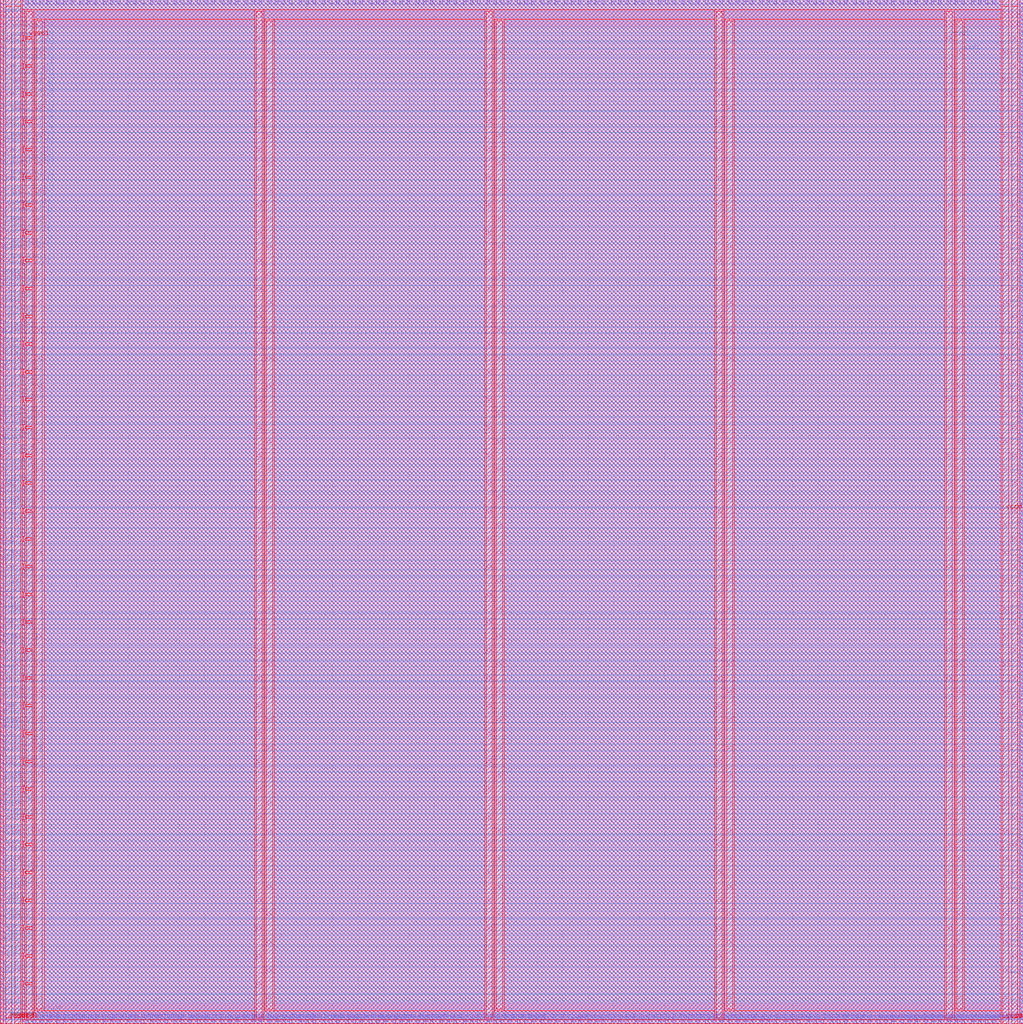
<source format=lef>
##
## LEF for PtnCells ;
## created by Innovus v19.11-s128_1 on Mon Dec  6 20:55:28 2021
##

VERSION 5.7 ;

BUSBITCHARS "[]" ;
DIVIDERCHAR "/" ;

MACRO RegFile
  CLASS BLOCK ;
  SIZE 200.100000 BY 200.260000 ;
  FOREIGN RegFile 0.000000 0.000000 ;
  ORIGIN 0 0 ;
  SYMMETRY X Y R90 ;
  PIN N1BEG[3]
    DIRECTION OUTPUT ;
    USE SIGNAL ;
    ANTENNADIFFAREA 1.782 LAYER met2  ;
    ANTENNAPARTIALMETALAREA 1.2718 LAYER met2  ;
    ANTENNAPARTIALMETALSIDEAREA 6.251 LAYER met2  ;
    PORT
      LAYER met2 ;
        RECT 9.240000 199.560000 9.620000 200.260000 ;
    END
  END N1BEG[3]
  PIN N1BEG[2]
    DIRECTION OUTPUT ;
    USE SIGNAL ;
    ANTENNADIFFAREA 1.782 LAYER met2  ;
    ANTENNAPARTIALMETALAREA 4.5854 LAYER met2  ;
    ANTENNAPARTIALMETALSIDEAREA 22.701 LAYER met2  ;
    PORT
      LAYER met2 ;
        RECT 7.860000 199.560000 8.240000 200.260000 ;
    END
  END N1BEG[2]
  PIN N1BEG[1]
    DIRECTION OUTPUT ;
    USE SIGNAL ;
    ANTENNADIFFAREA 1.782 LAYER met2  ;
    ANTENNAPARTIALMETALAREA 1.0126 LAYER met2  ;
    ANTENNAPARTIALMETALSIDEAREA 4.837 LAYER met2  ;
    PORT
      LAYER met2 ;
        RECT 6.480000 199.560000 6.860000 200.260000 ;
    END
  END N1BEG[1]
  PIN N1BEG[0]
    DIRECTION OUTPUT ;
    USE SIGNAL ;
    ANTENNAPARTIALMETALAREA 0.8897 LAYER met2  ;
    ANTENNAPARTIALMETALSIDEAREA 4.2875 LAYER met2  ;
    ANTENNAPARTIALCUTAREA 0.04 LAYER via2  ;
    ANTENNADIFFAREA 1.782 LAYER met3  ;
    ANTENNAPARTIALMETALAREA 6.0048 LAYER met3  ;
    ANTENNAPARTIALMETALSIDEAREA 32.496 LAYER met3  ;
    PORT
      LAYER met2 ;
        RECT 5.100000 199.560000 5.480000 200.260000 ;
    END
  END N1BEG[0]
  PIN N2BEG[7]
    DIRECTION OUTPUT ;
    USE SIGNAL ;
    ANTENNADIFFAREA 1.782 LAYER met2  ;
    ANTENNAPARTIALMETALAREA 1.791 LAYER met2  ;
    ANTENNAPARTIALMETALSIDEAREA 8.729 LAYER met2  ;
    PORT
      LAYER met2 ;
        RECT 21.660000 199.560000 22.040000 200.260000 ;
    END
  END N2BEG[7]
  PIN N2BEG[6]
    DIRECTION OUTPUT ;
    USE SIGNAL ;
    ANTENNADIFFAREA 1.782 LAYER met2  ;
    ANTENNAPARTIALMETALAREA 1.8906 LAYER met2  ;
    ANTENNAPARTIALMETALSIDEAREA 9.345 LAYER met2  ;
    PORT
      LAYER met2 ;
        RECT 20.280000 199.560000 20.660000 200.260000 ;
    END
  END N2BEG[6]
  PIN N2BEG[5]
    DIRECTION OUTPUT ;
    USE SIGNAL ;
    ANTENNADIFFAREA 1.782 LAYER met2  ;
    ANTENNAPARTIALMETALAREA 1.6218 LAYER met2  ;
    ANTENNAPARTIALMETALSIDEAREA 8.001 LAYER met2  ;
    PORT
      LAYER met2 ;
        RECT 18.440000 199.560000 18.820000 200.260000 ;
    END
  END N2BEG[5]
  PIN N2BEG[4]
    DIRECTION OUTPUT ;
    USE SIGNAL ;
    ANTENNADIFFAREA 1.782 LAYER met2  ;
    ANTENNAPARTIALMETALAREA 1.1766 LAYER met2  ;
    ANTENNAPARTIALMETALSIDEAREA 5.775 LAYER met2  ;
    PORT
      LAYER met2 ;
        RECT 17.060000 199.560000 17.440000 200.260000 ;
    END
  END N2BEG[4]
  PIN N2BEG[3]
    DIRECTION OUTPUT ;
    USE SIGNAL ;
    ANTENNADIFFAREA 1.782 LAYER met2  ;
    ANTENNAPARTIALMETALAREA 9.2266 LAYER met2  ;
    ANTENNAPARTIALMETALSIDEAREA 46.025 LAYER met2  ;
    PORT
      LAYER met2 ;
        RECT 15.680000 199.560000 16.060000 200.260000 ;
    END
  END N2BEG[3]
  PIN N2BEG[2]
    DIRECTION OUTPUT ;
    USE SIGNAL ;
    ANTENNADIFFAREA 1.782 LAYER met2  ;
    ANTENNAPARTIALMETALAREA 1.3626 LAYER met2  ;
    ANTENNAPARTIALMETALSIDEAREA 6.587 LAYER met2  ;
    PORT
      LAYER met2 ;
        RECT 13.840000 199.560000 14.220000 200.260000 ;
    END
  END N2BEG[2]
  PIN N2BEG[1]
    DIRECTION OUTPUT ;
    USE SIGNAL ;
    ANTENNADIFFAREA 1.782 LAYER met2  ;
    ANTENNAPARTIALMETALAREA 1.9506 LAYER met2  ;
    ANTENNAPARTIALMETALSIDEAREA 9.527 LAYER met2  ;
    PORT
      LAYER met2 ;
        RECT 12.460000 199.560000 12.840000 200.260000 ;
    END
  END N2BEG[1]
  PIN N2BEG[0]
    DIRECTION OUTPUT ;
    USE SIGNAL ;
    ANTENNADIFFAREA 1.782 LAYER met2  ;
    ANTENNAPARTIALMETALAREA 1.6526 LAYER met2  ;
    ANTENNAPARTIALMETALSIDEAREA 8.155 LAYER met2  ;
    PORT
      LAYER met2 ;
        RECT 11.080000 199.560000 11.460000 200.260000 ;
    END
  END N2BEG[0]
  PIN N2BEGb[7]
    DIRECTION OUTPUT ;
    USE SIGNAL ;
    ANTENNADIFFAREA 1.782 LAYER met2  ;
    ANTENNAPARTIALMETALAREA 2.9978 LAYER met2  ;
    ANTENNAPARTIALMETALSIDEAREA 14.763 LAYER met2  ;
    PORT
      LAYER met2 ;
        RECT 34.080000 199.560000 34.460000 200.260000 ;
    END
  END N2BEGb[7]
  PIN N2BEGb[6]
    DIRECTION OUTPUT ;
    USE SIGNAL ;
    ANTENNADIFFAREA 1.782 LAYER met2  ;
    ANTENNAPARTIALMETALAREA 1.2718 LAYER met2  ;
    ANTENNAPARTIALMETALSIDEAREA 6.251 LAYER met2  ;
    PORT
      LAYER met2 ;
        RECT 32.240000 199.560000 32.620000 200.260000 ;
    END
  END N2BEGb[6]
  PIN N2BEGb[5]
    DIRECTION OUTPUT ;
    USE SIGNAL ;
    ANTENNADIFFAREA 1.782 LAYER met2  ;
    ANTENNAPARTIALMETALAREA 2.0502 LAYER met2  ;
    ANTENNAPARTIALMETALSIDEAREA 10.143 LAYER met2  ;
    PORT
      LAYER met2 ;
        RECT 30.860000 199.560000 31.240000 200.260000 ;
    END
  END N2BEGb[5]
  PIN N2BEGb[4]
    DIRECTION OUTPUT ;
    USE SIGNAL ;
    ANTENNADIFFAREA 1.782 LAYER met2  ;
    ANTENNAPARTIALMETALAREA 2.5122 LAYER met2  ;
    ANTENNAPARTIALMETALSIDEAREA 12.453 LAYER met2  ;
    PORT
      LAYER met2 ;
        RECT 29.480000 199.560000 29.860000 200.260000 ;
    END
  END N2BEGb[4]
  PIN N2BEGb[3]
    DIRECTION OUTPUT ;
    USE SIGNAL ;
    ANTENNADIFFAREA 1.782 LAYER met2  ;
    ANTENNAPARTIALMETALAREA 3.971 LAYER met2  ;
    ANTENNAPARTIALMETALSIDEAREA 19.747 LAYER met2  ;
    PORT
      LAYER met2 ;
        RECT 27.640000 199.560000 28.020000 200.260000 ;
    END
  END N2BEGb[3]
  PIN N2BEGb[2]
    DIRECTION OUTPUT ;
    USE SIGNAL ;
    ANTENNADIFFAREA 1.782 LAYER met2  ;
    ANTENNAPARTIALMETALAREA 2.0362 LAYER met2  ;
    ANTENNAPARTIALMETALSIDEAREA 10.073 LAYER met2  ;
    PORT
      LAYER met2 ;
        RECT 26.260000 199.560000 26.640000 200.260000 ;
    END
  END N2BEGb[2]
  PIN N2BEGb[1]
    DIRECTION OUTPUT ;
    USE SIGNAL ;
    ANTENNADIFFAREA 1.782 LAYER met2  ;
    ANTENNAPARTIALMETALAREA 1.9718 LAYER met2  ;
    ANTENNAPARTIALMETALSIDEAREA 9.751 LAYER met2  ;
    PORT
      LAYER met2 ;
        RECT 24.880000 199.560000 25.260000 200.260000 ;
    END
  END N2BEGb[1]
  PIN N2BEGb[0]
    DIRECTION OUTPUT ;
    USE SIGNAL ;
    ANTENNADIFFAREA 1.782 LAYER met2  ;
    ANTENNAPARTIALMETALAREA 1.8626 LAYER met2  ;
    ANTENNAPARTIALMETALSIDEAREA 9.205 LAYER met2  ;
    PORT
      LAYER met2 ;
        RECT 23.040000 199.560000 23.420000 200.260000 ;
    END
  END N2BEGb[0]
  PIN N4BEG[15]
    DIRECTION OUTPUT ;
    USE SIGNAL ;
    ANTENNADIFFAREA 1.782 LAYER met2  ;
    ANTENNAPARTIALMETALAREA 1.4788 LAYER met2  ;
    ANTENNAPARTIALMETALSIDEAREA 7.168 LAYER met2  ;
    PORT
      LAYER met2 ;
        RECT 58.460000 199.560000 58.840000 200.260000 ;
    END
  END N4BEG[15]
  PIN N4BEG[14]
    DIRECTION OUTPUT ;
    USE SIGNAL ;
    ANTENNADIFFAREA 1.782 LAYER met2  ;
    ANTENNAPARTIALMETALAREA 1.0814 LAYER met2  ;
    ANTENNAPARTIALMETALSIDEAREA 5.299 LAYER met2  ;
    PORT
      LAYER met2 ;
        RECT 56.620000 199.560000 57.000000 200.260000 ;
    END
  END N4BEG[14]
  PIN N4BEG[13]
    DIRECTION OUTPUT ;
    USE SIGNAL ;
    ANTENNAPARTIALMETALAREA 1.9145 LAYER met2  ;
    ANTENNAPARTIALMETALSIDEAREA 9.4115 LAYER met2  ;
    ANTENNAPARTIALCUTAREA 0.04 LAYER via2  ;
    ANTENNAPARTIALMETALAREA 6.058 LAYER met3  ;
    ANTENNAPARTIALMETALSIDEAREA 32.776 LAYER met3  ;
    ANTENNAPARTIALCUTAREA 0.04 LAYER via3  ;
    ANTENNADIFFAREA 1.782 LAYER met4  ;
    ANTENNAPARTIALMETALAREA 16.4298 LAYER met4  ;
    ANTENNAPARTIALMETALSIDEAREA 88.096 LAYER met4  ;
    PORT
      LAYER met2 ;
        RECT 55.240000 199.560000 55.620000 200.260000 ;
    END
  END N4BEG[13]
  PIN N4BEG[12]
    DIRECTION OUTPUT ;
    USE SIGNAL ;
    ANTENNADIFFAREA 1.782 LAYER met2  ;
    ANTENNAPARTIALMETALAREA 5.5514 LAYER met2  ;
    ANTENNAPARTIALMETALSIDEAREA 27.531 LAYER met2  ;
    PORT
      LAYER met2 ;
        RECT 53.860000 199.560000 54.240000 200.260000 ;
    END
  END N4BEG[12]
  PIN N4BEG[11]
    DIRECTION OUTPUT ;
    USE SIGNAL ;
    ANTENNADIFFAREA 1.782 LAYER met2  ;
    ANTENNAPARTIALMETALAREA 5.6158 LAYER met2  ;
    ANTENNAPARTIALMETALSIDEAREA 27.853 LAYER met2  ;
    PORT
      LAYER met2 ;
        RECT 52.480000 199.560000 52.860000 200.260000 ;
    END
  END N4BEG[11]
  PIN N4BEG[10]
    DIRECTION OUTPUT ;
    USE SIGNAL ;
    ANTENNADIFFAREA 1.782 LAYER met2  ;
    ANTENNAPARTIALMETALAREA 7.5674 LAYER met2  ;
    ANTENNAPARTIALMETALSIDEAREA 37.611 LAYER met2  ;
    PORT
      LAYER met2 ;
        RECT 50.640000 199.560000 51.020000 200.260000 ;
    END
  END N4BEG[10]
  PIN N4BEG[9]
    DIRECTION OUTPUT ;
    USE SIGNAL ;
    ANTENNADIFFAREA 1.782 LAYER met2  ;
    ANTENNAPARTIALMETALAREA 8.885 LAYER met2  ;
    ANTENNAPARTIALMETALSIDEAREA 44.317 LAYER met2  ;
    PORT
      LAYER met2 ;
        RECT 49.260000 199.560000 49.640000 200.260000 ;
    END
  END N4BEG[9]
  PIN N4BEG[8]
    DIRECTION OUTPUT ;
    USE SIGNAL ;
    ANTENNAPARTIALMETALAREA 3.9011 LAYER met2  ;
    ANTENNAPARTIALMETALSIDEAREA 19.3445 LAYER met2  ;
    ANTENNAPARTIALCUTAREA 0.04 LAYER via2  ;
    ANTENNAPARTIALMETALAREA 3.205 LAYER met3  ;
    ANTENNAPARTIALMETALSIDEAREA 17.56 LAYER met3  ;
    ANTENNAPARTIALCUTAREA 0.04 LAYER via3  ;
    ANTENNADIFFAREA 1.782 LAYER met4  ;
    ANTENNAPARTIALMETALAREA 4.8768 LAYER met4  ;
    ANTENNAPARTIALMETALSIDEAREA 26.48 LAYER met4  ;
    PORT
      LAYER met2 ;
        RECT 47.880000 199.560000 48.260000 200.260000 ;
    END
  END N4BEG[8]
  PIN N4BEG[7]
    DIRECTION OUTPUT ;
    USE SIGNAL ;
    ANTENNAPARTIALMETALAREA 1.4021 LAYER met2  ;
    ANTENNAPARTIALMETALSIDEAREA 6.8495 LAYER met2  ;
    ANTENNAPARTIALCUTAREA 0.04 LAYER via2  ;
    ANTENNADIFFAREA 1.782 LAYER met3  ;
    ANTENNAPARTIALMETALAREA 1.6368 LAYER met3  ;
    ANTENNAPARTIALMETALSIDEAREA 9.2 LAYER met3  ;
    PORT
      LAYER met2 ;
        RECT 46.040000 199.560000 46.420000 200.260000 ;
    END
  END N4BEG[7]
  PIN N4BEG[6]
    DIRECTION OUTPUT ;
    USE SIGNAL ;
    ANTENNADIFFAREA 1.782 LAYER met2  ;
    ANTENNAPARTIALMETALAREA 7.636 LAYER met2  ;
    ANTENNAPARTIALMETALSIDEAREA 37.954 LAYER met2  ;
    PORT
      LAYER met2 ;
        RECT 44.660000 199.560000 45.040000 200.260000 ;
    END
  END N4BEG[6]
  PIN N4BEG[5]
    DIRECTION OUTPUT ;
    USE SIGNAL ;
    ANTENNADIFFAREA 1.782 LAYER met2  ;
    ANTENNAPARTIALMETALAREA 6.961 LAYER met2  ;
    ANTENNAPARTIALMETALSIDEAREA 34.461 LAYER met2  ;
    PORT
      LAYER met2 ;
        RECT 43.280000 199.560000 43.660000 200.260000 ;
    END
  END N4BEG[5]
  PIN N4BEG[4]
    DIRECTION OUTPUT ;
    USE SIGNAL ;
    ANTENNAPARTIALMETALAREA 3.0261 LAYER met2  ;
    ANTENNAPARTIALMETALSIDEAREA 14.9695 LAYER met2  ;
    ANTENNAPARTIALCUTAREA 0.04 LAYER via2  ;
    ANTENNADIFFAREA 1.782 LAYER met3  ;
    ANTENNAPARTIALMETALAREA 4.9488 LAYER met3  ;
    ANTENNAPARTIALMETALSIDEAREA 26.864 LAYER met3  ;
    PORT
      LAYER met2 ;
        RECT 41.440000 199.560000 41.820000 200.260000 ;
    END
  END N4BEG[4]
  PIN N4BEG[3]
    DIRECTION OUTPUT ;
    USE SIGNAL ;
    ANTENNADIFFAREA 1.782 LAYER met2  ;
    ANTENNAPARTIALMETALAREA 1.0814 LAYER met2  ;
    ANTENNAPARTIALMETALSIDEAREA 5.299 LAYER met2  ;
    PORT
      LAYER met2 ;
        RECT 40.060000 199.560000 40.440000 200.260000 ;
    END
  END N4BEG[3]
  PIN N4BEG[2]
    DIRECTION OUTPUT ;
    USE SIGNAL ;
    ANTENNAPARTIALMETALAREA 2.6831 LAYER met2  ;
    ANTENNAPARTIALMETALSIDEAREA 13.2545 LAYER met2  ;
    ANTENNAPARTIALCUTAREA 0.04 LAYER via2  ;
    ANTENNADIFFAREA 1.782 LAYER met3  ;
    ANTENNAPARTIALMETALAREA 4.3038 LAYER met3  ;
    ANTENNAPARTIALMETALSIDEAREA 23.424 LAYER met3  ;
    PORT
      LAYER met2 ;
        RECT 38.680000 199.560000 39.060000 200.260000 ;
    END
  END N4BEG[2]
  PIN N4BEG[1]
    DIRECTION OUTPUT ;
    USE SIGNAL ;
    ANTENNADIFFAREA 1.782 LAYER met2  ;
    ANTENNAPARTIALMETALAREA 5.235 LAYER met2  ;
    ANTENNAPARTIALMETALSIDEAREA 25.949 LAYER met2  ;
    PORT
      LAYER met2 ;
        RECT 36.840000 199.560000 37.220000 200.260000 ;
    END
  END N4BEG[1]
  PIN N4BEG[0]
    DIRECTION OUTPUT ;
    USE SIGNAL ;
    ANTENNADIFFAREA 1.782 LAYER met2  ;
    ANTENNAPARTIALMETALAREA 1.2982 LAYER met2  ;
    ANTENNAPARTIALMETALSIDEAREA 6.265 LAYER met2  ;
    PORT
      LAYER met2 ;
        RECT 35.460000 199.560000 35.840000 200.260000 ;
    END
  END N4BEG[0]
  PIN NN4BEG[15]
    DIRECTION OUTPUT ;
    USE SIGNAL ;
    ANTENNADIFFAREA 1.782 LAYER met2  ;
    ANTENNAPARTIALMETALAREA 1.6314 LAYER met2  ;
    ANTENNAPARTIALMETALSIDEAREA 7.931 LAYER met2  ;
    PORT
      LAYER met2 ;
        RECT 82.840000 199.560000 83.220000 200.260000 ;
    END
  END NN4BEG[15]
  PIN NN4BEG[14]
    DIRECTION OUTPUT ;
    USE SIGNAL ;
    ANTENNADIFFAREA 1.782 LAYER met2  ;
    ANTENNAPARTIALMETALAREA 1.9366 LAYER met2  ;
    ANTENNAPARTIALMETALSIDEAREA 9.457 LAYER met2  ;
    PORT
      LAYER met2 ;
        RECT 81.460000 199.560000 81.840000 200.260000 ;
    END
  END NN4BEG[14]
  PIN NN4BEG[13]
    DIRECTION OUTPUT ;
    USE SIGNAL ;
    ANTENNADIFFAREA 1.782 LAYER met2  ;
    ANTENNAPARTIALMETALAREA 1.679 LAYER met2  ;
    ANTENNAPARTIALMETALSIDEAREA 8.169 LAYER met2  ;
    PORT
      LAYER met2 ;
        RECT 79.620000 199.560000 80.000000 200.260000 ;
    END
  END NN4BEG[13]
  PIN NN4BEG[12]
    DIRECTION OUTPUT ;
    USE SIGNAL ;
    ANTENNADIFFAREA 1.782 LAYER met2  ;
    ANTENNAPARTIALMETALAREA 1.6386 LAYER met2  ;
    ANTENNAPARTIALMETALSIDEAREA 8.085 LAYER met2  ;
    PORT
      LAYER met2 ;
        RECT 78.240000 199.560000 78.620000 200.260000 ;
    END
  END NN4BEG[12]
  PIN NN4BEG[11]
    DIRECTION OUTPUT ;
    USE SIGNAL ;
    ANTENNADIFFAREA 1.782 LAYER met2  ;
    ANTENNAPARTIALMETALAREA 1.8078 LAYER met2  ;
    ANTENNAPARTIALMETALSIDEAREA 8.813 LAYER met2  ;
    PORT
      LAYER met2 ;
        RECT 76.860000 199.560000 77.240000 200.260000 ;
    END
  END NN4BEG[11]
  PIN NN4BEG[10]
    DIRECTION OUTPUT ;
    USE SIGNAL ;
    ANTENNADIFFAREA 1.782 LAYER met2  ;
    ANTENNAPARTIALMETALAREA 1.679 LAYER met2  ;
    ANTENNAPARTIALMETALSIDEAREA 8.169 LAYER met2  ;
    PORT
      LAYER met2 ;
        RECT 75.020000 199.560000 75.400000 200.260000 ;
    END
  END NN4BEG[10]
  PIN NN4BEG[9]
    DIRECTION OUTPUT ;
    USE SIGNAL ;
    ANTENNADIFFAREA 1.782 LAYER met2  ;
    ANTENNAPARTIALMETALAREA 1.203 LAYER met2  ;
    ANTENNAPARTIALMETALSIDEAREA 5.789 LAYER met2  ;
    PORT
      LAYER met2 ;
        RECT 73.640000 199.560000 74.020000 200.260000 ;
    END
  END NN4BEG[9]
  PIN NN4BEG[8]
    DIRECTION OUTPUT ;
    USE SIGNAL ;
    ANTENNADIFFAREA 1.782 LAYER met2  ;
    ANTENNAPARTIALMETALAREA 2.088 LAYER met2  ;
    ANTENNAPARTIALMETALSIDEAREA 10.332 LAYER met2  ;
    PORT
      LAYER met2 ;
        RECT 72.260000 199.560000 72.640000 200.260000 ;
    END
  END NN4BEG[8]
  PIN NN4BEG[7]
    DIRECTION OUTPUT ;
    USE SIGNAL ;
    ANTENNADIFFAREA 1.782 LAYER met2  ;
    ANTENNAPARTIALMETALAREA 2.6154 LAYER met2  ;
    ANTENNAPARTIALMETALSIDEAREA 12.733 LAYER met2  ;
    PORT
      LAYER met2 ;
        RECT 70.420000 199.560000 70.800000 200.260000 ;
    END
  END NN4BEG[7]
  PIN NN4BEG[6]
    DIRECTION OUTPUT ;
    USE SIGNAL ;
    ANTENNADIFFAREA 1.782 LAYER met2  ;
    ANTENNAPARTIALMETALAREA 1.1934 LAYER met2  ;
    ANTENNAPARTIALMETALSIDEAREA 5.859 LAYER met2  ;
    PORT
      LAYER met2 ;
        RECT 69.040000 199.560000 69.420000 200.260000 ;
    END
  END NN4BEG[6]
  PIN NN4BEG[5]
    DIRECTION OUTPUT ;
    USE SIGNAL ;
    ANTENNADIFFAREA 1.782 LAYER met2  ;
    ANTENNAPARTIALMETALAREA 1.4006 LAYER met2  ;
    ANTENNAPARTIALMETALSIDEAREA 6.895 LAYER met2  ;
    PORT
      LAYER met2 ;
        RECT 67.660000 199.560000 68.040000 200.260000 ;
    END
  END NN4BEG[5]
  PIN NN4BEG[4]
    DIRECTION OUTPUT ;
    USE SIGNAL ;
    ANTENNADIFFAREA 1.782 LAYER met2  ;
    ANTENNAPARTIALMETALAREA 2.0334 LAYER met2  ;
    ANTENNAPARTIALMETALSIDEAREA 10.059 LAYER met2  ;
    PORT
      LAYER met2 ;
        RECT 65.820000 199.560000 66.200000 200.260000 ;
    END
  END NN4BEG[4]
  PIN NN4BEG[3]
    DIRECTION OUTPUT ;
    USE SIGNAL ;
    ANTENNADIFFAREA 1.782 LAYER met2  ;
    ANTENNAPARTIALMETALAREA 2.0194 LAYER met2  ;
    ANTENNAPARTIALMETALSIDEAREA 9.989 LAYER met2  ;
    PORT
      LAYER met2 ;
        RECT 64.440000 199.560000 64.820000 200.260000 ;
    END
  END NN4BEG[3]
  PIN NN4BEG[2]
    DIRECTION OUTPUT ;
    USE SIGNAL ;
    ANTENNADIFFAREA 1.782 LAYER met2  ;
    ANTENNAPARTIALMETALAREA 1.4622 LAYER met2  ;
    ANTENNAPARTIALMETALSIDEAREA 7.203 LAYER met2  ;
    PORT
      LAYER met2 ;
        RECT 63.060000 199.560000 63.440000 200.260000 ;
    END
  END NN4BEG[2]
  PIN NN4BEG[1]
    DIRECTION OUTPUT ;
    USE SIGNAL ;
    ANTENNADIFFAREA 1.782 LAYER met2  ;
    ANTENNAPARTIALMETALAREA 1.2982 LAYER met2  ;
    ANTENNAPARTIALMETALSIDEAREA 6.265 LAYER met2  ;
    PORT
      LAYER met2 ;
        RECT 61.220000 199.560000 61.600000 200.260000 ;
    END
  END NN4BEG[1]
  PIN NN4BEG[0]
    DIRECTION OUTPUT ;
    USE SIGNAL ;
    ANTENNADIFFAREA 1.782 LAYER met2  ;
    ANTENNAPARTIALMETALAREA 2.393 LAYER met2  ;
    ANTENNAPARTIALMETALSIDEAREA 11.739 LAYER met2  ;
    PORT
      LAYER met2 ;
        RECT 59.840000 199.560000 60.220000 200.260000 ;
    END
  END NN4BEG[0]
  PIN N1END[3]
    DIRECTION INPUT ;
    USE SIGNAL ;
    ANTENNAPARTIALMETALAREA 2.5109 LAYER met2  ;
    ANTENNAPARTIALMETALSIDEAREA 12.3935 LAYER met2  ;
    ANTENNAPARTIALCUTAREA 0.04 LAYER via2  ;
    ANTENNAPARTIALMETALAREA 0.538 LAYER met3  ;
    ANTENNAPARTIALMETALSIDEAREA 3.336 LAYER met3  ;
    ANTENNAPARTIALCUTAREA 0.04 LAYER via3  ;
    ANTENNAPARTIALMETALAREA 14.0748 LAYER met4  ;
    ANTENNAPARTIALMETALSIDEAREA 75.536 LAYER met4  ;
    ANTENNAMODEL OXIDE1 ;
    ANTENNAGATEAREA 1.3095 LAYER met4  ;
    ANTENNAMAXAREACAR 57.2469 LAYER met4  ;
    ANTENNAMAXSIDEAREACAR 283.484 LAYER met4  ;
    ANTENNAMAXCUTCAR 0.998471 LAYER via4  ;
    PORT
      LAYER met2 ;
        RECT 9.240000 0.000000 9.620000 0.700000 ;
    END
  END N1END[3]
  PIN N1END[2]
    DIRECTION INPUT ;
    USE SIGNAL ;
    ANTENNAPARTIALMETALAREA 2.1188 LAYER met2  ;
    ANTENNAPARTIALMETALSIDEAREA 10.325 LAYER met2  ;
    ANTENNAMODEL OXIDE1 ;
    ANTENNAGATEAREA 0.159 LAYER met2  ;
    ANTENNAMAXAREACAR 17.5226 LAYER met2  ;
    ANTENNAMAXSIDEAREACAR 77.6321 LAYER met2  ;
    ANTENNAPARTIALCUTAREA 0.04 LAYER via2  ;
    ANTENNAMAXCUTCAR 0.574843 LAYER via2  ;
    ANTENNAPARTIALMETALAREA 9.481 LAYER met3  ;
    ANTENNAPARTIALMETALSIDEAREA 51.032 LAYER met3  ;
    ANTENNAGATEAREA 0.159 LAYER met3  ;
    ANTENNAMAXAREACAR 77.1516 LAYER met3  ;
    ANTENNAMAXSIDEAREACAR 398.588 LAYER met3  ;
    ANTENNAPARTIALCUTAREA 0.04 LAYER via3  ;
    ANTENNAMAXCUTCAR 0.826415 LAYER via3  ;
    ANTENNAPARTIALMETALAREA 33.5133 LAYER met4  ;
    ANTENNAPARTIALMETALSIDEAREA 180.144 LAYER met4  ;
    ANTENNAGATEAREA 1.3095 LAYER met4  ;
    ANTENNAMAXAREACAR 102.744 LAYER met4  ;
    ANTENNAMAXSIDEAREACAR 536.155 LAYER met4  ;
    ANTENNAMAXCUTCAR 1.07799 LAYER via4  ;
    PORT
      LAYER met2 ;
        RECT 7.860000 0.000000 8.240000 0.700000 ;
    END
  END N1END[2]
  PIN N1END[1]
    DIRECTION INPUT ;
    USE SIGNAL ;
    ANTENNAPARTIALMETALAREA 21.9242 LAYER met2  ;
    ANTENNAPARTIALMETALSIDEAREA 108.591 LAYER met2  ;
    ANTENNAMODEL OXIDE1 ;
    ANTENNAGATEAREA 0.636 LAYER met2  ;
    ANTENNAMAXAREACAR 56.6393 LAYER met2  ;
    ANTENNAMAXSIDEAREACAR 272.608 LAYER met2  ;
    ANTENNAPARTIALCUTAREA 0.08 LAYER via2  ;
    ANTENNAMAXCUTCAR 0.590566 LAYER via2  ;
    ANTENNAPARTIALMETALAREA 16.943 LAYER met3  ;
    ANTENNAPARTIALMETALSIDEAREA 91.296 LAYER met3  ;
    ANTENNAGATEAREA 0.636 LAYER met3  ;
    ANTENNAMAXAREACAR 83.2792 LAYER met3  ;
    ANTENNAMAXSIDEAREACAR 416.156 LAYER met3  ;
    ANTENNAPARTIALCUTAREA 0.08 LAYER via3  ;
    ANTENNAMAXCUTCAR 0.716352 LAYER via3  ;
    ANTENNAPARTIALMETALAREA 13.6548 LAYER met4  ;
    ANTENNAPARTIALMETALSIDEAREA 75.168 LAYER met4  ;
    ANTENNAGATEAREA 1.3095 LAYER met4  ;
    ANTENNAMAXAREACAR 93.7067 LAYER met4  ;
    ANTENNAMAXSIDEAREACAR 473.558 LAYER met4  ;
    ANTENNAMAXCUTCAR 0.826415 LAYER via4  ;
    PORT
      LAYER met2 ;
        RECT 6.480000 0.000000 6.860000 0.700000 ;
    END
  END N1END[1]
  PIN N1END[0]
    DIRECTION INPUT ;
    USE SIGNAL ;
    ANTENNAPARTIALMETALAREA 0.7175 LAYER met2  ;
    ANTENNAPARTIALMETALSIDEAREA 3.4265 LAYER met2  ;
    ANTENNAPARTIALCUTAREA 0.04 LAYER via2  ;
    ANTENNAPARTIALMETALAREA 2.17 LAYER met3  ;
    ANTENNAPARTIALMETALSIDEAREA 12.04 LAYER met3  ;
    ANTENNAPARTIALCUTAREA 0.04 LAYER via3  ;
    ANTENNAPARTIALMETALAREA 47.7483 LAYER met4  ;
    ANTENNAPARTIALMETALSIDEAREA 256.064 LAYER met4  ;
    ANTENNAMODEL OXIDE1 ;
    ANTENNAGATEAREA 1.3095 LAYER met4  ;
    ANTENNAMAXAREACAR 73.303 LAYER met4  ;
    ANTENNAMAXSIDEAREACAR 376.377 LAYER met4  ;
    ANTENNAMAXCUTCAR 0.826415 LAYER via4  ;
    PORT
      LAYER met2 ;
        RECT 5.100000 0.000000 5.480000 0.700000 ;
    END
  END N1END[0]
  PIN N2MID[7]
    DIRECTION INPUT ;
    USE SIGNAL ;
    ANTENNAPARTIALMETALAREA 3.0518 LAYER met2  ;
    ANTENNAPARTIALMETALSIDEAREA 14.819 LAYER met2  ;
    ANTENNAPARTIALCUTAREA 0.08 LAYER via2  ;
    ANTENNAPARTIALMETALAREA 0.51985 LAYER met3  ;
    ANTENNAPARTIALMETALSIDEAREA 3.64 LAYER met3  ;
    ANTENNAPARTIALCUTAREA 0.08 LAYER via3  ;
    ANTENNAPARTIALMETALAREA 54.3972 LAYER met4  ;
    ANTENNAPARTIALMETALSIDEAREA 292 LAYER met4  ;
    ANTENNAMODEL OXIDE1 ;
    ANTENNAGATEAREA 0.7335 LAYER met4  ;
    ANTENNAMAXAREACAR 97.604 LAYER met4  ;
    ANTENNAMAXSIDEAREACAR 505.965 LAYER met4  ;
    ANTENNAMAXCUTCAR 0.668702 LAYER via4  ;
    PORT
      LAYER met2 ;
        RECT 21.660000 0.000000 22.040000 0.700000 ;
    END
  END N2MID[7]
  PIN N2MID[6]
    DIRECTION INPUT ;
    USE SIGNAL ;
    ANTENNAPARTIALMETALAREA 2.3412 LAYER met2  ;
    ANTENNAPARTIALMETALSIDEAREA 11.256 LAYER met2  ;
    ANTENNAPARTIALCUTAREA 0.08 LAYER via2  ;
    ANTENNAPARTIALMETALAREA 8.7689 LAYER met3  ;
    ANTENNAPARTIALMETALSIDEAREA 47.704 LAYER met3  ;
    ANTENNAPARTIALCUTAREA 0.08 LAYER via3  ;
    ANTENNADIFFAREA 1.7388 LAYER met4  ;
    ANTENNAPARTIALMETALAREA 74.7009 LAYER met4  ;
    ANTENNAPARTIALMETALSIDEAREA 403.104 LAYER met4  ;
    ANTENNAMODEL OXIDE1 ;
    ANTENNAGATEAREA 2.3133 LAYER met4  ;
    ANTENNAMAXAREACAR 56.4401 LAYER met4  ;
    ANTENNAMAXSIDEAREACAR 286.55 LAYER met4  ;
    ANTENNAMAXCUTCAR 0.831217 LAYER via4  ;
    PORT
      LAYER met2 ;
        RECT 20.280000 0.000000 20.660000 0.700000 ;
    END
  END N2MID[6]
  PIN N2MID[5]
    DIRECTION INPUT ;
    USE SIGNAL ;
    ANTENNAPARTIALMETALAREA 10.6728 LAYER met2  ;
    ANTENNAPARTIALMETALSIDEAREA 53.095 LAYER met2  ;
    ANTENNAMODEL OXIDE1 ;
    ANTENNAGATEAREA 0.1965 LAYER met2  ;
    ANTENNAMAXAREACAR 55.5552 LAYER met2  ;
    ANTENNAMAXSIDEAREACAR 273.962 LAYER met2  ;
    ANTENNAPARTIALCUTAREA 0.04 LAYER via2  ;
    ANTENNAMAXCUTCAR 0.46514 LAYER via2  ;
    ANTENNAPARTIALMETALAREA 3.16 LAYER met3  ;
    ANTENNAPARTIALMETALSIDEAREA 17.32 LAYER met3  ;
    ANTENNAGATEAREA 0.1965 LAYER met3  ;
    ANTENNAMAXAREACAR 71.6366 LAYER met3  ;
    ANTENNAMAXSIDEAREACAR 362.104 LAYER met3  ;
    ANTENNAPARTIALCUTAREA 0.04 LAYER via3  ;
    ANTENNAMAXCUTCAR 0.668702 LAYER via3  ;
    ANTENNAPARTIALMETALAREA 6.816 LAYER met4  ;
    ANTENNAPARTIALMETALSIDEAREA 38.704 LAYER met4  ;
    ANTENNAGATEAREA 0.8325 LAYER met4  ;
    ANTENNAMAXAREACAR 79.824 LAYER met4  ;
    ANTENNAMAXSIDEAREACAR 408.596 LAYER met4  ;
    ANTENNAMAXCUTCAR 0.668702 LAYER via4  ;
    PORT
      LAYER met2 ;
        RECT 18.440000 0.000000 18.820000 0.700000 ;
    END
  END N2MID[5]
  PIN N2MID[4]
    DIRECTION INPUT ;
    USE SIGNAL ;
    ANTENNAPARTIALMETALAREA 10.0767 LAYER met2  ;
    ANTENNAPARTIALMETALSIDEAREA 49.4165 LAYER met2  ;
    ANTENNAMODEL OXIDE1 ;
    ANTENNAGATEAREA 0.477 LAYER met2  ;
    ANTENNAMAXAREACAR 32.6277 LAYER met2  ;
    ANTENNAMAXSIDEAREACAR 151.91 LAYER met2  ;
    ANTENNAPARTIALCUTAREA 0.04 LAYER via2  ;
    ANTENNAMAXCUTCAR 0.548637 LAYER via2  ;
    ANTENNAPARTIALMETALAREA 0.26895 LAYER met3  ;
    ANTENNAPARTIALMETALSIDEAREA 1.832 LAYER met3  ;
    ANTENNAGATEAREA 0.477 LAYER met3  ;
    ANTENNAMAXAREACAR 33.1915 LAYER met3  ;
    ANTENNAMAXSIDEAREACAR 155.751 LAYER met3  ;
    ANTENNAPARTIALCUTAREA 0.04 LAYER via3  ;
    ANTENNAMAXCUTCAR 0.632495 LAYER via3  ;
    ANTENNAPARTIALMETALAREA 23.4558 LAYER met4  ;
    ANTENNAPARTIALMETALSIDEAREA 125.568 LAYER met4  ;
    ANTENNAGATEAREA 0.6735 LAYER met4  ;
    ANTENNAMAXAREACAR 68.0182 LAYER met4  ;
    ANTENNAMAXSIDEAREACAR 342.191 LAYER met4  ;
    ANTENNAMAXCUTCAR 0.668702 LAYER via4  ;
    PORT
      LAYER met2 ;
        RECT 17.060000 0.000000 17.440000 0.700000 ;
    END
  END N2MID[4]
  PIN N2MID[3]
    DIRECTION INPUT ;
    USE SIGNAL ;
    ANTENNAPARTIALMETALAREA 5.5411 LAYER met2  ;
    ANTENNAPARTIALMETALSIDEAREA 27.4575 LAYER met2  ;
    ANTENNAMODEL OXIDE1 ;
    ANTENNAGATEAREA 0.1965 LAYER met2  ;
    ANTENNAMAXAREACAR 31.6789 LAYER met2  ;
    ANTENNAMAXSIDEAREACAR 154.26 LAYER met2  ;
    ANTENNAPARTIALCUTAREA 0.04 LAYER via2  ;
    ANTENNAMAXCUTCAR 0.46514 LAYER via2  ;
    ANTENNAPARTIALMETALAREA 5.827 LAYER met3  ;
    ANTENNAPARTIALMETALSIDEAREA 31.544 LAYER met3  ;
    ANTENNAGATEAREA 0.1965 LAYER met3  ;
    ANTENNAMAXAREACAR 61.3328 LAYER met3  ;
    ANTENNAMAXSIDEAREACAR 314.789 LAYER met3  ;
    ANTENNAPARTIALCUTAREA 0.04 LAYER via3  ;
    ANTENNAMAXCUTCAR 0.668702 LAYER via3  ;
    ANTENNAPARTIALMETALAREA 3.8976 LAYER met4  ;
    ANTENNAPARTIALMETALSIDEAREA 21.728 LAYER met4  ;
    ANTENNAGATEAREA 0.8325 LAYER met4  ;
    ANTENNAMAXAREACAR 66.0146 LAYER met4  ;
    ANTENNAMAXSIDEAREACAR 340.888 LAYER met4  ;
    ANTENNAMAXCUTCAR 0.668702 LAYER via4  ;
    PORT
      LAYER met2 ;
        RECT 15.680000 0.000000 16.060000 0.700000 ;
    END
  END N2MID[3]
  PIN N2MID[2]
    DIRECTION INPUT ;
    USE SIGNAL ;
    ANTENNAPARTIALMETALAREA 5.7785 LAYER met2  ;
    ANTENNAPARTIALMETALSIDEAREA 28.7315 LAYER met2  ;
    ANTENNAPARTIALCUTAREA 0.04 LAYER via2  ;
    ANTENNAPARTIALMETALAREA 0.607 LAYER met3  ;
    ANTENNAPARTIALMETALSIDEAREA 3.704 LAYER met3  ;
    ANTENNAPARTIALCUTAREA 0.04 LAYER via3  ;
    ANTENNAPARTIALMETALAREA 18.1554 LAYER met4  ;
    ANTENNAPARTIALMETALSIDEAREA 98.24 LAYER met4  ;
    ANTENNAMODEL OXIDE1 ;
    ANTENNAGATEAREA 0.6735 LAYER met4  ;
    ANTENNAMAXAREACAR 68.3046 LAYER met4  ;
    ANTENNAMAXSIDEAREACAR 355.331 LAYER met4  ;
    ANTENNAMAXCUTCAR 0.872265 LAYER via4  ;
    PORT
      LAYER met2 ;
        RECT 13.840000 0.000000 14.220000 0.700000 ;
    END
  END N2MID[2]
  PIN N2MID[1]
    DIRECTION INPUT ;
    USE SIGNAL ;
    ANTENNAPARTIALMETALAREA 6.484 LAYER met2  ;
    ANTENNAPARTIALMETALSIDEAREA 32.151 LAYER met2  ;
    ANTENNAMODEL OXIDE1 ;
    ANTENNAGATEAREA 0.1965 LAYER met2  ;
    ANTENNAMAXAREACAR 36.4132 LAYER met2  ;
    ANTENNAMAXSIDEAREACAR 177.824 LAYER met2  ;
    ANTENNAPARTIALCUTAREA 0.04 LAYER via2  ;
    ANTENNAMAXCUTCAR 0.46514 LAYER via2  ;
    ANTENNAPARTIALMETALAREA 23.4858 LAYER met3  ;
    ANTENNAPARTIALMETALSIDEAREA 125.728 LAYER met3  ;
    ANTENNAGATEAREA 0.7995 LAYER met3  ;
    ANTENNAMAXAREACAR 65.7888 LAYER met3  ;
    ANTENNAMAXSIDEAREACAR 335.083 LAYER met3  ;
    ANTENNAMAXCUTCAR 0.46514 LAYER via3  ;
    PORT
      LAYER met2 ;
        RECT 12.460000 0.000000 12.840000 0.700000 ;
    END
  END N2MID[1]
  PIN N2MID[0]
    DIRECTION INPUT ;
    USE SIGNAL ;
    ANTENNAPARTIALMETALAREA 9.1035 LAYER met2  ;
    ANTENNAPARTIALMETALSIDEAREA 44.8945 LAYER met2  ;
    ANTENNAMODEL OXIDE1 ;
    ANTENNAGATEAREA 0.4815 LAYER met2  ;
    ANTENNAMAXAREACAR 43.187 LAYER met2  ;
    ANTENNAMAXSIDEAREACAR 205.673 LAYER met2  ;
    ANTENNAPARTIALCUTAREA 0.04 LAYER via2  ;
    ANTENNAMAXCUTCAR 0.547854 LAYER via2  ;
    ANTENNAPARTIALMETALAREA 6.24052 LAYER met3  ;
    ANTENNAPARTIALMETALSIDEAREA 33.752 LAYER met3  ;
    ANTENNAGATEAREA 0.6405 LAYER met3  ;
    ANTENNAMAXAREACAR 52.9303 LAYER met3  ;
    ANTENNAMAXSIDEAREACAR 258.369 LAYER met3  ;
    ANTENNAMAXCUTCAR 0.574843 LAYER via3  ;
    PORT
      LAYER met2 ;
        RECT 11.080000 0.000000 11.460000 0.700000 ;
    END
  END N2MID[0]
  PIN N2END[7]
    DIRECTION INPUT ;
    USE SIGNAL ;
    ANTENNADIFFAREA 0.4347 LAYER met2  ;
    ANTENNAPARTIALMETALAREA 13.6756 LAYER met2  ;
    ANTENNAPARTIALMETALSIDEAREA 67.431 LAYER met2  ;
    ANTENNAMODEL OXIDE1 ;
    ANTENNAGATEAREA 1.0707 LAYER met2  ;
    ANTENNAMAXAREACAR 21.2922 LAYER met2  ;
    ANTENNAMAXSIDEAREACAR 87.4321 LAYER met2  ;
    ANTENNAPARTIALCUTAREA 0.04 LAYER via2  ;
    ANTENNAMAXCUTCAR 0.360629 LAYER via2  ;
    ANTENNADIFFAREA 0.4347 LAYER met3  ;
    ANTENNAPARTIALMETALAREA 18.7008 LAYER met3  ;
    ANTENNAPARTIALMETALSIDEAREA 100.208 LAYER met3  ;
    ANTENNAGATEAREA 1.3887 LAYER met3  ;
    ANTENNAMAXAREACAR 34.7587 LAYER met3  ;
    ANTENNAMAXSIDEAREACAR 159.592 LAYER met3  ;
    ANTENNAMAXCUTCAR 0.449057 LAYER via3  ;
    PORT
      LAYER met2 ;
        RECT 34.080000 0.000000 34.460000 0.700000 ;
    END
  END N2END[7]
  PIN N2END[6]
    DIRECTION INPUT ;
    USE SIGNAL ;
    ANTENNADIFFAREA 0.4347 LAYER met2  ;
    ANTENNAPARTIALMETALAREA 2.2671 LAYER met2  ;
    ANTENNAPARTIALMETALSIDEAREA 11.0565 LAYER met2  ;
    ANTENNAMODEL OXIDE1 ;
    ANTENNAGATEAREA 0.4347 LAYER met2  ;
    ANTENNAMAXAREACAR 10.8496 LAYER met2  ;
    ANTENNAMAXSIDEAREACAR 35.4762 LAYER met2  ;
    ANTENNAPARTIALCUTAREA 0.04 LAYER via2  ;
    ANTENNAMAXCUTCAR 0.26202 LAYER via2  ;
    ANTENNADIFFAREA 0.4347 LAYER met3  ;
    ANTENNAPARTIALMETALAREA 0.2404 LAYER met3  ;
    ANTENNAPARTIALMETALSIDEAREA 1.696 LAYER met3  ;
    ANTENNAGATEAREA 0.4347 LAYER met3  ;
    ANTENNAMAXAREACAR 11.4026 LAYER met3  ;
    ANTENNAMAXSIDEAREACAR 39.3777 LAYER met3  ;
    ANTENNAPARTIALCUTAREA 0.04 LAYER via3  ;
    ANTENNAMAXCUTCAR 0.354037 LAYER via3  ;
    ANTENNADIFFAREA 0.4347 LAYER met4  ;
    ANTENNAPARTIALMETALAREA 37.2357 LAYER met4  ;
    ANTENNAPARTIALMETALSIDEAREA 201.408 LAYER met4  ;
    ANTENNAGATEAREA 1.3887 LAYER met4  ;
    ANTENNAMAXAREACAR 56.9381 LAYER met4  ;
    ANTENNAMAXSIDEAREACAR 288.37 LAYER met4  ;
    ANTENNAMAXCUTCAR 0.952201 LAYER via4  ;
    PORT
      LAYER met2 ;
        RECT 32.240000 0.000000 32.620000 0.700000 ;
    END
  END N2END[6]
  PIN N2END[5]
    DIRECTION INPUT ;
    USE SIGNAL ;
    ANTENNADIFFAREA 0.4347 LAYER met2  ;
    ANTENNAPARTIALMETALAREA 10.2647 LAYER met2  ;
    ANTENNAPARTIALMETALSIDEAREA 50.5925 LAYER met2  ;
    ANTENNAMODEL OXIDE1 ;
    ANTENNAGATEAREA 0.7527 LAYER met2  ;
    ANTENNAMAXAREACAR 20.2642 LAYER met2  ;
    ANTENNAMAXSIDEAREACAR 92.0606 LAYER met2  ;
    ANTENNAPARTIALCUTAREA 0.04 LAYER via2  ;
    ANTENNAMAXCUTCAR 0.376412 LAYER via2  ;
    ANTENNADIFFAREA 0.4347 LAYER met3  ;
    ANTENNAPARTIALMETALAREA 3.9879 LAYER met3  ;
    ANTENNAPARTIALMETALSIDEAREA 21.712 LAYER met3  ;
    ANTENNAGATEAREA 0.9117 LAYER met3  ;
    ANTENNAMAXAREACAR 24.6384 LAYER met3  ;
    ANTENNAMAXSIDEAREACAR 115.875 LAYER met3  ;
    ANTENNAPARTIALCUTAREA 0.04 LAYER via3  ;
    ANTENNAMAXCUTCAR 0.618717 LAYER via3  ;
    ANTENNADIFFAREA 0.4347 LAYER met4  ;
    ANTENNAPARTIALMETALAREA 5.4258 LAYER met4  ;
    ANTENNAPARTIALMETALSIDEAREA 29.408 LAYER met4  ;
    ANTENNAGATEAREA 1.3887 LAYER met4  ;
    ANTENNAMAXAREACAR 45.5383 LAYER met4  ;
    ANTENNAMAXSIDEAREACAR 225.653 LAYER met4  ;
    ANTENNAMAXCUTCAR 0.632495 LAYER via4  ;
    PORT
      LAYER met2 ;
        RECT 30.860000 0.000000 31.240000 0.700000 ;
    END
  END N2END[5]
  PIN N2END[4]
    DIRECTION INPUT ;
    USE SIGNAL ;
    ANTENNADIFFAREA 0.4347 LAYER met2  ;
    ANTENNAPARTIALMETALAREA 7.2518 LAYER met2  ;
    ANTENNAPARTIALMETALSIDEAREA 35.581 LAYER met2  ;
    ANTENNAMODEL OXIDE1 ;
    ANTENNAGATEAREA 1.3887 LAYER met2  ;
    ANTENNAMAXAREACAR 14.9701 LAYER met2  ;
    ANTENNAMAXSIDEAREACAR 65.4253 LAYER met2  ;
    ANTENNAMAXCUTCAR 0.394025 LAYER via2  ;
    PORT
      LAYER met2 ;
        RECT 29.480000 0.000000 29.860000 0.700000 ;
    END
  END N2END[4]
  PIN N2END[3]
    DIRECTION INPUT ;
    USE SIGNAL ;
    ANTENNADIFFAREA 0.4347 LAYER met2  ;
    ANTENNAPARTIALMETALAREA 1.6251 LAYER met2  ;
    ANTENNAPARTIALMETALSIDEAREA 7.7385 LAYER met2  ;
    ANTENNAMODEL OXIDE1 ;
    ANTENNAGATEAREA 0.4347 LAYER met2  ;
    ANTENNAMAXAREACAR 7.83138 LAYER met2  ;
    ANTENNAMAXSIDEAREACAR 20.5406 LAYER met2  ;
    ANTENNAPARTIALCUTAREA 0.04 LAYER via2  ;
    ANTENNAMAXCUTCAR 0.21026 LAYER via2  ;
    ANTENNADIFFAREA 0.4347 LAYER met3  ;
    ANTENNAPARTIALMETALAREA 0.26895 LAYER met3  ;
    ANTENNAPARTIALMETALSIDEAREA 1.832 LAYER met3  ;
    ANTENNAGATEAREA 0.4347 LAYER met3  ;
    ANTENNAMAXAREACAR 8.45008 LAYER met3  ;
    ANTENNAMAXSIDEAREACAR 24.755 LAYER met3  ;
    ANTENNAPARTIALCUTAREA 0.04 LAYER via3  ;
    ANTENNAMAXCUTCAR 0.302277 LAYER via3  ;
    ANTENNADIFFAREA 0.4347 LAYER met4  ;
    ANTENNAPARTIALMETALAREA 61.9266 LAYER met4  ;
    ANTENNAPARTIALMETALSIDEAREA 333.088 LAYER met4  ;
    ANTENNAGATEAREA 1.7067 LAYER met4  ;
    ANTENNAMAXAREACAR 73.2374 LAYER met4  ;
    ANTENNAMAXSIDEAREACAR 374.375 LAYER met4  ;
    ANTENNAMAXCUTCAR 1.07799 LAYER via4  ;
    PORT
      LAYER met2 ;
        RECT 27.640000 0.000000 28.020000 0.700000 ;
    END
  END N2END[3]
  PIN N2END[2]
    DIRECTION INPUT ;
    USE SIGNAL ;
    ANTENNADIFFAREA 0.4347 LAYER met2  ;
    ANTENNAPARTIALMETALAREA 1.4391 LAYER met2  ;
    ANTENNAPARTIALMETALSIDEAREA 6.9265 LAYER met2  ;
    ANTENNAMODEL OXIDE1 ;
    ANTENNAGATEAREA 0.4347 LAYER met2  ;
    ANTENNAMAXAREACAR 7.96273 LAYER met2  ;
    ANTENNAMAXSIDEAREACAR 21.3135 LAYER met2  ;
    ANTENNAPARTIALCUTAREA 0.04 LAYER via2  ;
    ANTENNAMAXCUTCAR 0.21026 LAYER via2  ;
    ANTENNADIFFAREA 0.4347 LAYER met3  ;
    ANTENNAPARTIALMETALAREA 1.849 LAYER met3  ;
    ANTENNAPARTIALMETALSIDEAREA 10.328 LAYER met3  ;
    ANTENNAGATEAREA 0.4347 LAYER met3  ;
    ANTENNAMAXAREACAR 12.2162 LAYER met3  ;
    ANTENNAMAXSIDEAREACAR 45.0725 LAYER met3  ;
    ANTENNAPARTIALCUTAREA 0.04 LAYER via3  ;
    ANTENNAMAXCUTCAR 0.302277 LAYER via3  ;
    ANTENNADIFFAREA 0.4347 LAYER met4  ;
    ANTENNAPARTIALMETALAREA 18.7926 LAYER met4  ;
    ANTENNAPARTIALMETALSIDEAREA 101.168 LAYER met4  ;
    ANTENNAGATEAREA 1.7067 LAYER met4  ;
    ANTENNAMAXAREACAR 47.9597 LAYER met4  ;
    ANTENNAMAXSIDEAREACAR 244.497 LAYER met4  ;
    ANTENNAMAXCUTCAR 0.666038 LAYER via4  ;
    PORT
      LAYER met2 ;
        RECT 26.260000 0.000000 26.640000 0.700000 ;
    END
  END N2END[2]
  PIN N2END[1]
    DIRECTION INPUT ;
    USE SIGNAL ;
    ANTENNADIFFAREA 0.4347 LAYER met2  ;
    ANTENNAPARTIALMETALAREA 4.6567 LAYER met2  ;
    ANTENNAPARTIALMETALSIDEAREA 22.8865 LAYER met2  ;
    ANTENNAMODEL OXIDE1 ;
    ANTENNAGATEAREA 0.4347 LAYER met2  ;
    ANTENNAMAXAREACAR 16.2038 LAYER met2  ;
    ANTENNAMAXSIDEAREACAR 62.0462 LAYER met2  ;
    ANTENNAPARTIALCUTAREA 0.04 LAYER via2  ;
    ANTENNAMAXCUTCAR 0.328502 LAYER via2  ;
    ANTENNADIFFAREA 0.4347 LAYER met3  ;
    ANTENNAPARTIALMETALAREA 2.056 LAYER met3  ;
    ANTENNAPARTIALMETALSIDEAREA 11.432 LAYER met3  ;
    ANTENNAGATEAREA 0.4347 LAYER met3  ;
    ANTENNAMAXAREACAR 20.9335 LAYER met3  ;
    ANTENNAMAXSIDEAREACAR 88.3448 LAYER met3  ;
    ANTENNAPARTIALCUTAREA 0.04 LAYER via3  ;
    ANTENNAMAXCUTCAR 0.42052 LAYER via3  ;
    ANTENNADIFFAREA 0.4347 LAYER met4  ;
    ANTENNAPARTIALMETALAREA 9.0666 LAYER met4  ;
    ANTENNAPARTIALMETALSIDEAREA 51.648 LAYER met4  ;
    ANTENNAGATEAREA 1.7067 LAYER met4  ;
    ANTENNAMAXAREACAR 32.1897 LAYER met4  ;
    ANTENNAMAXSIDEAREACAR 160.564 LAYER met4  ;
    ANTENNAMAXCUTCAR 0.574843 LAYER via4  ;
    PORT
      LAYER met2 ;
        RECT 24.880000 0.000000 25.260000 0.700000 ;
    END
  END N2END[1]
  PIN N2END[0]
    DIRECTION INPUT ;
    USE SIGNAL ;
    ANTENNADIFFAREA 0.4347 LAYER met2  ;
    ANTENNAPARTIALMETALAREA 1.2263 LAYER met2  ;
    ANTENNAPARTIALMETALSIDEAREA 5.8625 LAYER met2  ;
    ANTENNAMODEL OXIDE1 ;
    ANTENNAGATEAREA 0.4347 LAYER met2  ;
    ANTENNAMAXAREACAR 7.4732 LAYER met2  ;
    ANTENNAMAXSIDEAREACAR 18.8659 LAYER met2  ;
    ANTENNAPARTIALCUTAREA 0.04 LAYER via2  ;
    ANTENNAMAXCUTCAR 0.21026 LAYER via2  ;
    ANTENNADIFFAREA 0.4347 LAYER met3  ;
    ANTENNAPARTIALMETALAREA 11.047 LAYER met3  ;
    ANTENNAPARTIALMETALSIDEAREA 59.384 LAYER met3  ;
    ANTENNAGATEAREA 0.4347 LAYER met3  ;
    ANTENNAMAXAREACAR 32.8861 LAYER met3  ;
    ANTENNAMAXSIDEAREACAR 155.475 LAYER met3  ;
    ANTENNAPARTIALCUTAREA 0.04 LAYER via3  ;
    ANTENNAMAXCUTCAR 0.302277 LAYER via3  ;
    ANTENNADIFFAREA 0.4347 LAYER met4  ;
    ANTENNAPARTIALMETALAREA 47.574 LAYER met4  ;
    ANTENNAPARTIALMETALSIDEAREA 255.6 LAYER met4  ;
    ANTENNAGATEAREA 1.7067 LAYER met4  ;
    ANTENNAMAXAREACAR 61.5975 LAYER met4  ;
    ANTENNAMAXSIDEAREACAR 312.945 LAYER met4  ;
    ANTENNAMAXCUTCAR 1.32956 LAYER via4  ;
    PORT
      LAYER met2 ;
        RECT 23.040000 0.000000 23.420000 0.700000 ;
    END
  END N2END[0]
  PIN N4END[15]
    DIRECTION INPUT ;
    USE SIGNAL ;
    ANTENNAPARTIALMETALAREA 11.7529 LAYER met2  ;
    ANTENNAPARTIALMETALSIDEAREA 58.6565 LAYER met2  ;
    ANTENNAMODEL OXIDE1 ;
    ANTENNAGATEAREA 0.1965 LAYER met2  ;
    ANTENNAMAXAREACAR 61.0519 LAYER met2  ;
    ANTENNAMAXSIDEAREACAR 302.265 LAYER met2  ;
    ANTENNAMAXCUTCAR 0.261578 LAYER via2  ;
    PORT
      LAYER met2 ;
        RECT 58.460000 0.000000 58.840000 0.700000 ;
    END
  END N4END[15]
  PIN N4END[14]
    DIRECTION INPUT ;
    USE SIGNAL ;
    ANTENNAPARTIALMETALAREA 6.3231 LAYER met2  ;
    ANTENNAPARTIALMETALSIDEAREA 31.4545 LAYER met2  ;
    ANTENNAPARTIALCUTAREA 0.04 LAYER via2  ;
    ANTENNAPARTIALMETALAREA 1.04148 LAYER met3  ;
    ANTENNAPARTIALMETALSIDEAREA 6.016 LAYER met3  ;
    ANTENNAPARTIALCUTAREA 0.04 LAYER via3  ;
    ANTENNAPARTIALMETALAREA 3.5316 LAYER met4  ;
    ANTENNAPARTIALMETALSIDEAREA 19.776 LAYER met4  ;
    ANTENNAMODEL OXIDE1 ;
    ANTENNAGATEAREA 0.1965 LAYER met4  ;
    ANTENNAMAXAREACAR 33.1934 LAYER met4  ;
    ANTENNAMAXSIDEAREACAR 176.041 LAYER met4  ;
    ANTENNAMAXCUTCAR 0.668702 LAYER via4  ;
    PORT
      LAYER met2 ;
        RECT 56.620000 0.000000 57.000000 0.700000 ;
    END
  END N4END[14]
  PIN N4END[13]
    DIRECTION INPUT ;
    USE SIGNAL ;
    ANTENNAPARTIALMETALAREA 9.8522 LAYER met2  ;
    ANTENNAPARTIALMETALSIDEAREA 49.035 LAYER met2  ;
    ANTENNAMODEL OXIDE1 ;
    ANTENNAGATEAREA 0.1965 LAYER met2  ;
    ANTENNAMAXAREACAR 51.6519 LAYER met2  ;
    ANTENNAMAXSIDEAREACAR 254.237 LAYER met2  ;
    ANTENNAMAXCUTCAR 0.261578 LAYER via2  ;
    PORT
      LAYER met2 ;
        RECT 55.240000 0.000000 55.620000 0.700000 ;
    END
  END N4END[13]
  PIN N4END[12]
    DIRECTION INPUT ;
    USE SIGNAL ;
    ANTENNAPARTIALMETALAREA 2.0419 LAYER met2  ;
    ANTENNAPARTIALMETALSIDEAREA 10.0485 LAYER met2  ;
    ANTENNAPARTIALCUTAREA 0.04 LAYER via2  ;
    ANTENNAPARTIALMETALAREA 0.607 LAYER met3  ;
    ANTENNAPARTIALMETALSIDEAREA 3.704 LAYER met3  ;
    ANTENNAPARTIALCUTAREA 0.04 LAYER via3  ;
    ANTENNADIFFAREA 0.4347 LAYER met4  ;
    ANTENNAPARTIALMETALAREA 25.7466 LAYER met4  ;
    ANTENNAPARTIALMETALSIDEAREA 138.256 LAYER met4  ;
    ANTENNAMODEL OXIDE1 ;
    ANTENNAGATEAREA 0.6312 LAYER met4  ;
    ANTENNAMAXAREACAR 54.25 LAYER met4  ;
    ANTENNAMAXSIDEAREACAR 273.278 LAYER met4  ;
    ANTENNAMAXCUTCAR 1.19033 LAYER via4  ;
    PORT
      LAYER met2 ;
        RECT 53.860000 0.000000 54.240000 0.700000 ;
    END
  END N4END[12]
  PIN N4END[11]
    DIRECTION INPUT ;
    USE SIGNAL ;
    ANTENNAPARTIALMETALAREA 10.0608 LAYER met2  ;
    ANTENNAPARTIALMETALSIDEAREA 50.078 LAYER met2  ;
    ANTENNAMODEL OXIDE1 ;
    ANTENNAGATEAREA 0.1965 LAYER met2  ;
    ANTENNAMAXAREACAR 52.8941 LAYER met2  ;
    ANTENNAMAXSIDEAREACAR 260.532 LAYER met2  ;
    ANTENNAMAXCUTCAR 0.261578 LAYER via2  ;
    PORT
      LAYER met2 ;
        RECT 52.480000 0.000000 52.860000 0.700000 ;
    END
  END N4END[11]
  PIN N4END[10]
    DIRECTION INPUT ;
    USE SIGNAL ;
    ANTENNAPARTIALMETALAREA 10.6138 LAYER met2  ;
    ANTENNAPARTIALMETALSIDEAREA 52.843 LAYER met2  ;
    ANTENNAMODEL OXIDE1 ;
    ANTENNAGATEAREA 0.1965 LAYER met2  ;
    ANTENNAMAXAREACAR 55.5277 LAYER met2  ;
    ANTENNAMAXSIDEAREACAR 273.616 LAYER met2  ;
    ANTENNAMAXCUTCAR 0.261578 LAYER via2  ;
    PORT
      LAYER met2 ;
        RECT 50.640000 0.000000 51.020000 0.700000 ;
    END
  END N4END[10]
  PIN N4END[9]
    DIRECTION INPUT ;
    USE SIGNAL ;
    ANTENNAPARTIALMETALAREA 11.2466 LAYER met2  ;
    ANTENNAPARTIALMETALSIDEAREA 56.007 LAYER met2  ;
    ANTENNAMODEL OXIDE1 ;
    ANTENNAGATEAREA 0.1965 LAYER met2  ;
    ANTENNAMAXAREACAR 59.057 LAYER met2  ;
    ANTENNAMAXSIDEAREACAR 291.346 LAYER met2  ;
    ANTENNAMAXCUTCAR 0.261578 LAYER via2  ;
    PORT
      LAYER met2 ;
        RECT 49.260000 0.000000 49.640000 0.700000 ;
    END
  END N4END[9]
  PIN N4END[8]
    DIRECTION INPUT ;
    USE SIGNAL ;
    ANTENNAPARTIALMETALAREA 11.6402 LAYER met2  ;
    ANTENNAPARTIALMETALSIDEAREA 58.093 LAYER met2  ;
    ANTENNAMODEL OXIDE1 ;
    ANTENNAGATEAREA 0.1965 LAYER met2  ;
    ANTENNAMAXAREACAR 60.7323 LAYER met2  ;
    ANTENNAMAXSIDEAREACAR 300.323 LAYER met2  ;
    ANTENNAMAXCUTCAR 0.261578 LAYER via2  ;
    PORT
      LAYER met2 ;
        RECT 47.880000 0.000000 48.260000 0.700000 ;
    END
  END N4END[8]
  PIN N4END[7]
    DIRECTION INPUT ;
    USE SIGNAL ;
    ANTENNAPARTIALMETALAREA 1.4651 LAYER met2  ;
    ANTENNAPARTIALMETALSIDEAREA 7.1645 LAYER met2  ;
    ANTENNAPARTIALCUTAREA 0.04 LAYER via2  ;
    ANTENNAPARTIALMETALAREA 0.607 LAYER met3  ;
    ANTENNAPARTIALMETALSIDEAREA 3.704 LAYER met3  ;
    ANTENNAPARTIALCUTAREA 0.04 LAYER via3  ;
    ANTENNADIFFAREA 0.4347 LAYER met4  ;
    ANTENNAPARTIALMETALAREA 29.9415 LAYER met4  ;
    ANTENNAPARTIALMETALSIDEAREA 160.624 LAYER met4  ;
    ANTENNAMODEL OXIDE1 ;
    ANTENNAGATEAREA 0.6312 LAYER met4  ;
    ANTENNAMAXAREACAR 60.053 LAYER met4  ;
    ANTENNAMAXSIDEAREACAR 301.907 LAYER met4  ;
    ANTENNAMAXCUTCAR 0.668702 LAYER via4  ;
    PORT
      LAYER met2 ;
        RECT 46.040000 0.000000 46.420000 0.700000 ;
    END
  END N4END[7]
  PIN N4END[6]
    DIRECTION INPUT ;
    USE SIGNAL ;
    ANTENNAPARTIALMETALAREA 11.6381 LAYER met2  ;
    ANTENNAPARTIALMETALSIDEAREA 58.0825 LAYER met2  ;
    ANTENNAMODEL OXIDE1 ;
    ANTENNAGATEAREA 0.1965 LAYER met2  ;
    ANTENNAMAXAREACAR 61.3771 LAYER met2  ;
    ANTENNAMAXSIDEAREACAR 303.547 LAYER met2  ;
    ANTENNAMAXCUTCAR 0.261578 LAYER via2  ;
    PORT
      LAYER met2 ;
        RECT 44.660000 0.000000 45.040000 0.700000 ;
    END
  END N4END[6]
  PIN N4END[5]
    DIRECTION INPUT ;
    USE SIGNAL ;
    ANTENNAPARTIALMETALAREA 10.8723 LAYER met2  ;
    ANTENNAPARTIALMETALSIDEAREA 54.2535 LAYER met2  ;
    ANTENNAMODEL OXIDE1 ;
    ANTENNAGATEAREA 0.1965 LAYER met2  ;
    ANTENNAMAXAREACAR 56.5705 LAYER met2  ;
    ANTENNAMAXSIDEAREACAR 279.858 LAYER met2  ;
    ANTENNAMAXCUTCAR 0.261578 LAYER via2  ;
    PORT
      LAYER met2 ;
        RECT 43.280000 0.000000 43.660000 0.700000 ;
    END
  END N4END[5]
  PIN N4END[4]
    DIRECTION INPUT ;
    USE SIGNAL ;
    ANTENNAPARTIALMETALAREA 12.0686 LAYER met2  ;
    ANTENNAPARTIALMETALSIDEAREA 60.235 LAYER met2  ;
    ANTENNAMODEL OXIDE1 ;
    ANTENNAGATEAREA 0.1965 LAYER met2  ;
    ANTENNAMAXAREACAR 62.6585 LAYER met2  ;
    ANTENNAMAXSIDEAREACAR 310.298 LAYER met2  ;
    ANTENNAMAXCUTCAR 0.261578 LAYER via2  ;
    PORT
      LAYER met2 ;
        RECT 41.440000 0.000000 41.820000 0.700000 ;
    END
  END N4END[4]
  PIN N4END[3]
    DIRECTION INPUT ;
    USE SIGNAL ;
    ANTENNADIFFAREA 0.4347 LAYER met2  ;
    ANTENNAPARTIALMETALAREA 1.5699 LAYER met2  ;
    ANTENNAPARTIALMETALSIDEAREA 7.5705 LAYER met2  ;
    ANTENNAMODEL OXIDE1 ;
    ANTENNAGATEAREA 0.4347 LAYER met2  ;
    ANTENNAMAXAREACAR 13.761 LAYER met2  ;
    ANTENNAMAXSIDEAREACAR 50.0334 LAYER met2  ;
    ANTENNAPARTIALCUTAREA 0.04 LAYER via2  ;
    ANTENNAMAXCUTCAR 0.26202 LAYER via2  ;
    ANTENNADIFFAREA 0.4347 LAYER met3  ;
    ANTENNAPARTIALMETALAREA 5.551 LAYER met3  ;
    ANTENNAPARTIALMETALSIDEAREA 30.072 LAYER met3  ;
    ANTENNAGATEAREA 0.4347 LAYER met3  ;
    ANTENNAMAXAREACAR 26.5307 LAYER met3  ;
    ANTENNAMAXSIDEAREACAR 119.212 LAYER met3  ;
    ANTENNAPARTIALCUTAREA 0.04 LAYER via3  ;
    ANTENNAMAXCUTCAR 0.354037 LAYER via3  ;
    ANTENNADIFFAREA 0.4347 LAYER met4  ;
    ANTENNAPARTIALMETALAREA 50.2842 LAYER met4  ;
    ANTENNAPARTIALMETALSIDEAREA 270.064 LAYER met4  ;
    ANTENNAGATEAREA 1.2897 LAYER met4  ;
    ANTENNAMAXAREACAR 119.307 LAYER met4  ;
    ANTENNAMAXSIDEAREACAR 613.544 LAYER met4  ;
    ANTENNAMAXCUTCAR 1.85635 LAYER via4  ;
    PORT
      LAYER met2 ;
        RECT 40.060000 0.000000 40.440000 0.700000 ;
    END
  END N4END[3]
  PIN N4END[2]
    DIRECTION INPUT ;
    USE SIGNAL ;
    ANTENNADIFFAREA 0.4347 LAYER met2  ;
    ANTENNAPARTIALMETALAREA 1.5035 LAYER met2  ;
    ANTENNAPARTIALMETALSIDEAREA 7.2485 LAYER met2  ;
    ANTENNAMODEL OXIDE1 ;
    ANTENNAGATEAREA 0.4347 LAYER met2  ;
    ANTENNAMAXAREACAR 8.40718 LAYER met2  ;
    ANTENNAMAXSIDEAREACAR 23.5358 LAYER met2  ;
    ANTENNAPARTIALCUTAREA 0.04 LAYER via2  ;
    ANTENNAMAXCUTCAR 0.21026 LAYER via2  ;
    ANTENNADIFFAREA 0.4347 LAYER met3  ;
    ANTENNAPARTIALMETALAREA 1.09 LAYER met3  ;
    ANTENNAPARTIALMETALSIDEAREA 6.28 LAYER met3  ;
    ANTENNAGATEAREA 0.4347 LAYER met3  ;
    ANTENNAMAXAREACAR 10.9147 LAYER met3  ;
    ANTENNAMAXSIDEAREACAR 37.9825 LAYER met3  ;
    ANTENNAPARTIALCUTAREA 0.04 LAYER via3  ;
    ANTENNAMAXCUTCAR 0.302277 LAYER via3  ;
    ANTENNADIFFAREA 0.4347 LAYER met4  ;
    ANTENNAPARTIALMETALAREA 27.8304 LAYER met4  ;
    ANTENNAPARTIALMETALSIDEAREA 149.84 LAYER met4  ;
    ANTENNAGATEAREA 1.3557 LAYER met4  ;
    ANTENNAMAXAREACAR 85.2727 LAYER met4  ;
    ANTENNAMAXSIDEAREACAR 442.206 LAYER met4  ;
    ANTENNAMAXCUTCAR 0.80021 LAYER via4  ;
    PORT
      LAYER met2 ;
        RECT 38.680000 0.000000 39.060000 0.700000 ;
    END
  END N4END[2]
  PIN N4END[1]
    DIRECTION INPUT ;
    USE SIGNAL ;
    ANTENNADIFFAREA 0.4347 LAYER met2  ;
    ANTENNAPARTIALMETALAREA 18.8808 LAYER met2  ;
    ANTENNAPARTIALMETALSIDEAREA 93.555 LAYER met2  ;
    ANTENNAMODEL OXIDE1 ;
    ANTENNAGATEAREA 1.1967 LAYER met2  ;
    ANTENNAMAXAREACAR 41.1032 LAYER met2  ;
    ANTENNAMAXSIDEAREACAR 197.728 LAYER met2  ;
    ANTENNAPARTIALCUTAREA 0.04 LAYER via2  ;
    ANTENNAMAXCUTCAR 0.798505 LAYER via2  ;
    ANTENNADIFFAREA 0.4347 LAYER met3  ;
    ANTENNAPARTIALMETALAREA 2.446 LAYER met3  ;
    ANTENNAPARTIALMETALSIDEAREA 13.512 LAYER met3  ;
    ANTENNAGATEAREA 1.1967 LAYER met3  ;
    ANTENNAMAXAREACAR 43.1471 LAYER met3  ;
    ANTENNAMAXSIDEAREACAR 209.019 LAYER met3  ;
    ANTENNAPARTIALCUTAREA 0.04 LAYER via3  ;
    ANTENNAMAXCUTCAR 0.83193 LAYER via3  ;
    ANTENNADIFFAREA 0.4347 LAYER met4  ;
    ANTENNAPARTIALMETALAREA 1.3998 LAYER met4  ;
    ANTENNAPARTIALMETALSIDEAREA 7.936 LAYER met4  ;
    ANTENNAGATEAREA 1.3557 LAYER met4  ;
    ANTENNAMAXAREACAR 44.1797 LAYER met4  ;
    ANTENNAMAXSIDEAREACAR 214.873 LAYER met4  ;
    ANTENNAMAXCUTCAR 0.83193 LAYER via4  ;
    PORT
      LAYER met2 ;
        RECT 36.840000 0.000000 37.220000 0.700000 ;
    END
  END N4END[1]
  PIN N4END[0]
    DIRECTION INPUT ;
    USE SIGNAL ;
    ANTENNADIFFAREA 0.4347 LAYER met2  ;
    ANTENNAPARTIALMETALAREA 16.8318 LAYER met2  ;
    ANTENNAPARTIALMETALSIDEAREA 82.901 LAYER met2  ;
    ANTENNAMODEL OXIDE1 ;
    ANTENNAGATEAREA 1.3557 LAYER met2  ;
    ANTENNAMAXAREACAR 29.9061 LAYER met2  ;
    ANTENNAMAXSIDEAREACAR 138.102 LAYER met2  ;
    ANTENNAMAXCUTCAR 0.586508 LAYER via2  ;
    PORT
      LAYER met2 ;
        RECT 35.460000 0.000000 35.840000 0.700000 ;
    END
  END N4END[0]
  PIN NN4END[15]
    DIRECTION INPUT ;
    USE SIGNAL ;
    ANTENNAPARTIALMETALAREA 11.4953 LAYER met2  ;
    ANTENNAPARTIALMETALSIDEAREA 57.3685 LAYER met2  ;
    ANTENNAMODEL OXIDE1 ;
    ANTENNAGATEAREA 0.1965 LAYER met2  ;
    ANTENNAMAXAREACAR 59.741 LAYER met2  ;
    ANTENNAMAXSIDEAREACAR 295.71 LAYER met2  ;
    ANTENNAMAXCUTCAR 0.261578 LAYER via2  ;
    PORT
      LAYER met2 ;
        RECT 82.840000 0.000000 83.220000 0.700000 ;
    END
  END NN4END[15]
  PIN NN4END[14]
    DIRECTION INPUT ;
    USE SIGNAL ;
    ANTENNAPARTIALMETALAREA 11.8866 LAYER met2  ;
    ANTENNAPARTIALMETALSIDEAREA 59.325 LAYER met2  ;
    ANTENNAMODEL OXIDE1 ;
    ANTENNAGATEAREA 0.1965 LAYER met2  ;
    ANTENNAMAXAREACAR 63.2972 LAYER met2  ;
    ANTENNAMAXSIDEAREACAR 313.148 LAYER met2  ;
    ANTENNAMAXCUTCAR 0.261578 LAYER via2  ;
    PORT
      LAYER met2 ;
        RECT 81.460000 0.000000 81.840000 0.700000 ;
    END
  END NN4END[14]
  PIN NN4END[13]
    DIRECTION INPUT ;
    USE SIGNAL ;
    ANTENNAPARTIALMETALAREA 1.4007 LAYER met2  ;
    ANTENNAPARTIALMETALSIDEAREA 6.8425 LAYER met2  ;
    ANTENNAPARTIALCUTAREA 0.04 LAYER via2  ;
    ANTENNAPARTIALMETALAREA 0.331 LAYER met3  ;
    ANTENNAPARTIALMETALSIDEAREA 2.232 LAYER met3  ;
    ANTENNAPARTIALCUTAREA 0.04 LAYER via3  ;
    ANTENNADIFFAREA 0.4347 LAYER met4  ;
    ANTENNAPARTIALMETALAREA 26.4786 LAYER met4  ;
    ANTENNAPARTIALMETALSIDEAREA 142.16 LAYER met4  ;
    ANTENNAMODEL OXIDE1 ;
    ANTENNAGATEAREA 0.6312 LAYER met4  ;
    ANTENNAMAXAREACAR 66.533 LAYER met4  ;
    ANTENNAMAXSIDEAREACAR 336.02 LAYER met4  ;
    ANTENNAMAXCUTCAR 1.07583 LAYER via4  ;
    PORT
      LAYER met2 ;
        RECT 79.620000 0.000000 80.000000 0.700000 ;
    END
  END NN4END[13]
  PIN NN4END[12]
    DIRECTION INPUT ;
    USE SIGNAL ;
    ANTENNAPARTIALMETALAREA 10.257 LAYER met2  ;
    ANTENNAPARTIALMETALSIDEAREA 51.177 LAYER met2  ;
    ANTENNAMODEL OXIDE1 ;
    ANTENNAGATEAREA 0.1965 LAYER met2  ;
    ANTENNAMAXAREACAR 54.199 LAYER met2  ;
    ANTENNAMAXSIDEAREACAR 267.656 LAYER met2  ;
    ANTENNAMAXCUTCAR 0.261578 LAYER via2  ;
    PORT
      LAYER met2 ;
        RECT 78.240000 0.000000 78.620000 0.700000 ;
    END
  END NN4END[12]
  PIN NN4END[11]
    DIRECTION INPUT ;
    USE SIGNAL ;
    ANTENNAPARTIALMETALAREA 12.1018 LAYER met2  ;
    ANTENNAPARTIALMETALSIDEAREA 60.165 LAYER met2  ;
    ANTENNAMODEL OXIDE1 ;
    ANTENNAGATEAREA 0.1965 LAYER met2  ;
    ANTENNAMAXAREACAR 69.2443 LAYER met2  ;
    ANTENNAMAXSIDEAREACAR 341.682 LAYER met2  ;
    ANTENNAMAXCUTCAR 0.261578 LAYER via2  ;
    PORT
      LAYER met2 ;
        RECT 76.860000 0.000000 77.240000 0.700000 ;
    END
  END NN4END[11]
  PIN NN4END[10]
    DIRECTION INPUT ;
    USE SIGNAL ;
    ANTENNAPARTIALMETALAREA 13.7962 LAYER met2  ;
    ANTENNAPARTIALMETALSIDEAREA 68.873 LAYER met2  ;
    ANTENNAMODEL OXIDE1 ;
    ANTENNAGATEAREA 0.1965 LAYER met2  ;
    ANTENNAMAXAREACAR 73.0341 LAYER met2  ;
    ANTENNAMAXSIDEAREACAR 361.748 LAYER met2  ;
    ANTENNAMAXCUTCAR 0.261578 LAYER via2  ;
    PORT
      LAYER met2 ;
        RECT 75.020000 0.000000 75.400000 0.700000 ;
    END
  END NN4END[10]
  PIN NN4END[9]
    DIRECTION INPUT ;
    USE SIGNAL ;
    ANTENNAPARTIALMETALAREA 12.9058 LAYER met2  ;
    ANTENNAPARTIALMETALSIDEAREA 64.421 LAYER met2  ;
    ANTENNAMODEL OXIDE1 ;
    ANTENNAGATEAREA 0.1965 LAYER met2  ;
    ANTENNAMAXAREACAR 66.9191 LAYER met2  ;
    ANTENNAMAXSIDEAREACAR 331.6 LAYER met2  ;
    ANTENNAMAXCUTCAR 0.261578 LAYER via2  ;
    PORT
      LAYER met2 ;
        RECT 73.640000 0.000000 74.020000 0.700000 ;
    END
  END NN4END[9]
  PIN NN4END[8]
    DIRECTION INPUT ;
    USE SIGNAL ;
    ANTENNAPARTIALMETALAREA 10.4607 LAYER met2  ;
    ANTENNAPARTIALMETALSIDEAREA 52.1955 LAYER met2  ;
    ANTENNAMODEL OXIDE1 ;
    ANTENNAGATEAREA 0.1965 LAYER met2  ;
    ANTENNAMAXAREACAR 56.3043 LAYER met2  ;
    ANTENNAMAXSIDEAREACAR 278.183 LAYER met2  ;
    ANTENNAMAXCUTCAR 0.261578 LAYER via2  ;
    PORT
      LAYER met2 ;
        RECT 72.260000 0.000000 72.640000 0.700000 ;
    END
  END NN4END[8]
  PIN NN4END[7]
    DIRECTION INPUT ;
    USE SIGNAL ;
    ANTENNAPARTIALMETALAREA 12.8582 LAYER met2  ;
    ANTENNAPARTIALMETALSIDEAREA 64.183 LAYER met2  ;
    ANTENNAMODEL OXIDE1 ;
    ANTENNAGATEAREA 0.1965 LAYER met2  ;
    ANTENNAMAXAREACAR 67.8687 LAYER met2  ;
    ANTENNAMAXSIDEAREACAR 335.921 LAYER met2  ;
    ANTENNAMAXCUTCAR 0.261578 LAYER via2  ;
    PORT
      LAYER met2 ;
        RECT 70.420000 0.000000 70.800000 0.700000 ;
    END
  END NN4END[7]
  PIN NN4END[6]
    DIRECTION INPUT ;
    USE SIGNAL ;
    ANTENNAPARTIALMETALAREA 11.3182 LAYER met2  ;
    ANTENNAPARTIALMETALSIDEAREA 56.483 LAYER met2  ;
    ANTENNAMODEL OXIDE1 ;
    ANTENNAGATEAREA 0.1965 LAYER met2  ;
    ANTENNAMAXAREACAR 58.8397 LAYER met2  ;
    ANTENNAMAXSIDEAREACAR 291.204 LAYER met2  ;
    ANTENNAMAXCUTCAR 0.261578 LAYER via2  ;
    PORT
      LAYER met2 ;
        RECT 69.040000 0.000000 69.420000 0.700000 ;
    END
  END NN4END[6]
  PIN NN4END[5]
    DIRECTION INPUT ;
    USE SIGNAL ;
    ANTENNAPARTIALMETALAREA 11.5114 LAYER met2  ;
    ANTENNAPARTIALMETALSIDEAREA 57.449 LAYER met2  ;
    ANTENNAMODEL OXIDE1 ;
    ANTENNAGATEAREA 0.1965 LAYER met2  ;
    ANTENNAMAXAREACAR 60.4046 LAYER met2  ;
    ANTENNAMAXSIDEAREACAR 298.684 LAYER met2  ;
    ANTENNAMAXCUTCAR 0.261578 LAYER via2  ;
    PORT
      LAYER met2 ;
        RECT 67.660000 0.000000 68.040000 0.700000 ;
    END
  END NN4END[5]
  PIN NN4END[4]
    DIRECTION INPUT ;
    USE SIGNAL ;
    ANTENNAPARTIALMETALAREA 9.9882 LAYER met2  ;
    ANTENNAPARTIALMETALSIDEAREA 49.833 LAYER met2  ;
    ANTENNAMODEL OXIDE1 ;
    ANTENNAGATEAREA 0.1965 LAYER met2  ;
    ANTENNAMAXAREACAR 53.3272 LAYER met2  ;
    ANTENNAMAXSIDEAREACAR 263.214 LAYER met2  ;
    ANTENNAMAXCUTCAR 0.261578 LAYER via2  ;
    PORT
      LAYER met2 ;
        RECT 65.820000 0.000000 66.200000 0.700000 ;
    END
  END NN4END[4]
  PIN NN4END[3]
    DIRECTION INPUT ;
    USE SIGNAL ;
    ANTENNADIFFAREA 0.4347 LAYER met2  ;
    ANTENNAPARTIALMETALAREA 3.1103 LAYER met2  ;
    ANTENNAPARTIALMETALSIDEAREA 15.0465 LAYER met2  ;
    ANTENNAMODEL OXIDE1 ;
    ANTENNAGATEAREA 0.5937 LAYER met2  ;
    ANTENNAMAXAREACAR 11.4657 LAYER met2  ;
    ANTENNAMAXSIDEAREACAR 38.348 LAYER met2  ;
    ANTENNAPARTIALCUTAREA 0.04 LAYER via2  ;
    ANTENNAMAXCUTCAR 0.390645 LAYER via2  ;
    ANTENNADIFFAREA 0.4347 LAYER met3  ;
    ANTENNAPARTIALMETALAREA 0.2489 LAYER met3  ;
    ANTENNAPARTIALMETALSIDEAREA 1.656 LAYER met3  ;
    ANTENNAGATEAREA 0.5937 LAYER met3  ;
    ANTENNAMAXAREACAR 11.8849 LAYER met3  ;
    ANTENNAMAXSIDEAREACAR 41.1373 LAYER met3  ;
    ANTENNAPARTIALCUTAREA 0.04 LAYER via3  ;
    ANTENNAMAXCUTCAR 0.458019 LAYER via3  ;
    ANTENNADIFFAREA 0.4347 LAYER met4  ;
    ANTENNAPARTIALMETALAREA 41.7558 LAYER met4  ;
    ANTENNAPARTIALMETALSIDEAREA 223.168 LAYER met4  ;
    ANTENNAGATEAREA 0.9117 LAYER met4  ;
    ANTENNAMAXAREACAR 92.8169 LAYER met4  ;
    ANTENNAMAXSIDEAREACAR 484.241 LAYER met4  ;
    ANTENNAMAXCUTCAR 0.700629 LAYER via4  ;
    PORT
      LAYER met2 ;
        RECT 64.440000 0.000000 64.820000 0.700000 ;
    END
  END NN4END[3]
  PIN NN4END[2]
    DIRECTION INPUT ;
    USE SIGNAL ;
    ANTENNADIFFAREA 0.4347 LAYER met2  ;
    ANTENNAPARTIALMETALAREA 7.7811 LAYER met2  ;
    ANTENNAPARTIALMETALSIDEAREA 38.6365 LAYER met2  ;
    ANTENNAMODEL OXIDE1 ;
    ANTENNAGATEAREA 0.4347 LAYER met2  ;
    ANTENNAMAXAREACAR 23.7373 LAYER met2  ;
    ANTENNAMAXSIDEAREACAR 100.186 LAYER met2  ;
    ANTENNAPARTIALCUTAREA 0.04 LAYER via2  ;
    ANTENNAMAXCUTCAR 0.21026 LAYER via2  ;
    ANTENNADIFFAREA 0.4347 LAYER met3  ;
    ANTENNAPARTIALMETALAREA 1.78 LAYER met3  ;
    ANTENNAPARTIALMETALSIDEAREA 9.96 LAYER met3  ;
    ANTENNAGATEAREA 0.4347 LAYER met3  ;
    ANTENNAMAXAREACAR 27.8321 LAYER met3  ;
    ANTENNAMAXSIDEAREACAR 123.099 LAYER met3  ;
    ANTENNAPARTIALCUTAREA 0.04 LAYER via3  ;
    ANTENNAMAXCUTCAR 0.302277 LAYER via3  ;
    ANTENNADIFFAREA 0.4347 LAYER met4  ;
    ANTENNAPARTIALMETALAREA 20.3208 LAYER met4  ;
    ANTENNAPARTIALMETALSIDEAREA 108.848 LAYER met4  ;
    ANTENNAGATEAREA 0.9117 LAYER met4  ;
    ANTENNAMAXAREACAR 53.0834 LAYER met4  ;
    ANTENNAMAXSIDEAREACAR 267.105 LAYER met4  ;
    ANTENNAMAXCUTCAR 0.632495 LAYER via4  ;
    PORT
      LAYER met2 ;
        RECT 63.060000 0.000000 63.440000 0.700000 ;
    END
  END NN4END[2]
  PIN NN4END[1]
    DIRECTION INPUT ;
    USE SIGNAL ;
    ANTENNADIFFAREA 0.4347 LAYER met2  ;
    ANTENNAPARTIALMETALAREA 2.3075 LAYER met2  ;
    ANTENNAPARTIALMETALSIDEAREA 11.1405 LAYER met2  ;
    ANTENNAMODEL OXIDE1 ;
    ANTENNAGATEAREA 0.4347 LAYER met2  ;
    ANTENNAMAXAREACAR 11.2774 LAYER met2  ;
    ANTENNAMAXSIDEAREACAR 37.5696 LAYER met2  ;
    ANTENNAPARTIALCUTAREA 0.04 LAYER via2  ;
    ANTENNAMAXCUTCAR 0.328502 LAYER via2  ;
    ANTENNADIFFAREA 0.4347 LAYER met3  ;
    ANTENNAPARTIALMETALAREA 0.255 LAYER met3  ;
    ANTENNAPARTIALMETALSIDEAREA 1.808 LAYER met3  ;
    ANTENNAGATEAREA 0.4347 LAYER met3  ;
    ANTENNAMAXAREACAR 11.864 LAYER met3  ;
    ANTENNAMAXSIDEAREACAR 41.7288 LAYER met3  ;
    ANTENNAPARTIALCUTAREA 0.04 LAYER via3  ;
    ANTENNAMAXCUTCAR 0.42052 LAYER via3  ;
    ANTENNADIFFAREA 0.4347 LAYER met4  ;
    ANTENNAPARTIALMETALAREA 49.6764 LAYER met4  ;
    ANTENNAPARTIALMETALSIDEAREA 265.872 LAYER met4  ;
    ANTENNAGATEAREA 0.9117 LAYER met4  ;
    ANTENNAMAXAREACAR 78.0826 LAYER met4  ;
    ANTENNAMAXSIDEAREACAR 409.132 LAYER met4  ;
    ANTENNAMAXCUTCAR 0.826415 LAYER via4  ;
    PORT
      LAYER met2 ;
        RECT 61.220000 0.000000 61.600000 0.700000 ;
    END
  END NN4END[1]
  PIN NN4END[0]
    DIRECTION INPUT ;
    USE SIGNAL ;
    ANTENNADIFFAREA 0.4347 LAYER met2  ;
    ANTENNAPARTIALMETALAREA 1.9877 LAYER met2  ;
    ANTENNAPARTIALMETALSIDEAREA 9.5515 LAYER met2  ;
    ANTENNAMODEL OXIDE1 ;
    ANTENNAGATEAREA 0.4347 LAYER met2  ;
    ANTENNAMAXAREACAR 29.1999 LAYER met2  ;
    ANTENNAMAXSIDEAREACAR 127.143 LAYER met2  ;
    ANTENNAPARTIALCUTAREA 0.04 LAYER via2  ;
    ANTENNAMAXCUTCAR 0.21026 LAYER via2  ;
    ANTENNADIFFAREA 0.4347 LAYER met3  ;
    ANTENNAPARTIALMETALAREA 0.676 LAYER met3  ;
    ANTENNAPARTIALMETALSIDEAREA 4.072 LAYER met3  ;
    ANTENNAGATEAREA 0.4347 LAYER met3  ;
    ANTENNAMAXAREACAR 30.755 LAYER met3  ;
    ANTENNAMAXSIDEAREACAR 136.51 LAYER met3  ;
    ANTENNAPARTIALCUTAREA 0.04 LAYER via3  ;
    ANTENNAMAXCUTCAR 0.302277 LAYER via3  ;
    ANTENNADIFFAREA 1.3041 LAYER met4  ;
    ANTENNAPARTIALMETALAREA 54.1218 LAYER met4  ;
    ANTENNAPARTIALMETALSIDEAREA 290.992 LAYER met4  ;
    ANTENNAGATEAREA 1.8351 LAYER met4  ;
    ANTENNAMAXAREACAR 60.2476 LAYER met4  ;
    ANTENNAMAXSIDEAREACAR 295.08 LAYER met4  ;
    ANTENNAMAXCUTCAR 0.826415 LAYER via4  ;
    PORT
      LAYER met2 ;
        RECT 59.840000 0.000000 60.220000 0.700000 ;
    END
  END NN4END[0]
  PIN E1BEG[3]
    DIRECTION OUTPUT ;
    USE SIGNAL ;
    ANTENNADIFFAREA 1.782 LAYER met3  ;
    ANTENNAPARTIALMETALAREA 0.4704 LAYER met3  ;
    ANTENNAPARTIALMETALSIDEAREA 2.504 LAYER met3  ;
    PORT
      LAYER met3 ;
        RECT 199.400000 80.720000 200.100000 81.100000 ;
    END
  END E1BEG[3]
  PIN E1BEG[2]
    DIRECTION OUTPUT ;
    USE SIGNAL ;
    ANTENNADIFFAREA 1.782 LAYER met3  ;
    ANTENNAPARTIALMETALAREA 2.4804 LAYER met3  ;
    ANTENNAPARTIALMETALSIDEAREA 13.224 LAYER met3  ;
    PORT
      LAYER met3 ;
        RECT 199.400000 79.500000 200.100000 79.880000 ;
    END
  END E1BEG[2]
  PIN E1BEG[1]
    DIRECTION OUTPUT ;
    USE SIGNAL ;
    ANTENNADIFFAREA 1.782 LAYER met3  ;
    PORT
      LAYER met3 ;
        RECT 199.400000 77.670000 200.100000 78.050000 ;
    END
  END E1BEG[1]
  PIN E1BEG[0]
    DIRECTION OUTPUT ;
    USE SIGNAL ;
    ANTENNAPARTIALMETALAREA 19.0786 LAYER met3  ;
    ANTENNAPARTIALMETALSIDEAREA 101.744 LAYER met3  ;
    ANTENNAPARTIALCUTAREA 0.04 LAYER via3  ;
    ANTENNADIFFAREA 1.782 LAYER met4  ;
    ANTENNAPARTIALMETALAREA 0.4848 LAYER met4  ;
    ANTENNAPARTIALMETALSIDEAREA 3.056 LAYER met4  ;
    PORT
      LAYER met3 ;
        RECT 199.400000 76.450000 200.100000 76.830000 ;
    END
  END E1BEG[0]
  PIN E2BEG[7]
    DIRECTION OUTPUT ;
    USE SIGNAL ;
    ANTENNADIFFAREA 1.782 LAYER met3  ;
    ANTENNAPARTIALMETALAREA 21.9024 LAYER met3  ;
    ANTENNAPARTIALMETALSIDEAREA 116.808 LAYER met3  ;
    PORT
      LAYER met3 ;
        RECT 199.400000 92.920000 200.100000 93.300000 ;
    END
  END E2BEG[7]
  PIN E2BEG[6]
    DIRECTION OUTPUT ;
    USE SIGNAL ;
    ANTENNADIFFAREA 1.782 LAYER met3  ;
    ANTENNAPARTIALMETALAREA 1.2984 LAYER met3  ;
    ANTENNAPARTIALMETALSIDEAREA 6.92 LAYER met3  ;
    PORT
      LAYER met3 ;
        RECT 199.400000 91.090000 200.100000 91.470000 ;
    END
  END E2BEG[6]
  PIN E2BEG[5]
    DIRECTION OUTPUT ;
    USE SIGNAL ;
    ANTENNADIFFAREA 1.782 LAYER met3  ;
    ANTENNAPARTIALMETALAREA 1.8244 LAYER met3  ;
    ANTENNAPARTIALMETALSIDEAREA 9.544 LAYER met3  ;
    PORT
      LAYER met3 ;
        RECT 199.400000 89.870000 200.100000 90.250000 ;
    END
  END E2BEG[5]
  PIN E2BEG[4]
    DIRECTION OUTPUT ;
    USE SIGNAL ;
    ANTENNADIFFAREA 1.782 LAYER met3  ;
    ANTENNAPARTIALMETALAREA 1.8504 LAYER met3  ;
    ANTENNAPARTIALMETALSIDEAREA 9.864 LAYER met3  ;
    PORT
      LAYER met3 ;
        RECT 199.400000 88.040000 200.100000 88.420000 ;
    END
  END E2BEG[4]
  PIN E2BEG[3]
    DIRECTION OUTPUT ;
    USE SIGNAL ;
    ANTENNADIFFAREA 1.782 LAYER met3  ;
    ANTENNAPARTIALMETALAREA 0.4704 LAYER met3  ;
    ANTENNAPARTIALMETALSIDEAREA 2.504 LAYER met3  ;
    PORT
      LAYER met3 ;
        RECT 199.400000 86.820000 200.100000 87.200000 ;
    END
  END E2BEG[3]
  PIN E2BEG[2]
    DIRECTION OUTPUT ;
    USE SIGNAL ;
    ANTENNADIFFAREA 1.782 LAYER met3  ;
    ANTENNAPARTIALMETALAREA 1.4364 LAYER met3  ;
    ANTENNAPARTIALMETALSIDEAREA 7.656 LAYER met3  ;
    PORT
      LAYER met3 ;
        RECT 199.400000 84.990000 200.100000 85.370000 ;
    END
  END E2BEG[2]
  PIN E2BEG[1]
    DIRECTION OUTPUT ;
    USE SIGNAL ;
    ANTENNADIFFAREA 1.782 LAYER met3  ;
    ANTENNAPARTIALMETALAREA 2.1264 LAYER met3  ;
    ANTENNAPARTIALMETALSIDEAREA 11.336 LAYER met3  ;
    PORT
      LAYER met3 ;
        RECT 199.400000 83.770000 200.100000 84.150000 ;
    END
  END E2BEG[1]
  PIN E2BEG[0]
    DIRECTION OUTPUT ;
    USE SIGNAL ;
    ANTENNADIFFAREA 1.782 LAYER met3  ;
    ANTENNAPARTIALMETALAREA 14.4414 LAYER met3  ;
    ANTENNAPARTIALMETALSIDEAREA 77.016 LAYER met3  ;
    PORT
      LAYER met3 ;
        RECT 199.400000 81.940000 200.100000 82.320000 ;
    END
  END E2BEG[0]
  PIN E2BEGb[7]
    DIRECTION OUTPUT ;
    USE SIGNAL ;
    ANTENNADIFFAREA 1.782 LAYER met3  ;
    ANTENNAPARTIALMETALAREA 1.2984 LAYER met3  ;
    ANTENNAPARTIALMETALSIDEAREA 6.92 LAYER met3  ;
    PORT
      LAYER met3 ;
        RECT 199.400000 104.510000 200.100000 104.890000 ;
    END
  END E2BEGb[7]
  PIN E2BEGb[6]
    DIRECTION OUTPUT ;
    USE SIGNAL ;
    ANTENNADIFFAREA 1.782 LAYER met3  ;
    ANTENNAPARTIALMETALAREA 0.4704 LAYER met3  ;
    ANTENNAPARTIALMETALSIDEAREA 2.504 LAYER met3  ;
    PORT
      LAYER met3 ;
        RECT 199.400000 103.290000 200.100000 103.670000 ;
    END
  END E2BEGb[6]
  PIN E2BEGb[5]
    DIRECTION OUTPUT ;
    USE SIGNAL ;
    ANTENNADIFFAREA 1.782 LAYER met3  ;
    ANTENNAPARTIALMETALAREA 1.1604 LAYER met3  ;
    ANTENNAPARTIALMETALSIDEAREA 6.184 LAYER met3  ;
    PORT
      LAYER met3 ;
        RECT 199.400000 101.460000 200.100000 101.840000 ;
    END
  END E2BEGb[5]
  PIN E2BEGb[4]
    DIRECTION OUTPUT ;
    USE SIGNAL ;
    ANTENNADIFFAREA 1.782 LAYER met3  ;
    PORT
      LAYER met3 ;
        RECT 199.400000 100.240000 200.100000 100.620000 ;
    END
  END E2BEGb[4]
  PIN E2BEGb[3]
    DIRECTION OUTPUT ;
    USE SIGNAL ;
    ANTENNADIFFAREA 1.782 LAYER met3  ;
    ANTENNAPARTIALMETALAREA 1.7124 LAYER met3  ;
    ANTENNAPARTIALMETALSIDEAREA 9.128 LAYER met3  ;
    PORT
      LAYER met3 ;
        RECT 199.400000 98.410000 200.100000 98.790000 ;
    END
  END E2BEGb[3]
  PIN E2BEGb[2]
    DIRECTION OUTPUT ;
    USE SIGNAL ;
    ANTENNADIFFAREA 1.782 LAYER met3  ;
    ANTENNAPARTIALMETALAREA 0.4704 LAYER met3  ;
    ANTENNAPARTIALMETALSIDEAREA 2.504 LAYER met3  ;
    PORT
      LAYER met3 ;
        RECT 199.400000 97.190000 200.100000 97.570000 ;
    END
  END E2BEGb[2]
  PIN E2BEGb[1]
    DIRECTION OUTPUT ;
    USE SIGNAL ;
    ANTENNADIFFAREA 1.782 LAYER met3  ;
    ANTENNAPARTIALMETALAREA 0.8844 LAYER met3  ;
    ANTENNAPARTIALMETALSIDEAREA 4.712 LAYER met3  ;
    PORT
      LAYER met3 ;
        RECT 199.400000 95.360000 200.100000 95.740000 ;
    END
  END E2BEGb[1]
  PIN E2BEGb[0]
    DIRECTION OUTPUT ;
    USE SIGNAL ;
    ANTENNADIFFAREA 1.782 LAYER met3  ;
    PORT
      LAYER met3 ;
        RECT 199.400000 94.140000 200.100000 94.520000 ;
    END
  END E2BEGb[0]
  PIN EE4BEG[15]
    DIRECTION OUTPUT ;
    USE SIGNAL ;
    ANTENNADIFFAREA 1.782 LAYER met3  ;
    ANTENNAPARTIALMETALAREA 1.7124 LAYER met3  ;
    ANTENNAPARTIALMETALSIDEAREA 9.128 LAYER met3  ;
    PORT
      LAYER met3 ;
        RECT 199.400000 128.300000 200.100000 128.680000 ;
    END
  END EE4BEG[15]
  PIN EE4BEG[14]
    DIRECTION OUTPUT ;
    USE SIGNAL ;
    ANTENNADIFFAREA 1.782 LAYER met3  ;
    PORT
      LAYER met3 ;
        RECT 199.400000 127.080000 200.100000 127.460000 ;
    END
  END EE4BEG[14]
  PIN EE4BEG[13]
    DIRECTION OUTPUT ;
    USE SIGNAL ;
    ANTENNADIFFAREA 1.782 LAYER met3  ;
    ANTENNAPARTIALMETALAREA 16.1484 LAYER met3  ;
    ANTENNAPARTIALMETALSIDEAREA 86.12 LAYER met3  ;
    PORT
      LAYER met3 ;
        RECT 199.400000 125.250000 200.100000 125.630000 ;
    END
  END EE4BEG[13]
  PIN EE4BEG[12]
    DIRECTION OUTPUT ;
    USE SIGNAL ;
    ANTENNADIFFAREA 1.782 LAYER met3  ;
    ANTENNAPARTIALMETALAREA 1.4814 LAYER met3  ;
    ANTENNAPARTIALMETALSIDEAREA 7.896 LAYER met3  ;
    PORT
      LAYER met3 ;
        RECT 199.400000 124.030000 200.100000 124.410000 ;
    END
  END EE4BEG[12]
  PIN EE4BEG[11]
    DIRECTION OUTPUT ;
    USE SIGNAL ;
    ANTENNADIFFAREA 1.782 LAYER met3  ;
    PORT
      LAYER met3 ;
        RECT 199.400000 122.200000 200.100000 122.580000 ;
    END
  END EE4BEG[11]
  PIN EE4BEG[10]
    DIRECTION OUTPUT ;
    USE SIGNAL ;
    ANTENNADIFFAREA 1.782 LAYER met3  ;
    ANTENNAPARTIALMETALAREA 1.1004 LAYER met3  ;
    ANTENNAPARTIALMETALSIDEAREA 5.864 LAYER met3  ;
    PORT
      LAYER met3 ;
        RECT 199.400000 120.980000 200.100000 121.360000 ;
    END
  END EE4BEG[10]
  PIN EE4BEG[9]
    DIRECTION OUTPUT ;
    USE SIGNAL ;
    ANTENNADIFFAREA 1.782 LAYER met3  ;
    ANTENNAPARTIALMETALAREA 3.1824 LAYER met3  ;
    ANTENNAPARTIALMETALSIDEAREA 16.968 LAYER met3  ;
    PORT
      LAYER met3 ;
        RECT 199.400000 119.150000 200.100000 119.530000 ;
    END
  END EE4BEG[9]
  PIN EE4BEG[8]
    DIRECTION OUTPUT ;
    USE SIGNAL ;
    ANTENNADIFFAREA 1.782 LAYER met3  ;
    ANTENNAPARTIALMETALAREA 2.8164 LAYER met3  ;
    ANTENNAPARTIALMETALSIDEAREA 15.016 LAYER met3  ;
    PORT
      LAYER met3 ;
        RECT 199.400000 117.930000 200.100000 118.310000 ;
    END
  END EE4BEG[8]
  PIN EE4BEG[7]
    DIRECTION OUTPUT ;
    USE SIGNAL ;
    ANTENNADIFFAREA 1.782 LAYER met3  ;
    PORT
      LAYER met3 ;
        RECT 199.400000 116.710000 200.100000 117.090000 ;
    END
  END EE4BEG[7]
  PIN EE4BEG[6]
    DIRECTION OUTPUT ;
    USE SIGNAL ;
    ANTENNADIFFAREA 1.782 LAYER met3  ;
    ANTENNAPARTIALMETALAREA 1.1604 LAYER met3  ;
    ANTENNAPARTIALMETALSIDEAREA 6.184 LAYER met3  ;
    PORT
      LAYER met3 ;
        RECT 199.400000 114.880000 200.100000 115.260000 ;
    END
  END EE4BEG[6]
  PIN EE4BEG[5]
    DIRECTION OUTPUT ;
    USE SIGNAL ;
    ANTENNADIFFAREA 1.782 LAYER met3  ;
    ANTENNAPARTIALMETALAREA 0.4704 LAYER met3  ;
    ANTENNAPARTIALMETALSIDEAREA 2.504 LAYER met3  ;
    PORT
      LAYER met3 ;
        RECT 199.400000 113.660000 200.100000 114.040000 ;
    END
  END EE4BEG[5]
  PIN EE4BEG[4]
    DIRECTION OUTPUT ;
    USE SIGNAL ;
    ANTENNADIFFAREA 1.782 LAYER met3  ;
    ANTENNAPARTIALMETALAREA 1.5744 LAYER met3  ;
    ANTENNAPARTIALMETALSIDEAREA 8.392 LAYER met3  ;
    PORT
      LAYER met3 ;
        RECT 199.400000 111.830000 200.100000 112.210000 ;
    END
  END EE4BEG[4]
  PIN EE4BEG[3]
    DIRECTION OUTPUT ;
    USE SIGNAL ;
    ANTENNADIFFAREA 1.782 LAYER met3  ;
    ANTENNAPARTIALMETALAREA 3.3504 LAYER met3  ;
    ANTENNAPARTIALMETALSIDEAREA 17.864 LAYER met3  ;
    PORT
      LAYER met3 ;
        RECT 199.400000 110.610000 200.100000 110.990000 ;
    END
  END EE4BEG[3]
  PIN EE4BEG[2]
    DIRECTION OUTPUT ;
    USE SIGNAL ;
    ANTENNADIFFAREA 1.782 LAYER met3  ;
    ANTENNAPARTIALMETALAREA 1.8954 LAYER met3  ;
    ANTENNAPARTIALMETALSIDEAREA 10.104 LAYER met3  ;
    PORT
      LAYER met3 ;
        RECT 199.400000 108.780000 200.100000 109.160000 ;
    END
  END EE4BEG[2]
  PIN EE4BEG[1]
    DIRECTION OUTPUT ;
    USE SIGNAL ;
    ANTENNADIFFAREA 1.782 LAYER met3  ;
    ANTENNAPARTIALMETALAREA 2.6784 LAYER met3  ;
    ANTENNAPARTIALMETALSIDEAREA 14.28 LAYER met3  ;
    PORT
      LAYER met3 ;
        RECT 199.400000 107.560000 200.100000 107.940000 ;
    END
  END EE4BEG[1]
  PIN EE4BEG[0]
    DIRECTION OUTPUT ;
    USE SIGNAL ;
    ANTENNADIFFAREA 1.782 LAYER met3  ;
    PORT
      LAYER met3 ;
        RECT 199.400000 105.730000 200.100000 106.110000 ;
    END
  END EE4BEG[0]
  PIN E6BEG[11]
    DIRECTION OUTPUT ;
    USE SIGNAL ;
    ANTENNADIFFAREA 1.782 LAYER met3  ;
    ANTENNAPARTIALMETALAREA 8.6514 LAYER met3  ;
    ANTENNAPARTIALMETALSIDEAREA 46.136 LAYER met3  ;
    PORT
      LAYER met3 ;
        RECT 199.400000 145.990000 200.100000 146.370000 ;
    END
  END E6BEG[11]
  PIN E6BEG[10]
    DIRECTION OUTPUT ;
    USE SIGNAL ;
    ANTENNAPARTIALMETALAREA 3.4186 LAYER met3  ;
    ANTENNAPARTIALMETALSIDEAREA 18.224 LAYER met3  ;
    ANTENNAPARTIALCUTAREA 0.04 LAYER via3  ;
    ANTENNADIFFAREA 1.782 LAYER met4  ;
    ANTENNAPARTIALMETALAREA 8.3778 LAYER met4  ;
    ANTENNAPARTIALMETALSIDEAREA 45.152 LAYER met4  ;
    PORT
      LAYER met3 ;
        RECT 199.400000 144.770000 200.100000 145.150000 ;
    END
  END E6BEG[10]
  PIN E6BEG[9]
    DIRECTION OUTPUT ;
    USE SIGNAL ;
    ANTENNADIFFAREA 1.782 LAYER met3  ;
    ANTENNAPARTIALMETALAREA 1.0734 LAYER met3  ;
    ANTENNAPARTIALMETALSIDEAREA 5.72 LAYER met3  ;
    PORT
      LAYER met3 ;
        RECT 199.400000 143.550000 200.100000 143.930000 ;
    END
  END E6BEG[9]
  PIN E6BEG[8]
    DIRECTION OUTPUT ;
    USE SIGNAL ;
    ANTENNADIFFAREA 1.782 LAYER met3  ;
    ANTENNAPARTIALMETALAREA 0.6084 LAYER met3  ;
    ANTENNAPARTIALMETALSIDEAREA 3.24 LAYER met3  ;
    PORT
      LAYER met3 ;
        RECT 199.400000 141.720000 200.100000 142.100000 ;
    END
  END E6BEG[8]
  PIN E6BEG[7]
    DIRECTION OUTPUT ;
    USE SIGNAL ;
    ANTENNADIFFAREA 1.782 LAYER met3  ;
    ANTENNAPARTIALMETALAREA 0.3324 LAYER met3  ;
    ANTENNAPARTIALMETALSIDEAREA 1.768 LAYER met3  ;
    PORT
      LAYER met3 ;
        RECT 199.400000 140.500000 200.100000 140.880000 ;
    END
  END E6BEG[7]
  PIN E6BEG[6]
    DIRECTION OUTPUT ;
    USE SIGNAL ;
    ANTENNADIFFAREA 1.782 LAYER met3  ;
    ANTENNAPARTIALMETALAREA 1.7634 LAYER met3  ;
    ANTENNAPARTIALMETALSIDEAREA 9.4 LAYER met3  ;
    PORT
      LAYER met3 ;
        RECT 199.400000 138.670000 200.100000 139.050000 ;
    END
  END E6BEG[6]
  PIN E6BEG[5]
    DIRECTION OUTPUT ;
    USE SIGNAL ;
    ANTENNADIFFAREA 1.782 LAYER met3  ;
    ANTENNAPARTIALMETALAREA 1.1604 LAYER met3  ;
    ANTENNAPARTIALMETALSIDEAREA 6.184 LAYER met3  ;
    PORT
      LAYER met3 ;
        RECT 199.400000 137.450000 200.100000 137.830000 ;
    END
  END E6BEG[5]
  PIN E6BEG[4]
    DIRECTION OUTPUT ;
    USE SIGNAL ;
    ANTENNADIFFAREA 1.782 LAYER met3  ;
    ANTENNAPARTIALMETALAREA 0.3324 LAYER met3  ;
    ANTENNAPARTIALMETALSIDEAREA 1.768 LAYER met3  ;
    PORT
      LAYER met3 ;
        RECT 199.400000 135.620000 200.100000 136.000000 ;
    END
  END E6BEG[4]
  PIN E6BEG[3]
    DIRECTION OUTPUT ;
    USE SIGNAL ;
    ANTENNADIFFAREA 1.782 LAYER met3  ;
    ANTENNAPARTIALMETALAREA 0.3324 LAYER met3  ;
    ANTENNAPARTIALMETALSIDEAREA 1.768 LAYER met3  ;
    PORT
      LAYER met3 ;
        RECT 199.400000 134.400000 200.100000 134.780000 ;
    END
  END E6BEG[3]
  PIN E6BEG[2]
    DIRECTION OUTPUT ;
    USE SIGNAL ;
    ANTENNADIFFAREA 1.782 LAYER met3  ;
    ANTENNAPARTIALMETALAREA 0.5514 LAYER met3  ;
    ANTENNAPARTIALMETALSIDEAREA 2.936 LAYER met3  ;
    PORT
      LAYER met3 ;
        RECT 199.400000 132.570000 200.100000 132.950000 ;
    END
  END E6BEG[2]
  PIN E6BEG[1]
    DIRECTION OUTPUT ;
    USE SIGNAL ;
    ANTENNADIFFAREA 1.782 LAYER met3  ;
    ANTENNAPARTIALMETALAREA 2.4024 LAYER met3  ;
    ANTENNAPARTIALMETALSIDEAREA 12.808 LAYER met3  ;
    PORT
      LAYER met3 ;
        RECT 199.400000 131.350000 200.100000 131.730000 ;
    END
  END E6BEG[1]
  PIN E6BEG[0]
    DIRECTION OUTPUT ;
    USE SIGNAL ;
    ANTENNADIFFAREA 1.782 LAYER met3  ;
    ANTENNAPARTIALMETALAREA 0.4704 LAYER met3  ;
    ANTENNAPARTIALMETALSIDEAREA 2.504 LAYER met3  ;
    PORT
      LAYER met3 ;
        RECT 199.400000 130.130000 200.100000 130.510000 ;
    END
  END E6BEG[0]
  PIN E1END[3]
    DIRECTION INPUT ;
    USE SIGNAL ;
    ANTENNAPARTIALMETALAREA 17.3436 LAYER met3  ;
    ANTENNAPARTIALMETALSIDEAREA 93.44 LAYER met3  ;
    ANTENNAMODEL OXIDE1 ;
    ANTENNAGATEAREA 1.1505 LAYER met3  ;
    ANTENNAMAXAREACAR 47.4053 LAYER met3  ;
    ANTENNAMAXSIDEAREACAR 235.61 LAYER met3  ;
    ANTENNAMAXCUTCAR 0.668702 LAYER via3  ;
    PORT
      LAYER met3 ;
        RECT 0.000000 80.720000 0.700000 81.100000 ;
    END
  END E1END[3]
  PIN E1END[2]
    DIRECTION INPUT ;
    USE SIGNAL ;
    ANTENNAPARTIALMETALAREA 11.104 LAYER met3  ;
    ANTENNAPARTIALMETALSIDEAREA 59.208 LAYER met3  ;
    ANTENNAMODEL OXIDE1 ;
    ANTENNAGATEAREA 0.1965 LAYER met3  ;
    ANTENNAMAXAREACAR 59.6051 LAYER met3  ;
    ANTENNAMAXSIDEAREACAR 313.639 LAYER met3  ;
    ANTENNAPARTIALCUTAREA 0.04 LAYER via3  ;
    ANTENNAMAXCUTCAR 0.668702 LAYER via3  ;
    ANTENNAPARTIALMETALAREA 42.6006 LAYER met4  ;
    ANTENNAPARTIALMETALSIDEAREA 228.6 LAYER met4  ;
    ANTENNAGATEAREA 1.1505 LAYER met4  ;
    ANTENNAMAXAREACAR 96.633 LAYER met4  ;
    ANTENNAMAXSIDEAREACAR 512.335 LAYER met4  ;
    ANTENNAMAXCUTCAR 0.826415 LAYER via4  ;
    PORT
      LAYER met3 ;
        RECT 0.000000 79.500000 0.700000 79.880000 ;
    END
  END E1END[2]
  PIN E1END[1]
    DIRECTION INPUT ;
    USE SIGNAL ;
    ANTENNAPARTIALMETALAREA 0.331 LAYER met3  ;
    ANTENNAPARTIALMETALSIDEAREA 2.232 LAYER met3  ;
    ANTENNAMODEL OXIDE1 ;
    ANTENNAGATEAREA 0.159 LAYER met3  ;
    ANTENNAMAXAREACAR 26.6783 LAYER met3  ;
    ANTENNAMAXSIDEAREACAR 128.698 LAYER met3  ;
    ANTENNAPARTIALCUTAREA 0.04 LAYER via3  ;
    ANTENNAMAXCUTCAR 1.2195 LAYER via3  ;
    ANTENNAPARTIALMETALAREA 11.3802 LAYER met4  ;
    ANTENNAPARTIALMETALSIDEAREA 62.096 LAYER met4  ;
    ANTENNAGATEAREA 1.1505 LAYER met4  ;
    ANTENNAMAXAREACAR 72.0407 LAYER met4  ;
    ANTENNAMAXSIDEAREACAR 362.493 LAYER met4  ;
    ANTENNAMAXCUTCAR 1.2195 LAYER via4  ;
    PORT
      LAYER met3 ;
        RECT 0.000000 77.670000 0.700000 78.050000 ;
    END
  END E1END[1]
  PIN E1END[0]
    DIRECTION INPUT ;
    USE SIGNAL ;
    ANTENNAPARTIALMETALAREA 9.5874 LAYER met3  ;
    ANTENNAPARTIALMETALSIDEAREA 51.128 LAYER met3  ;
    ANTENNAMODEL OXIDE1 ;
    ANTENNAGATEAREA 1.1505 LAYER met3  ;
    ANTENNAMAXAREACAR 40.8607 LAYER met3  ;
    ANTENNAMAXSIDEAREACAR 202.263 LAYER met3  ;
    ANTENNAMAXCUTCAR 0.641057 LAYER via3  ;
    PORT
      LAYER met3 ;
        RECT 0.000000 76.450000 0.700000 76.830000 ;
    END
  END E1END[0]
  PIN E2MID[7]
    DIRECTION INPUT ;
    USE SIGNAL ;
    ANTENNAPARTIALMETALAREA 24.3226 LAYER met3  ;
    ANTENNAPARTIALMETALSIDEAREA 129.712 LAYER met3  ;
    ANTENNAPARTIALCUTAREA 0.04 LAYER via3  ;
    ANTENNAPARTIALMETALAREA 6.8496 LAYER met4  ;
    ANTENNAPARTIALMETALSIDEAREA 37.472 LAYER met4  ;
    ANTENNAMODEL OXIDE1 ;
    ANTENNAGATEAREA 0.7335 LAYER met4  ;
    ANTENNAMAXAREACAR 50.2878 LAYER met4  ;
    ANTENNAMAXSIDEAREACAR 256.894 LAYER met4  ;
    ANTENNAMAXCUTCAR 0.904061 LAYER via4  ;
    PORT
      LAYER met3 ;
        RECT 0.000000 92.920000 0.700000 93.300000 ;
    END
  END E2MID[7]
  PIN E2MID[6]
    DIRECTION INPUT ;
    USE SIGNAL ;
    ANTENNAPARTIALMETALAREA 5.7136 LAYER met3  ;
    ANTENNAPARTIALMETALSIDEAREA 30.464 LAYER met3  ;
    ANTENNAPARTIALCUTAREA 0.04 LAYER via3  ;
    ANTENNAPARTIALMETALAREA 25.0692 LAYER met4  ;
    ANTENNAPARTIALMETALSIDEAREA 135.584 LAYER met4  ;
    ANTENNAMODEL OXIDE1 ;
    ANTENNAGATEAREA 0.6585 LAYER met4  ;
    ANTENNAMAXAREACAR 96.1347 LAYER met4  ;
    ANTENNAMAXSIDEAREACAR 499.271 LAYER met4  ;
    ANTENNAMAXCUTCAR 1.09862 LAYER via4  ;
    PORT
      LAYER met3 ;
        RECT 0.000000 91.090000 0.700000 91.470000 ;
    END
  END E2MID[6]
  PIN E2MID[5]
    DIRECTION INPUT ;
    USE SIGNAL ;
    ANTENNAPARTIALMETALAREA 32.9167 LAYER met3  ;
    ANTENNAPARTIALMETALSIDEAREA 175.936 LAYER met3  ;
    ANTENNAPARTIALCUTAREA 0.04 LAYER via3  ;
    ANTENNAPARTIALMETALAREA 4.6938 LAYER met4  ;
    ANTENNAPARTIALMETALSIDEAREA 25.504 LAYER met4  ;
    ANTENNAMODEL OXIDE1 ;
    ANTENNAGATEAREA 0.762 LAYER met4  ;
    ANTENNAMAXAREACAR 24.5735 LAYER met4  ;
    ANTENNAMAXSIDEAREACAR 118.378 LAYER met4  ;
    ANTENNAMAXCUTCAR 0.691495 LAYER via4  ;
    PORT
      LAYER met3 ;
        RECT 0.000000 89.870000 0.700000 90.250000 ;
    END
  END E2MID[5]
  PIN E2MID[4]
    DIRECTION INPUT ;
    USE SIGNAL ;
    ANTENNAPARTIALMETALAREA 2.6836 LAYER met3  ;
    ANTENNAPARTIALMETALSIDEAREA 14.304 LAYER met3  ;
    ANTENNAPARTIALCUTAREA 0.04 LAYER via3  ;
    ANTENNAPARTIALMETALAREA 11.8548 LAYER met4  ;
    ANTENNAPARTIALMETALSIDEAREA 63.696 LAYER met4  ;
    ANTENNAMODEL OXIDE1 ;
    ANTENNAGATEAREA 0.603 LAYER met4  ;
    ANTENNAMAXAREACAR 100.586 LAYER met4  ;
    ANTENNAMAXSIDEAREACAR 517.906 LAYER met4  ;
    ANTENNAMAXCUTCAR 0.791732 LAYER via4  ;
    PORT
      LAYER met3 ;
        RECT 0.000000 88.040000 0.700000 88.420000 ;
    END
  END E2MID[4]
  PIN E2MID[3]
    DIRECTION INPUT ;
    USE SIGNAL ;
    ANTENNAPARTIALMETALAREA 20.6446 LAYER met3  ;
    ANTENNAPARTIALMETALSIDEAREA 110.096 LAYER met3  ;
    ANTENNAPARTIALCUTAREA 0.04 LAYER via3  ;
    ANTENNAPARTIALMETALAREA 9.3234 LAYER met4  ;
    ANTENNAPARTIALMETALSIDEAREA 51.136 LAYER met4  ;
    ANTENNAMODEL OXIDE1 ;
    ANTENNAGATEAREA 0.762 LAYER met4  ;
    ANTENNAMAXAREACAR 57.5721 LAYER met4  ;
    ANTENNAMAXSIDEAREACAR 298.023 LAYER met4  ;
    ANTENNAMAXCUTCAR 1.04286 LAYER via4  ;
    PORT
      LAYER met3 ;
        RECT 0.000000 86.820000 0.700000 87.200000 ;
    END
  END E2MID[3]
  PIN E2MID[2]
    DIRECTION INPUT ;
    USE SIGNAL ;
    ANTENNAPARTIALMETALAREA 26.2876 LAYER met3  ;
    ANTENNAPARTIALMETALSIDEAREA 140.192 LAYER met3  ;
    ANTENNAPARTIALCUTAREA 0.04 LAYER via3  ;
    ANTENNAPARTIALMETALAREA 1.0338 LAYER met4  ;
    ANTENNAPARTIALMETALSIDEAREA 5.984 LAYER met4  ;
    ANTENNAMODEL OXIDE1 ;
    ANTENNAGATEAREA 0.603 LAYER met4  ;
    ANTENNAMAXAREACAR 16.7657 LAYER met4  ;
    ANTENNAMAXSIDEAREACAR 74.5516 LAYER met4  ;
    ANTENNAMAXCUTCAR 0.540606 LAYER via4  ;
    PORT
      LAYER met3 ;
        RECT 0.000000 84.990000 0.700000 85.370000 ;
    END
  END E2MID[2]
  PIN E2MID[1]
    DIRECTION INPUT ;
    USE SIGNAL ;
    ANTENNAPARTIALMETALAREA 6.5356 LAYER met3  ;
    ANTENNAPARTIALMETALSIDEAREA 34.848 LAYER met3  ;
    ANTENNAPARTIALCUTAREA 0.04 LAYER via3  ;
    ANTENNAPARTIALMETALAREA 24.051 LAYER met4  ;
    ANTENNAPARTIALMETALSIDEAREA 130.624 LAYER met4  ;
    ANTENNAMODEL OXIDE1 ;
    ANTENNAGATEAREA 0.729 LAYER met4  ;
    ANTENNAMAXAREACAR 136.066 LAYER met4  ;
    ANTENNAMAXSIDEAREACAR 707.02 LAYER met4  ;
    ANTENNAMAXCUTCAR 1.67778 LAYER via4  ;
    PORT
      LAYER met3 ;
        RECT 0.000000 83.770000 0.700000 84.150000 ;
    END
  END E2MID[1]
  PIN E2MID[0]
    DIRECTION INPUT ;
    USE SIGNAL ;
    ANTENNAPARTIALMETALAREA 8.8936 LAYER met3  ;
    ANTENNAPARTIALMETALSIDEAREA 47.424 LAYER met3  ;
    ANTENNAPARTIALCUTAREA 0.04 LAYER via3  ;
    ANTENNAPARTIALMETALAREA 24.2652 LAYER met4  ;
    ANTENNAPARTIALMETALSIDEAREA 131.296 LAYER met4  ;
    ANTENNAMODEL OXIDE1 ;
    ANTENNAGATEAREA 0.57 LAYER met4  ;
    ANTENNAMAXAREACAR 114.45 LAYER met4  ;
    ANTENNAMAXSIDEAREACAR 588.426 LAYER met4  ;
    ANTENNAMAXCUTCAR 1.36032 LAYER via4  ;
    PORT
      LAYER met3 ;
        RECT 0.000000 81.940000 0.700000 82.320000 ;
    END
  END E2MID[0]
  PIN E2END[7]
    DIRECTION INPUT ;
    USE SIGNAL ;
    ANTENNADIFFAREA 0.4347 LAYER met3  ;
    ANTENNAPARTIALMETALAREA 16.0504 LAYER met3  ;
    ANTENNAPARTIALMETALSIDEAREA 86.064 LAYER met3  ;
    ANTENNAMODEL OXIDE1 ;
    ANTENNAGATEAREA 1.0707 LAYER met3  ;
    ANTENNAMAXAREACAR 38.073 LAYER met3  ;
    ANTENNAMAXSIDEAREACAR 189.279 LAYER met3  ;
    ANTENNAPARTIALCUTAREA 0.04 LAYER via3  ;
    ANTENNAMAXCUTCAR 0.576856 LAYER via3  ;
    ANTENNADIFFAREA 0.4347 LAYER met4  ;
    ANTENNAPARTIALMETALAREA 3.1014 LAYER met4  ;
    ANTENNAPARTIALMETALSIDEAREA 17.952 LAYER met4  ;
    ANTENNAGATEAREA 1.3887 LAYER met4  ;
    ANTENNAMAXAREACAR 40.3063 LAYER met4  ;
    ANTENNAMAXSIDEAREACAR 202.206 LAYER met4  ;
    ANTENNAMAXCUTCAR 0.576856 LAYER via4  ;
    PORT
      LAYER met3 ;
        RECT 0.000000 104.510000 0.700000 104.890000 ;
    END
  END E2END[7]
  PIN E2END[6]
    DIRECTION INPUT ;
    USE SIGNAL ;
    ANTENNAPARTIALMETALAREA 2.6596 LAYER met3  ;
    ANTENNAPARTIALMETALSIDEAREA 14.176 LAYER met3  ;
    ANTENNAPARTIALCUTAREA 0.04 LAYER via3  ;
    ANTENNADIFFAREA 0.4347 LAYER met4  ;
    ANTENNAPARTIALMETALAREA 12.4182 LAYER met4  ;
    ANTENNAPARTIALMETALSIDEAREA 68.112 LAYER met4  ;
    ANTENNAMODEL OXIDE1 ;
    ANTENNAGATEAREA 1.3887 LAYER met4  ;
    ANTENNAMAXAREACAR 62.9393 LAYER met4  ;
    ANTENNAMAXSIDEAREACAR 323.355 LAYER met4  ;
    ANTENNAMAXCUTCAR 1.97421 LAYER via4  ;
    PORT
      LAYER met3 ;
        RECT 0.000000 103.290000 0.700000 103.670000 ;
    END
  END E2END[6]
  PIN E2END[5]
    DIRECTION INPUT ;
    USE SIGNAL ;
    ANTENNADIFFAREA 0.4347 LAYER met3  ;
    ANTENNAPARTIALMETALAREA 3.6351 LAYER met3  ;
    ANTENNAPARTIALMETALSIDEAREA 19.848 LAYER met3  ;
    ANTENNAMODEL OXIDE1 ;
    ANTENNAGATEAREA 1.3887 LAYER met3  ;
    ANTENNAMAXAREACAR 36.3863 LAYER met3  ;
    ANTENNAMAXSIDEAREACAR 174.197 LAYER met3  ;
    ANTENNAMAXCUTCAR 0.826415 LAYER via3  ;
    PORT
      LAYER met3 ;
        RECT 0.000000 101.460000 0.700000 101.840000 ;
    END
  END E2END[5]
  PIN E2END[4]
    DIRECTION INPUT ;
    USE SIGNAL ;
    ANTENNADIFFAREA 0.4347 LAYER met3  ;
    ANTENNAPARTIALMETALAREA 2.6028 LAYER met3  ;
    ANTENNAPARTIALMETALSIDEAREA 14.352 LAYER met3  ;
    ANTENNAMODEL OXIDE1 ;
    ANTENNAGATEAREA 1.3887 LAYER met3  ;
    ANTENNAMAXAREACAR 17.0023 LAYER met3  ;
    ANTENNAMAXSIDEAREACAR 67.0086 LAYER met3  ;
    ANTENNAMAXCUTCAR 0.548637 LAYER via3  ;
    PORT
      LAYER met3 ;
        RECT 0.000000 100.240000 0.700000 100.620000 ;
    END
  END E2END[4]
  PIN E2END[3]
    DIRECTION INPUT ;
    USE SIGNAL ;
    ANTENNADIFFAREA 0.4347 LAYER met3  ;
    ANTENNAPARTIALMETALAREA 14.3551 LAYER met3  ;
    ANTENNAPARTIALMETALSIDEAREA 77.488 LAYER met3  ;
    ANTENNAMODEL OXIDE1 ;
    ANTENNAGATEAREA 1.7997 LAYER met3  ;
    ANTENNAMAXAREACAR 33.2896 LAYER met3  ;
    ANTENNAMAXSIDEAREACAR 163.279 LAYER met3  ;
    ANTENNAMAXCUTCAR 0.571064 LAYER via3  ;
    PORT
      LAYER met3 ;
        RECT 0.000000 98.410000 0.700000 98.790000 ;
    END
  END E2END[3]
  PIN E2END[2]
    DIRECTION INPUT ;
    USE SIGNAL ;
    ANTENNADIFFAREA 0.4347 LAYER met3  ;
    ANTENNAPARTIALMETALAREA 3.4498 LAYER met3  ;
    ANTENNAPARTIALMETALSIDEAREA 18.856 LAYER met3  ;
    ANTENNAMODEL OXIDE1 ;
    ANTENNAGATEAREA 0.5937 LAYER met3  ;
    ANTENNAMAXAREACAR 18.7349 LAYER met3  ;
    ANTENNAMAXSIDEAREACAR 89.2318 LAYER met3  ;
    ANTENNAPARTIALCUTAREA 0.04 LAYER via3  ;
    ANTENNAMAXCUTCAR 0.642217 LAYER via3  ;
    ANTENNADIFFAREA 0.4347 LAYER met4  ;
    ANTENNAPARTIALMETALAREA 7.3746 LAYER met4  ;
    ANTENNAPARTIALMETALSIDEAREA 40.272 LAYER met4  ;
    ANTENNAGATEAREA 1.7997 LAYER met4  ;
    ANTENNAMAXAREACAR 43.1865 LAYER met4  ;
    ANTENNAMAXSIDEAREACAR 218.608 LAYER met4  ;
    ANTENNAMAXCUTCAR 0.771222 LAYER via4  ;
    PORT
      LAYER met3 ;
        RECT 0.000000 97.190000 0.700000 97.570000 ;
    END
  END E2END[2]
  PIN E2END[1]
    DIRECTION INPUT ;
    USE SIGNAL ;
    ANTENNADIFFAREA 0.4347 LAYER met3  ;
    ANTENNAPARTIALMETALAREA 12.3642 LAYER met3  ;
    ANTENNAPARTIALMETALSIDEAREA 66.408 LAYER met3  ;
    ANTENNAMODEL OXIDE1 ;
    ANTENNAGATEAREA 1.3887 LAYER met3  ;
    ANTENNAMAXAREACAR 34.8696 LAYER met3  ;
    ANTENNAMAXSIDEAREACAR 169.106 LAYER met3  ;
    ANTENNAMAXCUTCAR 0.648218 LAYER via3  ;
    PORT
      LAYER met3 ;
        RECT 0.000000 95.360000 0.700000 95.740000 ;
    END
  END E2END[1]
  PIN E2END[0]
    DIRECTION INPUT ;
    USE SIGNAL ;
    ANTENNAPARTIALMETALAREA 3.4336 LAYER met3  ;
    ANTENNAPARTIALMETALSIDEAREA 18.64 LAYER met3  ;
    ANTENNAPARTIALCUTAREA 0.04 LAYER via3  ;
    ANTENNADIFFAREA 0.4347 LAYER met4  ;
    ANTENNAPARTIALMETALAREA 17.7012 LAYER met4  ;
    ANTENNAPARTIALMETALSIDEAREA 96.288 LAYER met4  ;
    ANTENNAMODEL OXIDE1 ;
    ANTENNAGATEAREA 1.3887 LAYER met4  ;
    ANTENNAMAXAREACAR 60.3373 LAYER met4  ;
    ANTENNAMAXSIDEAREACAR 313.082 LAYER met4  ;
    ANTENNAMAXCUTCAR 1.97421 LAYER via4  ;
    PORT
      LAYER met3 ;
        RECT 0.000000 94.140000 0.700000 94.520000 ;
    END
  END E2END[0]
  PIN EE4END[15]
    DIRECTION INPUT ;
    USE SIGNAL ;
    ANTENNAPARTIALMETALAREA 41.9416 LAYER met3  ;
    ANTENNAPARTIALMETALSIDEAREA 223.68 LAYER met3  ;
    ANTENNAPARTIALCUTAREA 0.04 LAYER via3  ;
    ANTENNAPARTIALMETALAREA 0.8106 LAYER met4  ;
    ANTENNAPARTIALMETALSIDEAREA 5.264 LAYER met4  ;
    ANTENNAMODEL OXIDE1 ;
    ANTENNAGATEAREA 0.126 LAYER met4  ;
    ANTENNAMAXAREACAR 48.8992 LAYER met4  ;
    ANTENNAMAXSIDEAREACAR 251.627 LAYER met4  ;
    ANTENNAMAXCUTCAR 1.04286 LAYER via4  ;
    PORT
      LAYER met3 ;
        RECT 0.000000 128.300000 0.700000 128.680000 ;
    END
  END EE4END[15]
  PIN EE4END[14]
    DIRECTION INPUT ;
    USE SIGNAL ;
    ANTENNAPARTIALMETALAREA 1.297 LAYER met3  ;
    ANTENNAPARTIALMETALSIDEAREA 7.384 LAYER met3  ;
    ANTENNAPARTIALCUTAREA 0.04 LAYER via3  ;
    ANTENNAPARTIALMETALAREA 6.633 LAYER met4  ;
    ANTENNAPARTIALMETALSIDEAREA 37.728 LAYER met4  ;
    ANTENNAMODEL OXIDE1 ;
    ANTENNAGATEAREA 0.126 LAYER met4  ;
    ANTENNAMAXAREACAR 84.05 LAYER met4  ;
    ANTENNAMAXSIDEAREACAR 452.468 LAYER met4  ;
    ANTENNAMAXCUTCAR 1.04286 LAYER via4  ;
    PORT
      LAYER met3 ;
        RECT 0.000000 127.080000 0.700000 127.460000 ;
    END
  END EE4END[14]
  PIN EE4END[13]
    DIRECTION INPUT ;
    USE SIGNAL ;
    ANTENNAPARTIALMETALAREA 0.4704 LAYER met3  ;
    ANTENNAPARTIALMETALSIDEAREA 2.504 LAYER met3  ;
    ANTENNAMODEL OXIDE1 ;
    ANTENNAGATEAREA 0.126 LAYER met3  ;
    ANTENNAMAXAREACAR 27.7722 LAYER met3  ;
    ANTENNAMAXSIDEAREACAR 125.675 LAYER met3  ;
    ANTENNAMAXCUTCAR 0.725397 LAYER via3  ;
    PORT
      LAYER met3 ;
        RECT 0.000000 125.250000 0.700000 125.630000 ;
    END
  END EE4END[13]
  PIN EE4END[12]
    DIRECTION INPUT ;
    USE SIGNAL ;
    ANTENNAPARTIALMETALAREA 2.0434 LAYER met3  ;
    ANTENNAPARTIALMETALSIDEAREA 11.36 LAYER met3  ;
    ANTENNAPARTIALCUTAREA 0.04 LAYER via3  ;
    ANTENNADIFFAREA 0.8694 LAYER met4  ;
    ANTENNAPARTIALMETALAREA 15.9018 LAYER met4  ;
    ANTENNAPARTIALMETALSIDEAREA 87.632 LAYER met4  ;
    ANTENNAMODEL OXIDE1 ;
    ANTENNAGATEAREA 0.9954 LAYER met4  ;
    ANTENNAMAXAREACAR 52.0239 LAYER met4  ;
    ANTENNAMAXSIDEAREACAR 263.488 LAYER met4  ;
    ANTENNAMAXCUTCAR 0.693294 LAYER via4  ;
    PORT
      LAYER met3 ;
        RECT 0.000000 124.030000 0.700000 124.410000 ;
    END
  END EE4END[12]
  PIN EE4END[11]
    DIRECTION INPUT ;
    USE SIGNAL ;
    ANTENNAPARTIALMETALAREA 17.257 LAYER met3  ;
    ANTENNAPARTIALMETALSIDEAREA 92.504 LAYER met3  ;
    ANTENNAPARTIALCUTAREA 0.04 LAYER via3  ;
    ANTENNAPARTIALMETALAREA 8.8386 LAYER met4  ;
    ANTENNAPARTIALMETALSIDEAREA 48.08 LAYER met4  ;
    ANTENNAMODEL OXIDE1 ;
    ANTENNAGATEAREA 0.2475 LAYER met4  ;
    ANTENNAMAXAREACAR 39.0154 LAYER met4  ;
    ANTENNAMAXSIDEAREACAR 210.768 LAYER met4  ;
    ANTENNAMAXCUTCAR 0.530909 LAYER via4  ;
    PORT
      LAYER met3 ;
        RECT 0.000000 122.200000 0.700000 122.580000 ;
    END
  END EE4END[11]
  PIN EE4END[10]
    DIRECTION INPUT ;
    USE SIGNAL ;
    ANTENNAPARTIALMETALAREA 23.1526 LAYER met3  ;
    ANTENNAPARTIALMETALSIDEAREA 123.472 LAYER met3  ;
    ANTENNAPARTIALCUTAREA 0.04 LAYER via3  ;
    ANTENNAPARTIALMETALAREA 2.6712 LAYER met4  ;
    ANTENNAPARTIALMETALSIDEAREA 16.128 LAYER met4  ;
    ANTENNAMODEL OXIDE1 ;
    ANTENNAGATEAREA 0.159 LAYER met4  ;
    ANTENNAMAXAREACAR 45.423 LAYER met4  ;
    ANTENNAMAXSIDEAREACAR 245.302 LAYER met4  ;
    ANTENNAMAXCUTCAR 0.826415 LAYER via4  ;
    PORT
      LAYER met3 ;
        RECT 0.000000 120.980000 0.700000 121.360000 ;
    END
  END EE4END[10]
  PIN EE4END[9]
    DIRECTION INPUT ;
    USE SIGNAL ;
    ANTENNAPARTIALMETALAREA 3.2854 LAYER met3  ;
    ANTENNAPARTIALMETALSIDEAREA 17.984 LAYER met3  ;
    ANTENNAPARTIALCUTAREA 0.04 LAYER via3  ;
    ANTENNADIFFAREA 0.4347 LAYER met4  ;
    ANTENNAPARTIALMETALAREA 49.0194 LAYER met4  ;
    ANTENNAPARTIALMETALSIDEAREA 262.848 LAYER met4  ;
    ANTENNAMODEL OXIDE1 ;
    ANTENNAGATEAREA 0.6822 LAYER met4  ;
    ANTENNAMAXAREACAR 86.0388 LAYER met4  ;
    ANTENNAMAXSIDEAREACAR 453.303 LAYER met4  ;
    ANTENNAMAXCUTCAR 0.324944 LAYER via4  ;
    PORT
      LAYER met3 ;
        RECT 0.000000 119.150000 0.700000 119.530000 ;
    END
  END EE4END[9]
  PIN EE4END[8]
    DIRECTION INPUT ;
    USE SIGNAL ;
    ANTENNAPARTIALMETALAREA 8.0416 LAYER met3  ;
    ANTENNAPARTIALMETALSIDEAREA 42.88 LAYER met3  ;
    ANTENNAPARTIALCUTAREA 0.04 LAYER via3  ;
    ANTENNADIFFAREA 0.4347 LAYER met4  ;
    ANTENNAPARTIALMETALAREA 47.8203 LAYER met4  ;
    ANTENNAPARTIALMETALSIDEAREA 256.448 LAYER met4  ;
    ANTENNAMODEL OXIDE1 ;
    ANTENNAGATEAREA 0.6822 LAYER met4  ;
    ANTENNAMAXAREACAR 89.1347 LAYER met4  ;
    ANTENNAMAXSIDEAREACAR 456.29 LAYER met4  ;
    ANTENNAMAXCUTCAR 0.530909 LAYER via4  ;
    PORT
      LAYER met3 ;
        RECT 0.000000 117.930000 0.700000 118.310000 ;
    END
  END EE4END[8]
  PIN EE4END[7]
    DIRECTION INPUT ;
    USE SIGNAL ;
    ANTENNAPARTIALMETALAREA 21.811 LAYER met3  ;
    ANTENNAPARTIALMETALSIDEAREA 116.792 LAYER met3  ;
    ANTENNAPARTIALCUTAREA 0.04 LAYER via3  ;
    ANTENNAPARTIALMETALAREA 3.4032 LAYER met4  ;
    ANTENNAPARTIALMETALSIDEAREA 20.032 LAYER met4  ;
    ANTENNAMODEL OXIDE1 ;
    ANTENNAGATEAREA 0.126 LAYER met4  ;
    ANTENNAMAXAREACAR 103.669 LAYER met4  ;
    ANTENNAMAXSIDEAREACAR 557.19 LAYER met4  ;
    ANTENNAMAXCUTCAR 1.04286 LAYER via4  ;
    PORT
      LAYER met3 ;
        RECT 0.000000 116.710000 0.700000 117.090000 ;
    END
  END EE4END[7]
  PIN EE4END[6]
    DIRECTION INPUT ;
    USE SIGNAL ;
    ANTENNAPARTIALMETALAREA 19.6756 LAYER met3  ;
    ANTENNAPARTIALMETALSIDEAREA 104.928 LAYER met3  ;
    ANTENNAPARTIALCUTAREA 0.04 LAYER via3  ;
    ANTENNAPARTIALMETALAREA 1.3356 LAYER met4  ;
    ANTENNAPARTIALMETALSIDEAREA 8.064 LAYER met4  ;
    ANTENNAMODEL OXIDE1 ;
    ANTENNAGATEAREA 0.159 LAYER met4  ;
    ANTENNAMAXAREACAR 44.1921 LAYER met4  ;
    ANTENNAMAXSIDEAREACAR 230.553 LAYER met4  ;
    ANTENNAMAXCUTCAR 0.826415 LAYER via4  ;
    PORT
      LAYER met3 ;
        RECT 0.000000 114.880000 0.700000 115.260000 ;
    END
  END EE4END[6]
  PIN EE4END[5]
    DIRECTION INPUT ;
    USE SIGNAL ;
    ANTENNAPARTIALMETALAREA 0.71295 LAYER met3  ;
    ANTENNAPARTIALMETALSIDEAREA 4.128 LAYER met3  ;
    ANTENNAPARTIALCUTAREA 0.04 LAYER via3  ;
    ANTENNADIFFAREA 0.4347 LAYER met4  ;
    ANTENNAPARTIALMETALAREA 50.1642 LAYER met4  ;
    ANTENNAPARTIALMETALSIDEAREA 269.424 LAYER met4  ;
    ANTENNAMODEL OXIDE1 ;
    ANTENNAGATEAREA 0.5607 LAYER met4  ;
    ANTENNAMAXAREACAR 109.556 LAYER met4  ;
    ANTENNAMAXSIDEAREACAR 570.6 LAYER met4  ;
    ANTENNAMAXCUTCAR 0.729187 LAYER via4  ;
    PORT
      LAYER met3 ;
        RECT 0.000000 113.660000 0.700000 114.040000 ;
    END
  END EE4END[5]
  PIN EE4END[4]
    DIRECTION INPUT ;
    USE SIGNAL ;
    ANTENNAPARTIALMETALAREA 0.5874 LAYER met3  ;
    ANTENNAPARTIALMETALSIDEAREA 3.576 LAYER met3  ;
    ANTENNAPARTIALCUTAREA 0.04 LAYER via3  ;
    ANTENNADIFFAREA 0.4347 LAYER met4  ;
    ANTENNAPARTIALMETALAREA 51.5028 LAYER met4  ;
    ANTENNAPARTIALMETALSIDEAREA 275.152 LAYER met4  ;
    ANTENNAMODEL OXIDE1 ;
    ANTENNAGATEAREA 0.5607 LAYER met4  ;
    ANTENNAMAXAREACAR 98.4373 LAYER met4  ;
    ANTENNAMAXSIDEAREACAR 507.81 LAYER met4  ;
    ANTENNAMAXCUTCAR 0.550615 LAYER via4  ;
    PORT
      LAYER met3 ;
        RECT 0.000000 111.830000 0.700000 112.210000 ;
    END
  END EE4END[4]
  PIN EE4END[3]
    DIRECTION INPUT ;
    USE SIGNAL ;
    ANTENNADIFFAREA 0.4347 LAYER met3  ;
    ANTENNAPARTIALMETALAREA 3.1548 LAYER met3  ;
    ANTENNAPARTIALMETALSIDEAREA 17.296 LAYER met3  ;
    ANTENNAMODEL OXIDE1 ;
    ANTENNAGATEAREA 0.7527 LAYER met3  ;
    ANTENNAMAXAREACAR 24.9259 LAYER met3  ;
    ANTENNAMAXSIDEAREACAR 108.256 LAYER met3  ;
    ANTENNAMAXCUTCAR 0.376412 LAYER via3  ;
    PORT
      LAYER met3 ;
        RECT 0.000000 110.610000 0.700000 110.990000 ;
    END
  END EE4END[3]
  PIN EE4END[2]
    DIRECTION INPUT ;
    USE SIGNAL ;
    ANTENNADIFFAREA 0.4347 LAYER met3  ;
    ANTENNAPARTIALMETALAREA 12.8974 LAYER met3  ;
    ANTENNAPARTIALMETALSIDEAREA 69.248 LAYER met3  ;
    ANTENNAMODEL OXIDE1 ;
    ANTENNAGATEAREA 0.4347 LAYER met3  ;
    ANTENNAMAXAREACAR 43.1226 LAYER met3  ;
    ANTENNAMAXSIDEAREACAR 208.014 LAYER met3  ;
    ANTENNAPARTIALCUTAREA 0.04 LAYER via3  ;
    ANTENNAMAXCUTCAR 0.394295 LAYER via3  ;
    ANTENNADIFFAREA 0.4347 LAYER met4  ;
    ANTENNAPARTIALMETALAREA 2.1318 LAYER met4  ;
    ANTENNAPARTIALMETALSIDEAREA 11.84 LAYER met4  ;
    ANTENNAGATEAREA 0.7527 LAYER met4  ;
    ANTENNAMAXAREACAR 45.9548 LAYER met4  ;
    ANTENNAMAXSIDEAREACAR 223.744 LAYER met4  ;
    ANTENNAMAXCUTCAR 0.716352 LAYER via4  ;
    PORT
      LAYER met3 ;
        RECT 0.000000 108.780000 0.700000 109.160000 ;
    END
  END EE4END[2]
  PIN EE4END[1]
    DIRECTION INPUT ;
    USE SIGNAL ;
    ANTENNADIFFAREA 0.4347 LAYER met3  ;
    ANTENNAPARTIALMETALAREA 1.8504 LAYER met3  ;
    ANTENNAPARTIALMETALSIDEAREA 9.864 LAYER met3  ;
    ANTENNAMODEL OXIDE1 ;
    ANTENNAGATEAREA 0.7527 LAYER met3  ;
    ANTENNAMAXAREACAR 20.2817 LAYER met3  ;
    ANTENNAMAXSIDEAREACAR 92.7122 LAYER met3  ;
    ANTENNAMAXCUTCAR 0.517922 LAYER via3  ;
    PORT
      LAYER met3 ;
        RECT 0.000000 107.560000 0.700000 107.940000 ;
    END
  END EE4END[1]
  PIN EE4END[0]
    DIRECTION INPUT ;
    USE SIGNAL ;
    ANTENNADIFFAREA 0.4347 LAYER met3  ;
    ANTENNAMODEL OXIDE1 ;
    ANTENNAGATEAREA 0.7527 LAYER met3  ;
    ANTENNAMAXAREACAR 26.3731 LAYER met3  ;
    ANTENNAMAXSIDEAREACAR 113.208 LAYER met3  ;
    ANTENNAMAXCUTCAR 0.376412 LAYER via3  ;
    PORT
      LAYER met3 ;
        RECT 0.000000 105.730000 0.700000 106.110000 ;
    END
  END EE4END[0]
  PIN E6END[11]
    DIRECTION INPUT ;
    USE SIGNAL ;
    ANTENNAPARTIALMETALAREA 20.5955 LAYER met3  ;
    ANTENNAPARTIALMETALSIDEAREA 109.824 LAYER met3  ;
    ANTENNAPARTIALCUTAREA 0.04 LAYER via3  ;
    ANTENNAPARTIALMETALAREA 2.8236 LAYER met4  ;
    ANTENNAPARTIALMETALSIDEAREA 16 LAYER met4  ;
    ANTENNAMODEL OXIDE1 ;
    ANTENNAGATEAREA 0.126 LAYER met4  ;
    ANTENNAMAXAREACAR 105.59 LAYER met4  ;
    ANTENNAMAXSIDEAREACAR 557.143 LAYER met4  ;
    ANTENNAMAXCUTCAR 1.04286 LAYER via4  ;
    PORT
      LAYER met3 ;
        RECT 0.000000 145.990000 0.700000 146.370000 ;
    END
  END E6END[11]
  PIN E6END[10]
    DIRECTION INPUT ;
    USE SIGNAL ;
    ANTENNAPARTIALMETALAREA 5.5336 LAYER met3  ;
    ANTENNAPARTIALMETALSIDEAREA 29.504 LAYER met3  ;
    ANTENNAPARTIALCUTAREA 0.04 LAYER via3  ;
    ANTENNADIFFAREA 0.4347 LAYER met4  ;
    ANTENNAPARTIALMETALAREA 23.7099 LAYER met4  ;
    ANTENNAPARTIALMETALSIDEAREA 128.8 LAYER met4  ;
    ANTENNAMODEL OXIDE1 ;
    ANTENNAGATEAREA 0.5607 LAYER met4  ;
    ANTENNAMAXAREACAR 93.8331 LAYER met4  ;
    ANTENNAMAXSIDEAREACAR 490.872 LAYER met4  ;
    ANTENNAMAXCUTCAR 1.04286 LAYER via4  ;
    PORT
      LAYER met3 ;
        RECT 0.000000 144.770000 0.700000 145.150000 ;
    END
  END E6END[10]
  PIN E6END[9]
    DIRECTION INPUT ;
    USE SIGNAL ;
    ANTENNAPARTIALMETALAREA 15.625 LAYER met3  ;
    ANTENNAPARTIALMETALSIDEAREA 83.8 LAYER met3  ;
    ANTENNAPARTIALCUTAREA 0.04 LAYER via3  ;
    ANTENNAPARTIALMETALAREA 3.4032 LAYER met4  ;
    ANTENNAPARTIALMETALSIDEAREA 20.032 LAYER met4  ;
    ANTENNAMODEL OXIDE1 ;
    ANTENNAGATEAREA 0.126 LAYER met4  ;
    ANTENNAMAXAREACAR 85.869 LAYER met4  ;
    ANTENNAMAXSIDEAREACAR 458.564 LAYER met4  ;
    ANTENNAMAXCUTCAR 1.04286 LAYER via4  ;
    PORT
      LAYER met3 ;
        RECT 0.000000 143.550000 0.700000 143.930000 ;
    END
  END E6END[9]
  PIN E6END[8]
    DIRECTION INPUT ;
    USE SIGNAL ;
    ANTENNAPARTIALMETALAREA 4.7176 LAYER met3  ;
    ANTENNAPARTIALMETALSIDEAREA 25.152 LAYER met3  ;
    ANTENNAPARTIALCUTAREA 0.04 LAYER via3  ;
    ANTENNADIFFAREA 0.4347 LAYER met4  ;
    ANTENNAPARTIALMETALAREA 17.3688 LAYER met4  ;
    ANTENNAPARTIALMETALSIDEAREA 93.104 LAYER met4  ;
    ANTENNAMODEL OXIDE1 ;
    ANTENNAGATEAREA 0.5607 LAYER met4  ;
    ANTENNAMAXAREACAR 48.1831 LAYER met4  ;
    ANTENNAMAXSIDEAREACAR 241.527 LAYER met4  ;
    ANTENNAMAXCUTCAR 0.550615 LAYER via4  ;
    PORT
      LAYER met3 ;
        RECT 0.000000 141.720000 0.700000 142.100000 ;
    END
  END E6END[8]
  PIN E6END[7]
    DIRECTION INPUT ;
    USE SIGNAL ;
    ANTENNAPARTIALMETALAREA 14.314 LAYER met3  ;
    ANTENNAPARTIALMETALSIDEAREA 76.808 LAYER met3  ;
    ANTENNAPARTIALCUTAREA 0.04 LAYER via3  ;
    ANTENNADIFFAREA 0.4347 LAYER met4  ;
    ANTENNAPARTIALMETALAREA 39.4938 LAYER met4  ;
    ANTENNAPARTIALMETALSIDEAREA 213.456 LAYER met4  ;
    ANTENNAMODEL OXIDE1 ;
    ANTENNAGATEAREA 0.5607 LAYER met4  ;
    ANTENNAMAXAREACAR 156.276 LAYER met4  ;
    ANTENNAMAXSIDEAREACAR 815.215 LAYER met4  ;
    ANTENNAMAXCUTCAR 1.85635 LAYER via4  ;
    PORT
      LAYER met3 ;
        RECT 0.000000 140.500000 0.700000 140.880000 ;
    END
  END E6END[7]
  PIN E6END[6]
    DIRECTION INPUT ;
    USE SIGNAL ;
    ANTENNAPARTIALMETALAREA 32.32 LAYER met3  ;
    ANTENNAPARTIALMETALSIDEAREA 172.84 LAYER met3  ;
    ANTENNAPARTIALCUTAREA 0.04 LAYER via3  ;
    ANTENNAPARTIALMETALAREA 0.3258 LAYER met4  ;
    ANTENNAPARTIALMETALSIDEAREA 2.208 LAYER met4  ;
    ANTENNAMODEL OXIDE1 ;
    ANTENNAGATEAREA 0.2475 LAYER met4  ;
    ANTENNAMAXAREACAR 30.7463 LAYER met4  ;
    ANTENNAMAXSIDEAREACAR 164.109 LAYER met4  ;
    ANTENNAMAXCUTCAR 0.530909 LAYER via4  ;
    PORT
      LAYER met3 ;
        RECT 0.000000 138.670000 0.700000 139.050000 ;
    END
  END E6END[6]
  PIN E6END[5]
    DIRECTION INPUT ;
    USE SIGNAL ;
    ANTENNAPARTIALMETALAREA 9.2356 LAYER met3  ;
    ANTENNAPARTIALMETALSIDEAREA 49.248 LAYER met3  ;
    ANTENNAPARTIALCUTAREA 0.04 LAYER via3  ;
    ANTENNAPARTIALMETALAREA 2.0676 LAYER met4  ;
    ANTENNAPARTIALMETALSIDEAREA 11.968 LAYER met4  ;
    ANTENNAMODEL OXIDE1 ;
    ANTENNAGATEAREA 0.126 LAYER met4  ;
    ANTENNAMAXAREACAR 103.134 LAYER met4  ;
    ANTENNAMAXSIDEAREACAR 522.96 LAYER met4  ;
    ANTENNAMAXCUTCAR 1.04286 LAYER via4  ;
    PORT
      LAYER met3 ;
        RECT 0.000000 137.450000 0.700000 137.830000 ;
    END
  END E6END[5]
  PIN E6END[4]
    DIRECTION INPUT ;
    USE SIGNAL ;
    ANTENNAPARTIALMETALAREA 0.2509 LAYER met3  ;
    ANTENNAPARTIALMETALSIDEAREA 1.808 LAYER met3  ;
    ANTENNAPARTIALCUTAREA 0.04 LAYER via3  ;
    ANTENNADIFFAREA 0.4347 LAYER met4  ;
    ANTENNAPARTIALMETALAREA 14.1696 LAYER met4  ;
    ANTENNAPARTIALMETALSIDEAREA 76.512 LAYER met4  ;
    ANTENNAMODEL OXIDE1 ;
    ANTENNAGATEAREA 0.5607 LAYER met4  ;
    ANTENNAMAXAREACAR 48.8935 LAYER met4  ;
    ANTENNAMAXSIDEAREACAR 243.622 LAYER met4  ;
    ANTENNAMAXCUTCAR 1.04286 LAYER via4  ;
    PORT
      LAYER met3 ;
        RECT 0.000000 135.620000 0.700000 136.000000 ;
    END
  END E6END[4]
  PIN E6END[3]
    DIRECTION INPUT ;
    USE SIGNAL ;
    ANTENNAPARTIALMETALAREA 23.3116 LAYER met3  ;
    ANTENNAPARTIALMETALSIDEAREA 124.32 LAYER met3  ;
    ANTENNAPARTIALCUTAREA 0.04 LAYER via3  ;
    ANTENNAPARTIALMETALAREA 2.1864 LAYER met4  ;
    ANTENNAPARTIALMETALSIDEAREA 13.072 LAYER met4  ;
    ANTENNAMODEL OXIDE1 ;
    ANTENNAGATEAREA 0.159 LAYER met4  ;
    ANTENNAMAXAREACAR 39.4116 LAYER met4  ;
    ANTENNAMAXSIDEAREACAR 207.704 LAYER met4  ;
    ANTENNAMAXCUTCAR 0.826415 LAYER via4  ;
    PORT
      LAYER met3 ;
        RECT 0.000000 134.400000 0.700000 134.780000 ;
    END
  END E6END[3]
  PIN E6END[2]
    DIRECTION INPUT ;
    USE SIGNAL ;
    ANTENNAPARTIALMETALAREA 8.2156 LAYER met3  ;
    ANTENNAPARTIALMETALSIDEAREA 43.808 LAYER met3  ;
    ANTENNAPARTIALCUTAREA 0.04 LAYER via3  ;
    ANTENNADIFFAREA 0.4347 LAYER met4  ;
    ANTENNAPARTIALMETALAREA 49.2732 LAYER met4  ;
    ANTENNAPARTIALMETALSIDEAREA 264.672 LAYER met4  ;
    ANTENNAMODEL OXIDE1 ;
    ANTENNAGATEAREA 0.5607 LAYER met4  ;
    ANTENNAMAXAREACAR 107.003 LAYER met4  ;
    ANTENNAMAXSIDEAREACAR 550.632 LAYER met4  ;
    ANTENNAMAXCUTCAR 1.04286 LAYER via4  ;
    PORT
      LAYER met3 ;
        RECT 0.000000 132.570000 0.700000 132.950000 ;
    END
  END E6END[2]
  PIN E6END[1]
    DIRECTION INPUT ;
    USE SIGNAL ;
    ANTENNAPARTIALMETALAREA 5.2174 LAYER met3  ;
    ANTENNAPARTIALMETALSIDEAREA 28.288 LAYER met3  ;
    ANTENNAMODEL OXIDE1 ;
    ANTENNAGATEAREA 0.1965 LAYER met3  ;
    ANTENNAMAXAREACAR 35.3573 LAYER met3  ;
    ANTENNAMAXSIDEAREACAR 182.878 LAYER met3  ;
    ANTENNAPARTIALCUTAREA 0.04 LAYER via3  ;
    ANTENNAMAXCUTCAR 0.986768 LAYER via3  ;
    ANTENNAPARTIALMETALAREA 52.7493 LAYER met4  ;
    ANTENNAPARTIALMETALSIDEAREA 285.088 LAYER met4  ;
    ANTENNAGATEAREA 1.9125 LAYER met4  ;
    ANTENNAMAXAREACAR 77.5068 LAYER met4  ;
    ANTENNAMAXSIDEAREACAR 404.473 LAYER met4  ;
    ANTENNAMAXCUTCAR 0.986768 LAYER via4  ;
    PORT
      LAYER met3 ;
        RECT 0.000000 131.350000 0.700000 131.730000 ;
    END
  END E6END[1]
  PIN E6END[0]
    DIRECTION INPUT ;
    USE SIGNAL ;
    ANTENNAPARTIALMETALAREA 5.1052 LAYER met3  ;
    ANTENNAPARTIALMETALSIDEAREA 28.16 LAYER met3  ;
    ANTENNAMODEL OXIDE1 ;
    ANTENNAGATEAREA 0.8325 LAYER met3  ;
    ANTENNAMAXAREACAR 31.0431 LAYER met3  ;
    ANTENNAMAXSIDEAREACAR 152.504 LAYER met3  ;
    ANTENNAPARTIALCUTAREA 0.04 LAYER via3  ;
    ANTENNAMAXCUTCAR 0.691002 LAYER via3  ;
    ANTENNAPARTIALMETALAREA 10.1838 LAYER met4  ;
    ANTENNAPARTIALMETALSIDEAREA 54.784 LAYER met4  ;
    ANTENNAGATEAREA 1.9125 LAYER met4  ;
    ANTENNAMAXAREACAR 36.3679 LAYER met4  ;
    ANTENNAMAXSIDEAREACAR 181.149 LAYER met4  ;
    ANTENNAMAXCUTCAR 0.919245 LAYER via4  ;
    PORT
      LAYER met3 ;
        RECT 0.000000 130.130000 0.700000 130.510000 ;
    END
  END E6END[0]
  PIN S1BEG[3]
    DIRECTION OUTPUT ;
    USE SIGNAL ;
    ANTENNADIFFAREA 1.782 LAYER met2  ;
    ANTENNAPARTIALMETALAREA 1.28 LAYER met2  ;
    ANTENNAPARTIALMETALSIDEAREA 6.174 LAYER met2  ;
    PORT
      LAYER met2 ;
        RECT 88.820000 0.000000 89.200000 0.700000 ;
    END
  END S1BEG[3]
  PIN S1BEG[2]
    DIRECTION OUTPUT ;
    USE SIGNAL ;
    ANTENNADIFFAREA 1.782 LAYER met2  ;
    ANTENNAPARTIALMETALAREA 1.0506 LAYER met2  ;
    ANTENNAPARTIALMETALSIDEAREA 5.145 LAYER met2  ;
    PORT
      LAYER met2 ;
        RECT 87.440000 0.000000 87.820000 0.700000 ;
    END
  END S1BEG[2]
  PIN S1BEG[1]
    DIRECTION OUTPUT ;
    USE SIGNAL ;
    ANTENNADIFFAREA 1.782 LAYER met2  ;
    ANTENNAPARTIALMETALAREA 0.7958 LAYER met2  ;
    ANTENNAPARTIALMETALSIDEAREA 3.871 LAYER met2  ;
    PORT
      LAYER met2 ;
        RECT 86.060000 0.000000 86.440000 0.700000 ;
    END
  END S1BEG[1]
  PIN S1BEG[0]
    DIRECTION OUTPUT ;
    USE SIGNAL ;
    ANTENNADIFFAREA 1.782 LAYER met2  ;
    ANTENNAPARTIALMETALAREA 4.6234 LAYER met2  ;
    ANTENNAPARTIALMETALSIDEAREA 23.009 LAYER met2  ;
    PORT
      LAYER met2 ;
        RECT 84.220000 0.000000 84.600000 0.700000 ;
    END
  END S1BEG[0]
  PIN S2BEG[7]
    DIRECTION OUTPUT ;
    USE SIGNAL ;
    ANTENNADIFFAREA 1.782 LAYER met2  ;
    ANTENNAPARTIALMETALAREA 3.0218 LAYER met2  ;
    ANTENNAPARTIALMETALSIDEAREA 15.001 LAYER met2  ;
    PORT
      LAYER met2 ;
        RECT 113.200000 0.000000 113.580000 0.700000 ;
    END
  END S2BEG[7]
  PIN S2BEG[6]
    DIRECTION OUTPUT ;
    USE SIGNAL ;
    ANTENNADIFFAREA 1.782 LAYER met2  ;
    ANTENNAPARTIALMETALAREA 1.0294 LAYER met2  ;
    ANTENNAPARTIALMETALSIDEAREA 4.921 LAYER met2  ;
    PORT
      LAYER met2 ;
        RECT 111.820000 0.000000 112.200000 0.700000 ;
    END
  END S2BEG[6]
  PIN S2BEG[5]
    DIRECTION OUTPUT ;
    USE SIGNAL ;
    ANTENNADIFFAREA 1.782 LAYER met2  ;
    ANTENNAPARTIALMETALAREA 3.9526 LAYER met2  ;
    ANTENNAPARTIALMETALSIDEAREA 19.537 LAYER met2  ;
    PORT
      LAYER met2 ;
        RECT 110.440000 0.000000 110.820000 0.700000 ;
    END
  END S2BEG[5]
  PIN S2BEG[4]
    DIRECTION OUTPUT ;
    USE SIGNAL ;
    ANTENNADIFFAREA 1.782 LAYER met2  ;
    ANTENNAPARTIALMETALAREA 0.965 LAYER met2  ;
    ANTENNAPARTIALMETALSIDEAREA 4.599 LAYER met2  ;
    PORT
      LAYER met2 ;
        RECT 108.600000 0.000000 108.980000 0.700000 ;
    END
  END S2BEG[4]
  PIN S2BEG[3]
    DIRECTION OUTPUT ;
    USE SIGNAL ;
    ANTENNADIFFAREA 1.782 LAYER met2  ;
    ANTENNAPARTIALMETALAREA 1.2982 LAYER met2  ;
    ANTENNAPARTIALMETALSIDEAREA 6.265 LAYER met2  ;
    PORT
      LAYER met2 ;
        RECT 107.220000 0.000000 107.600000 0.700000 ;
    END
  END S2BEG[3]
  PIN S2BEG[2]
    DIRECTION OUTPUT ;
    USE SIGNAL ;
    ANTENNADIFFAREA 1.782 LAYER met2  ;
    ANTENNAPARTIALMETALAREA 1.1349 LAYER met2  ;
    ANTENNAPARTIALMETALSIDEAREA 5.3305 LAYER met2  ;
    PORT
      LAYER met2 ;
        RECT 105.840000 0.000000 106.220000 0.700000 ;
    END
  END S2BEG[2]
  PIN S2BEG[1]
    DIRECTION OUTPUT ;
    USE SIGNAL ;
    ANTENNADIFFAREA 1.782 LAYER met2  ;
    ANTENNAPARTIALMETALAREA 1.026 LAYER met2  ;
    ANTENNAPARTIALMETALSIDEAREA 5.012 LAYER met2  ;
    PORT
      LAYER met2 ;
        RECT 104.000000 0.000000 104.380000 0.700000 ;
    END
  END S2BEG[1]
  PIN S2BEG[0]
    DIRECTION OUTPUT ;
    USE SIGNAL ;
    ANTENNADIFFAREA 1.782 LAYER met2  ;
    ANTENNAPARTIALMETALAREA 2.067 LAYER met2  ;
    ANTENNAPARTIALMETALSIDEAREA 10.227 LAYER met2  ;
    PORT
      LAYER met2 ;
        RECT 102.620000 0.000000 103.000000 0.700000 ;
    END
  END S2BEG[0]
  PIN S2BEGb[7]
    DIRECTION OUTPUT ;
    USE SIGNAL ;
    ANTENNADIFFAREA 1.782 LAYER met2  ;
    ANTENNAPARTIALMETALAREA 1.0602 LAYER met2  ;
    ANTENNAPARTIALMETALSIDEAREA 5.075 LAYER met2  ;
    PORT
      LAYER met2 ;
        RECT 101.240000 0.000000 101.620000 0.700000 ;
    END
  END S2BEGb[7]
  PIN S2BEGb[6]
    DIRECTION OUTPUT ;
    USE SIGNAL ;
    ANTENNADIFFAREA 1.782 LAYER met2  ;
    ANTENNAPARTIALMETALAREA 1.5777 LAYER met2  ;
    ANTENNAPARTIALMETALSIDEAREA 7.7805 LAYER met2  ;
    PORT
      LAYER met2 ;
        RECT 99.400000 0.000000 99.780000 0.700000 ;
    END
  END S2BEGb[6]
  PIN S2BEGb[5]
    DIRECTION OUTPUT ;
    USE SIGNAL ;
    ANTENNADIFFAREA 1.782 LAYER met2  ;
    ANTENNAPARTIALMETALAREA 1.4578 LAYER met2  ;
    ANTENNAPARTIALMETALSIDEAREA 7.063 LAYER met2  ;
    PORT
      LAYER met2 ;
        RECT 98.020000 0.000000 98.400000 0.700000 ;
    END
  END S2BEGb[5]
  PIN S2BEGb[4]
    DIRECTION OUTPUT ;
    USE SIGNAL ;
    ANTENNADIFFAREA 1.782 LAYER met2  ;
    ANTENNAPARTIALMETALAREA 1.4356 LAYER met2  ;
    ANTENNAPARTIALMETALSIDEAREA 7.07 LAYER met2  ;
    PORT
      LAYER met2 ;
        RECT 96.640000 0.000000 97.020000 0.700000 ;
    END
  END S2BEGb[4]
  PIN S2BEGb[3]
    DIRECTION OUTPUT ;
    USE SIGNAL ;
    ANTENNADIFFAREA 1.782 LAYER met2  ;
    ANTENNAPARTIALMETALAREA 2.7339 LAYER met2  ;
    ANTENNAPARTIALMETALSIDEAREA 13.4435 LAYER met2  ;
    PORT
      LAYER met2 ;
        RECT 95.260000 0.000000 95.640000 0.700000 ;
    END
  END S2BEGb[3]
  PIN S2BEGb[2]
    DIRECTION OUTPUT ;
    USE SIGNAL ;
    ANTENNADIFFAREA 1.782 LAYER met2  ;
    ANTENNAPARTIALMETALAREA 5.0614 LAYER met2  ;
    ANTENNAPARTIALMETALSIDEAREA 25.081 LAYER met2  ;
    PORT
      LAYER met2 ;
        RECT 93.420000 0.000000 93.800000 0.700000 ;
    END
  END S2BEGb[2]
  PIN S2BEGb[1]
    DIRECTION OUTPUT ;
    USE SIGNAL ;
    ANTENNADIFFAREA 1.782 LAYER met2  ;
    ANTENNAPARTIALMETALAREA 1.0506 LAYER met2  ;
    ANTENNAPARTIALMETALSIDEAREA 5.145 LAYER met2  ;
    PORT
      LAYER met2 ;
        RECT 92.040000 0.000000 92.420000 0.700000 ;
    END
  END S2BEGb[1]
  PIN S2BEGb[0]
    DIRECTION OUTPUT ;
    USE SIGNAL ;
    ANTENNADIFFAREA 1.782 LAYER met2  ;
    ANTENNAPARTIALMETALAREA 1.4006 LAYER met2  ;
    ANTENNAPARTIALMETALSIDEAREA 6.895 LAYER met2  ;
    PORT
      LAYER met2 ;
        RECT 90.660000 0.000000 91.040000 0.700000 ;
    END
  END S2BEGb[0]
  PIN S4BEG[15]
    DIRECTION OUTPUT ;
    USE SIGNAL ;
    ANTENNAPARTIALMETALAREA 2.7895 LAYER met2  ;
    ANTENNAPARTIALMETALSIDEAREA 13.7865 LAYER met2  ;
    ANTENNAPARTIALCUTAREA 0.04 LAYER via2  ;
    ANTENNAPARTIALMETALAREA 0.4 LAYER met3  ;
    ANTENNAPARTIALMETALSIDEAREA 2.6 LAYER met3  ;
    ANTENNAPARTIALCUTAREA 0.04 LAYER via3  ;
    ANTENNADIFFAREA 1.782 LAYER met4  ;
    ANTENNAPARTIALMETALAREA 9.9138 LAYER met4  ;
    ANTENNAPARTIALMETALSIDEAREA 53.344 LAYER met4  ;
    PORT
      LAYER met2 ;
        RECT 138.040000 0.000000 138.420000 0.700000 ;
    END
  END S4BEG[15]
  PIN S4BEG[14]
    DIRECTION OUTPUT ;
    USE SIGNAL ;
    ANTENNAPARTIALMETALAREA 0.7609 LAYER met2  ;
    ANTENNAPARTIALMETALSIDEAREA 3.6435 LAYER met2  ;
    ANTENNAPARTIALCUTAREA 0.04 LAYER via2  ;
    ANTENNAPARTIALMETALAREA 0.745 LAYER met3  ;
    ANTENNAPARTIALMETALSIDEAREA 4.44 LAYER met3  ;
    ANTENNAPARTIALCUTAREA 0.04 LAYER via3  ;
    ANTENNADIFFAREA 1.782 LAYER met4  ;
    ANTENNAPARTIALMETALAREA 17.2098 LAYER met4  ;
    ANTENNAPARTIALMETALSIDEAREA 92.256 LAYER met4  ;
    PORT
      LAYER met2 ;
        RECT 136.200000 0.000000 136.580000 0.700000 ;
    END
  END S4BEG[14]
  PIN S4BEG[13]
    DIRECTION OUTPUT ;
    USE SIGNAL ;
    ANTENNADIFFAREA 1.782 LAYER met2  ;
    ANTENNAPARTIALMETALAREA 1.7814 LAYER met2  ;
    ANTENNAPARTIALMETALSIDEAREA 8.799 LAYER met2  ;
    PORT
      LAYER met2 ;
        RECT 134.820000 0.000000 135.200000 0.700000 ;
    END
  END S4BEG[13]
  PIN S4BEG[12]
    DIRECTION OUTPUT ;
    USE SIGNAL ;
    ANTENNADIFFAREA 1.782 LAYER met2  ;
    ANTENNAPARTIALMETALAREA 1.4236 LAYER met2  ;
    ANTENNAPARTIALMETALSIDEAREA 7 LAYER met2  ;
    PORT
      LAYER met2 ;
        RECT 133.440000 0.000000 133.820000 0.700000 ;
    END
  END S4BEG[12]
  PIN S4BEG[11]
    DIRECTION OUTPUT ;
    USE SIGNAL ;
    ANTENNADIFFAREA 1.782 LAYER met2  ;
    ANTENNAPARTIALMETALAREA 4.0186 LAYER met2  ;
    ANTENNAPARTIALMETALSIDEAREA 19.985 LAYER met2  ;
    PORT
      LAYER met2 ;
        RECT 131.600000 0.000000 131.980000 0.700000 ;
    END
  END S4BEG[11]
  PIN S4BEG[10]
    DIRECTION OUTPUT ;
    USE SIGNAL ;
    ANTENNADIFFAREA 1.782 LAYER met2  ;
    ANTENNAPARTIALMETALAREA 0.9692 LAYER met2  ;
    ANTENNAPARTIALMETALSIDEAREA 4.62 LAYER met2  ;
    PORT
      LAYER met2 ;
        RECT 130.220000 0.000000 130.600000 0.700000 ;
    END
  END S4BEG[10]
  PIN S4BEG[9]
    DIRECTION OUTPUT ;
    USE SIGNAL ;
    ANTENNADIFFAREA 1.782 LAYER met2  ;
    ANTENNAPARTIALMETALAREA 0.965 LAYER met2  ;
    ANTENNAPARTIALMETALSIDEAREA 4.599 LAYER met2  ;
    PORT
      LAYER met2 ;
        RECT 128.840000 0.000000 129.220000 0.700000 ;
    END
  END S4BEG[9]
  PIN S4BEG[8]
    DIRECTION OUTPUT ;
    USE SIGNAL ;
    ANTENNADIFFAREA 1.782 LAYER met2  ;
    ANTENNAPARTIALMETALAREA 1.4482 LAYER met2  ;
    ANTENNAPARTIALMETALSIDEAREA 7.133 LAYER met2  ;
    PORT
      LAYER met2 ;
        RECT 127.000000 0.000000 127.380000 0.700000 ;
    END
  END S4BEG[8]
  PIN S4BEG[7]
    DIRECTION OUTPUT ;
    USE SIGNAL ;
    ANTENNADIFFAREA 1.782 LAYER met2  ;
    ANTENNAPARTIALMETALAREA 1.3934 LAYER met2  ;
    ANTENNAPARTIALMETALSIDEAREA 6.741 LAYER met2  ;
    PORT
      LAYER met2 ;
        RECT 125.620000 0.000000 126.000000 0.700000 ;
    END
  END S4BEG[7]
  PIN S4BEG[6]
    DIRECTION OUTPUT ;
    USE SIGNAL ;
    ANTENNADIFFAREA 1.782 LAYER met2  ;
    ANTENNAPARTIALMETALAREA 4.0522 LAYER met2  ;
    ANTENNAPARTIALMETALSIDEAREA 20.153 LAYER met2  ;
    PORT
      LAYER met2 ;
        RECT 124.240000 0.000000 124.620000 0.700000 ;
    END
  END S4BEG[6]
  PIN S4BEG[5]
    DIRECTION OUTPUT ;
    USE SIGNAL ;
    ANTENNADIFFAREA 1.782 LAYER met2  ;
    ANTENNAPARTIALMETALAREA 0.9386 LAYER met2  ;
    ANTENNAPARTIALMETALSIDEAREA 4.585 LAYER met2  ;
    PORT
      LAYER met2 ;
        RECT 122.400000 0.000000 122.780000 0.700000 ;
    END
  END S4BEG[5]
  PIN S4BEG[4]
    DIRECTION OUTPUT ;
    USE SIGNAL ;
    ANTENNADIFFAREA 1.782 LAYER met2  ;
    ANTENNAPARTIALMETALAREA 3.4621 LAYER met2  ;
    ANTENNAPARTIALMETALSIDEAREA 17.2025 LAYER met2  ;
    PORT
      LAYER met2 ;
        RECT 121.020000 0.000000 121.400000 0.700000 ;
    END
  END S4BEG[4]
  PIN S4BEG[3]
    DIRECTION OUTPUT ;
    USE SIGNAL ;
    ANTENNADIFFAREA 1.782 LAYER met2  ;
    ANTENNAPARTIALMETALAREA 1.3054 LAYER met2  ;
    ANTENNAPARTIALMETALSIDEAREA 6.419 LAYER met2  ;
    PORT
      LAYER met2 ;
        RECT 119.640000 0.000000 120.020000 0.700000 ;
    END
  END S4BEG[3]
  PIN S4BEG[2]
    DIRECTION OUTPUT ;
    USE SIGNAL ;
    ANTENNADIFFAREA 1.782 LAYER met2  ;
    ANTENNAPARTIALMETALAREA 1.3934 LAYER met2  ;
    ANTENNAPARTIALMETALSIDEAREA 6.741 LAYER met2  ;
    PORT
      LAYER met2 ;
        RECT 117.800000 0.000000 118.180000 0.700000 ;
    END
  END S4BEG[2]
  PIN S4BEG[1]
    DIRECTION OUTPUT ;
    USE SIGNAL ;
    ANTENNADIFFAREA 1.782 LAYER met2  ;
    ANTENNAPARTIALMETALAREA 1.1288 LAYER met2  ;
    ANTENNAPARTIALMETALSIDEAREA 5.418 LAYER met2  ;
    PORT
      LAYER met2 ;
        RECT 116.420000 0.000000 116.800000 0.700000 ;
    END
  END S4BEG[1]
  PIN S4BEG[0]
    DIRECTION OUTPUT ;
    USE SIGNAL ;
    ANTENNADIFFAREA 1.782 LAYER met2  ;
    ANTENNAPARTIALMETALAREA 1.003 LAYER met2  ;
    ANTENNAPARTIALMETALSIDEAREA 4.907 LAYER met2  ;
    PORT
      LAYER met2 ;
        RECT 115.040000 0.000000 115.420000 0.700000 ;
    END
  END S4BEG[0]
  PIN SS4BEG[15]
    DIRECTION OUTPUT ;
    USE SIGNAL ;
    ANTENNADIFFAREA 1.782 LAYER met2  ;
    ANTENNAPARTIALMETALAREA 3.3786 LAYER met2  ;
    ANTENNAPARTIALMETALSIDEAREA 16.667 LAYER met2  ;
    PORT
      LAYER met2 ;
        RECT 162.420000 0.000000 162.800000 0.700000 ;
    END
  END SS4BEG[15]
  PIN SS4BEG[14]
    DIRECTION OUTPUT ;
    USE SIGNAL ;
    ANTENNADIFFAREA 1.782 LAYER met2  ;
    ANTENNAPARTIALMETALAREA 2.5568 LAYER met2  ;
    ANTENNAPARTIALMETALSIDEAREA 12.558 LAYER met2  ;
    PORT
      LAYER met2 ;
        RECT 160.580000 0.000000 160.960000 0.700000 ;
    END
  END SS4BEG[14]
  PIN SS4BEG[13]
    DIRECTION OUTPUT ;
    USE SIGNAL ;
    ANTENNADIFFAREA 1.782 LAYER met2  ;
    ANTENNAPARTIALMETALAREA 1.8554 LAYER met2  ;
    ANTENNAPARTIALMETALSIDEAREA 9.051 LAYER met2  ;
    PORT
      LAYER met2 ;
        RECT 159.200000 0.000000 159.580000 0.700000 ;
    END
  END SS4BEG[13]
  PIN SS4BEG[12]
    DIRECTION OUTPUT ;
    USE SIGNAL ;
    ANTENNAPARTIALMETALAREA 0.7609 LAYER met2  ;
    ANTENNAPARTIALMETALSIDEAREA 3.6435 LAYER met2  ;
    ANTENNAPARTIALCUTAREA 0.04 LAYER via2  ;
    ANTENNADIFFAREA 1.782 LAYER met3  ;
    ANTENNAPARTIALMETALAREA 5.5458 LAYER met3  ;
    ANTENNAPARTIALMETALSIDEAREA 30.048 LAYER met3  ;
    PORT
      LAYER met2 ;
        RECT 157.820000 0.000000 158.200000 0.700000 ;
    END
  END SS4BEG[12]
  PIN SS4BEG[11]
    DIRECTION OUTPUT ;
    USE SIGNAL ;
    ANTENNADIFFAREA 1.782 LAYER met2  ;
    ANTENNAPARTIALMETALAREA 2.5934 LAYER met2  ;
    ANTENNAPARTIALMETALSIDEAREA 12.859 LAYER met2  ;
    PORT
      LAYER met2 ;
        RECT 155.980000 0.000000 156.360000 0.700000 ;
    END
  END SS4BEG[11]
  PIN SS4BEG[10]
    DIRECTION OUTPUT ;
    USE SIGNAL ;
    ANTENNADIFFAREA 1.782 LAYER met2  ;
    ANTENNAPARTIALMETALAREA 1.791 LAYER met2  ;
    ANTENNAPARTIALMETALSIDEAREA 8.729 LAYER met2  ;
    PORT
      LAYER met2 ;
        RECT 154.600000 0.000000 154.980000 0.700000 ;
    END
  END SS4BEG[10]
  PIN SS4BEG[9]
    DIRECTION OUTPUT ;
    USE SIGNAL ;
    ANTENNAPARTIALMETALAREA 0.7537 LAYER met2  ;
    ANTENNAPARTIALMETALSIDEAREA 3.4895 LAYER met2  ;
    ANTENNAPARTIALCUTAREA 0.04 LAYER via2  ;
    ANTENNADIFFAREA 1.782 LAYER met3  ;
    ANTENNAPARTIALMETALAREA 0.3948 LAYER met3  ;
    ANTENNAPARTIALMETALSIDEAREA 2.576 LAYER met3  ;
    PORT
      LAYER met2 ;
        RECT 153.220000 0.000000 153.600000 0.700000 ;
    END
  END SS4BEG[9]
  PIN SS4BEG[8]
    DIRECTION OUTPUT ;
    USE SIGNAL ;
    ANTENNADIFFAREA 1.782 LAYER met2  ;
    ANTENNAPARTIALMETALAREA 2.1242 LAYER met2  ;
    ANTENNAPARTIALMETALSIDEAREA 10.395 LAYER met2  ;
    PORT
      LAYER met2 ;
        RECT 151.380000 0.000000 151.760000 0.700000 ;
    END
  END SS4BEG[8]
  PIN SS4BEG[7]
    DIRECTION OUTPUT ;
    USE SIGNAL ;
    ANTENNADIFFAREA 1.782 LAYER met2  ;
    ANTENNAPARTIALMETALAREA 1.077 LAYER met2  ;
    ANTENNAPARTIALMETALSIDEAREA 5.159 LAYER met2  ;
    PORT
      LAYER met2 ;
        RECT 150.000000 0.000000 150.380000 0.700000 ;
    END
  END SS4BEG[7]
  PIN SS4BEG[6]
    DIRECTION OUTPUT ;
    USE SIGNAL ;
    ANTENNAPARTIALMETALAREA 2.0419 LAYER met2  ;
    ANTENNAPARTIALMETALSIDEAREA 10.0485 LAYER met2  ;
    ANTENNAPARTIALCUTAREA 0.04 LAYER via2  ;
    ANTENNADIFFAREA 1.782 LAYER met3  ;
    ANTENNAPARTIALMETALAREA 5.5008 LAYER met3  ;
    ANTENNAPARTIALMETALSIDEAREA 29.808 LAYER met3  ;
    PORT
      LAYER met2 ;
        RECT 148.620000 0.000000 149.000000 0.700000 ;
    END
  END SS4BEG[6]
  PIN SS4BEG[5]
    DIRECTION OUTPUT ;
    USE SIGNAL ;
    ANTENNADIFFAREA 1.782 LAYER met2  ;
    ANTENNAPARTIALMETALAREA 1.1246 LAYER met2  ;
    ANTENNAPARTIALMETALSIDEAREA 5.397 LAYER met2  ;
    PORT
      LAYER met2 ;
        RECT 146.780000 0.000000 147.160000 0.700000 ;
    END
  END SS4BEG[5]
  PIN SS4BEG[4]
    DIRECTION OUTPUT ;
    USE SIGNAL ;
    ANTENNADIFFAREA 1.782 LAYER met2  ;
    ANTENNAPARTIALMETALAREA 0.9862 LAYER met2  ;
    ANTENNAPARTIALMETALSIDEAREA 4.823 LAYER met2  ;
    PORT
      LAYER met2 ;
        RECT 145.400000 0.000000 145.780000 0.700000 ;
    END
  END SS4BEG[4]
  PIN SS4BEG[3]
    DIRECTION OUTPUT ;
    USE SIGNAL ;
    ANTENNADIFFAREA 1.782 LAYER met2  ;
    ANTENNAPARTIALMETALAREA 1.3458 LAYER met2  ;
    ANTENNAPARTIALMETALSIDEAREA 6.503 LAYER met2  ;
    PORT
      LAYER met2 ;
        RECT 144.020000 0.000000 144.400000 0.700000 ;
    END
  END SS4BEG[3]
  PIN SS4BEG[2]
    DIRECTION OUTPUT ;
    USE SIGNAL ;
    ANTENNADIFFAREA 1.782 LAYER met2  ;
    ANTENNAPARTIALMETALAREA 3.0281 LAYER met2  ;
    ANTENNAPARTIALMETALSIDEAREA 15.0325 LAYER met2  ;
    PORT
      LAYER met2 ;
        RECT 142.640000 0.000000 143.020000 0.700000 ;
    END
  END SS4BEG[2]
  PIN SS4BEG[1]
    DIRECTION OUTPUT ;
    USE SIGNAL ;
    ANTENNADIFFAREA 1.782 LAYER met2  ;
    ANTENNAPARTIALMETALAREA 1.1456 LAYER met2  ;
    ANTENNAPARTIALMETALSIDEAREA 5.502 LAYER met2  ;
    PORT
      LAYER met2 ;
        RECT 140.800000 0.000000 141.180000 0.700000 ;
    END
  END SS4BEG[1]
  PIN SS4BEG[0]
    DIRECTION OUTPUT ;
    USE SIGNAL ;
    ANTENNADIFFAREA 1.782 LAYER met2  ;
    ANTENNAPARTIALMETALAREA 3.0218 LAYER met2  ;
    ANTENNAPARTIALMETALSIDEAREA 15.001 LAYER met2  ;
    PORT
      LAYER met2 ;
        RECT 139.420000 0.000000 139.800000 0.700000 ;
    END
  END SS4BEG[0]
  PIN S1END[3]
    DIRECTION INPUT ;
    USE SIGNAL ;
    ANTENNAPARTIALMETALAREA 2.8915 LAYER met2  ;
    ANTENNAPARTIALMETALSIDEAREA 14.1785 LAYER met2  ;
    ANTENNAPARTIALCUTAREA 0.04 LAYER via2  ;
    ANTENNAPARTIALMETALAREA 0.255 LAYER met3  ;
    ANTENNAPARTIALMETALSIDEAREA 1.808 LAYER met3  ;
    ANTENNAPARTIALCUTAREA 0.04 LAYER via3  ;
    ANTENNAPARTIALMETALAREA 26.2782 LAYER met4  ;
    ANTENNAPARTIALMETALSIDEAREA 142.032 LAYER met4  ;
    ANTENNAMODEL OXIDE1 ;
    ANTENNAGATEAREA 1.326 LAYER met4  ;
    ANTENNAMAXAREACAR 63.1483 LAYER met4  ;
    ANTENNAMAXSIDEAREACAR 322.866 LAYER met4  ;
    ANTENNAMAXCUTCAR 0.831027 LAYER via4  ;
    PORT
      LAYER met2 ;
        RECT 88.820000 199.560000 89.200000 200.260000 ;
    END
  END S1END[3]
  PIN S1END[2]
    DIRECTION INPUT ;
    USE SIGNAL ;
    ANTENNAPARTIALMETALAREA 3.702 LAYER met2  ;
    ANTENNAPARTIALMETALSIDEAREA 18.123 LAYER met2  ;
    ANTENNAMODEL OXIDE1 ;
    ANTENNAGATEAREA 0.159 LAYER met2  ;
    ANTENNAMAXAREACAR 29.9101 LAYER met2  ;
    ANTENNAMAXSIDEAREACAR 138.827 LAYER met2  ;
    ANTENNAPARTIALCUTAREA 0.04 LAYER via2  ;
    ANTENNAMAXCUTCAR 0.574843 LAYER via2  ;
    ANTENNAPARTIALMETALAREA 7.0684 LAYER met3  ;
    ANTENNAPARTIALMETALSIDEAREA 38.16 LAYER met3  ;
    ANTENNAGATEAREA 0.318 LAYER met3  ;
    ANTENNAMAXAREACAR 52.1377 LAYER met3  ;
    ANTENNAMAXSIDEAREACAR 258.827 LAYER met3  ;
    ANTENNAPARTIALCUTAREA 0.04 LAYER via3  ;
    ANTENNAMAXCUTCAR 0.700629 LAYER via3  ;
    ANTENNAPARTIALMETALAREA 22.5876 LAYER met4  ;
    ANTENNAPARTIALMETALSIDEAREA 121.408 LAYER met4  ;
    ANTENNAGATEAREA 1.38 LAYER met4  ;
    ANTENNAMAXAREACAR 68.5056 LAYER met4  ;
    ANTENNAMAXSIDEAREACAR 346.804 LAYER met4  ;
    ANTENNAMAXCUTCAR 0.942357 LAYER via4  ;
    PORT
      LAYER met2 ;
        RECT 87.440000 199.560000 87.820000 200.260000 ;
    END
  END S1END[2]
  PIN S1END[1]
    DIRECTION INPUT ;
    USE SIGNAL ;
    ANTENNAPARTIALMETALAREA 4.0704 LAYER met2  ;
    ANTENNAPARTIALMETALSIDEAREA 20.083 LAYER met2  ;
    ANTENNAMODEL OXIDE1 ;
    ANTENNAGATEAREA 0.1965 LAYER met2  ;
    ANTENNAMAXAREACAR 22.8835 LAYER met2  ;
    ANTENNAMAXSIDEAREACAR 110.176 LAYER met2  ;
    ANTENNAPARTIALCUTAREA 0.04 LAYER via2  ;
    ANTENNAMAXCUTCAR 0.46514 LAYER via2  ;
    ANTENNAPARTIALMETALAREA 3.574 LAYER met3  ;
    ANTENNAPARTIALMETALSIDEAREA 19.528 LAYER met3  ;
    ANTENNAGATEAREA 0.1965 LAYER met3  ;
    ANTENNAMAXAREACAR 41.0718 LAYER met3  ;
    ANTENNAMAXSIDEAREACAR 209.555 LAYER met3  ;
    ANTENNAPARTIALCUTAREA 0.04 LAYER via3  ;
    ANTENNAMAXCUTCAR 0.668702 LAYER via3  ;
    ANTENNAPARTIALMETALAREA 9.9366 LAYER met4  ;
    ANTENNAPARTIALMETALSIDEAREA 53.936 LAYER met4  ;
    ANTENNAGATEAREA 1.1505 LAYER met4  ;
    ANTENNAMAXAREACAR 49.7085 LAYER met4  ;
    ANTENNAMAXSIDEAREACAR 256.435 LAYER met4  ;
    ANTENNAMAXCUTCAR 0.668702 LAYER via4  ;
    PORT
      LAYER met2 ;
        RECT 86.060000 199.560000 86.440000 200.260000 ;
    END
  END S1END[1]
  PIN S1END[0]
    DIRECTION INPUT ;
    USE SIGNAL ;
    ANTENNAPARTIALMETALAREA 2.8286 LAYER met2  ;
    ANTENNAPARTIALMETALSIDEAREA 13.895 LAYER met2  ;
    ANTENNAMODEL OXIDE1 ;
    ANTENNAGATEAREA 0.3555 LAYER met2  ;
    ANTENNAMAXAREACAR 11.6007 LAYER met2  ;
    ANTENNAMAXSIDEAREACAR 49.0961 LAYER met2  ;
    ANTENNAPARTIALCUTAREA 0.04 LAYER via2  ;
    ANTENNAMAXCUTCAR 0.35757 LAYER via2  ;
    ANTENNAPARTIALMETALAREA 8.0268 LAYER met3  ;
    ANTENNAPARTIALMETALSIDEAREA 43.28 LAYER met3  ;
    ANTENNAGATEAREA 1.1505 LAYER met3  ;
    ANTENNAMAXAREACAR 38.7109 LAYER met3  ;
    ANTENNAMAXSIDEAREACAR 187.599 LAYER met3  ;
    ANTENNAMAXCUTCAR 0.515094 LAYER via3  ;
    PORT
      LAYER met2 ;
        RECT 84.220000 199.560000 84.600000 200.260000 ;
    END
  END S1END[0]
  PIN S2MID[7]
    DIRECTION INPUT ;
    USE SIGNAL ;
    ANTENNAPARTIALMETALAREA 1.4665 LAYER met2  ;
    ANTENNAPARTIALMETALSIDEAREA 7.1715 LAYER met2  ;
    ANTENNAPARTIALCUTAREA 0.04 LAYER via2  ;
    ANTENNAPARTIALMETALAREA 0.676 LAYER met3  ;
    ANTENNAPARTIALMETALSIDEAREA 4.072 LAYER met3  ;
    ANTENNAPARTIALCUTAREA 0.04 LAYER via3  ;
    ANTENNAPARTIALMETALAREA 16.1685 LAYER met4  ;
    ANTENNAPARTIALMETALSIDEAREA 87.168 LAYER met4  ;
    ANTENNAMODEL OXIDE1 ;
    ANTENNAGATEAREA 0.7335 LAYER met4  ;
    ANTENNAMAXAREACAR 54.0151 LAYER met4  ;
    ANTENNAMAXSIDEAREACAR 278.161 LAYER met4  ;
    ANTENNAMAXCUTCAR 1.04286 LAYER via4  ;
    PORT
      LAYER met2 ;
        RECT 113.200000 199.560000 113.580000 200.260000 ;
    END
  END S2MID[7]
  PIN S2MID[6]
    DIRECTION INPUT ;
    USE SIGNAL ;
    ANTENNAPARTIALMETALAREA 15.3814 LAYER met2  ;
    ANTENNAPARTIALMETALSIDEAREA 76.209 LAYER met2  ;
    ANTENNAMODEL OXIDE1 ;
    ANTENNAGATEAREA 0.6075 LAYER met2  ;
    ANTENNAMAXAREACAR 41.6185 LAYER met2  ;
    ANTENNAMAXSIDEAREACAR 198.507 LAYER met2  ;
    ANTENNAMAXCUTCAR 0.606289 LAYER via2  ;
    PORT
      LAYER met2 ;
        RECT 111.820000 199.560000 112.200000 200.260000 ;
    END
  END S2MID[6]
  PIN S2MID[5]
    DIRECTION INPUT ;
    USE SIGNAL ;
    ANTENNAPARTIALMETALAREA 8.8976 LAYER met2  ;
    ANTENNAPARTIALMETALSIDEAREA 44.219 LAYER met2  ;
    ANTENNAMODEL OXIDE1 ;
    ANTENNAGATEAREA 0.1965 LAYER met2  ;
    ANTENNAMAXAREACAR 46.7751 LAYER met2  ;
    ANTENNAMAXSIDEAREACAR 229.718 LAYER met2  ;
    ANTENNAPARTIALCUTAREA 0.04 LAYER via2  ;
    ANTENNAMAXCUTCAR 0.46514 LAYER via2  ;
    ANTENNAPARTIALMETALAREA 1.411 LAYER met3  ;
    ANTENNAPARTIALMETALSIDEAREA 7.992 LAYER met3  ;
    ANTENNAGATEAREA 0.1965 LAYER met3  ;
    ANTENNAMAXAREACAR 53.9557 LAYER met3  ;
    ANTENNAMAXSIDEAREACAR 270.389 LAYER met3  ;
    ANTENNAPARTIALCUTAREA 0.04 LAYER via3  ;
    ANTENNAMAXCUTCAR 0.668702 LAYER via3  ;
    ANTENNAPARTIALMETALAREA 22.4448 LAYER met4  ;
    ANTENNAPARTIALMETALSIDEAREA 120.176 LAYER met4  ;
    ANTENNAGATEAREA 0.8325 LAYER met4  ;
    ANTENNAMAXAREACAR 80.9164 LAYER met4  ;
    ANTENNAMAXSIDEAREACAR 414.745 LAYER met4  ;
    ANTENNAMAXCUTCAR 0.668702 LAYER via4  ;
    PORT
      LAYER met2 ;
        RECT 110.440000 199.560000 110.820000 200.260000 ;
    END
  END S2MID[5]
  PIN S2MID[4]
    DIRECTION INPUT ;
    USE SIGNAL ;
    ANTENNAPARTIALMETALAREA 1.3167 LAYER met2  ;
    ANTENNAPARTIALMETALSIDEAREA 6.4225 LAYER met2  ;
    ANTENNAPARTIALCUTAREA 0.04 LAYER via2  ;
    ANTENNAPARTIALMETALAREA 5.068 LAYER met3  ;
    ANTENNAPARTIALMETALSIDEAREA 27.496 LAYER met3  ;
    ANTENNAPARTIALCUTAREA 0.04 LAYER via3  ;
    ANTENNADIFFAREA 1.7388 LAYER met4  ;
    ANTENNAPARTIALMETALAREA 66.2784 LAYER met4  ;
    ANTENNAPARTIALMETALSIDEAREA 356.768 LAYER met4  ;
    ANTENNAMODEL OXIDE1 ;
    ANTENNAGATEAREA 2.4123 LAYER met4  ;
    ANTENNAMAXAREACAR 56.7203 LAYER met4  ;
    ANTENNAMAXSIDEAREACAR 291.751 LAYER met4  ;
    ANTENNAMAXCUTCAR 0.742558 LAYER via4  ;
    PORT
      LAYER met2 ;
        RECT 108.600000 199.560000 108.980000 200.260000 ;
    END
  END S2MID[4]
  PIN S2MID[3]
    DIRECTION INPUT ;
    USE SIGNAL ;
    ANTENNAPARTIALMETALAREA 2.2351 LAYER met2  ;
    ANTENNAPARTIALMETALSIDEAREA 11.0145 LAYER met2  ;
    ANTENNAPARTIALCUTAREA 0.04 LAYER via2  ;
    ANTENNAPARTIALMETALAREA 0.4 LAYER met3  ;
    ANTENNAPARTIALMETALSIDEAREA 2.6 LAYER met3  ;
    ANTENNAPARTIALCUTAREA 0.04 LAYER via3  ;
    ANTENNAPARTIALMETALAREA 23.7804 LAYER met4  ;
    ANTENNAPARTIALMETALSIDEAREA 128.24 LAYER met4  ;
    ANTENNAMODEL OXIDE1 ;
    ANTENNAGATEAREA 0.8325 LAYER met4  ;
    ANTENNAMAXAREACAR 58.1442 LAYER met4  ;
    ANTENNAMAXSIDEAREACAR 305.134 LAYER met4  ;
    ANTENNAMAXCUTCAR 1.07583 LAYER via4  ;
    PORT
      LAYER met2 ;
        RECT 107.220000 199.560000 107.600000 200.260000 ;
    END
  END S2MID[3]
  PIN S2MID[2]
    DIRECTION INPUT ;
    USE SIGNAL ;
    ANTENNAPARTIALMETALAREA 1.5027 LAYER met2  ;
    ANTENNAPARTIALMETALSIDEAREA 7.2345 LAYER met2  ;
    ANTENNAPARTIALCUTAREA 0.04 LAYER via2  ;
    ANTENNAPARTIALMETALAREA 0.676 LAYER met3  ;
    ANTENNAPARTIALMETALSIDEAREA 4.072 LAYER met3  ;
    ANTENNAPARTIALCUTAREA 0.04 LAYER via3  ;
    ANTENNAPARTIALMETALAREA 21.0048 LAYER met4  ;
    ANTENNAPARTIALMETALSIDEAREA 112.496 LAYER met4  ;
    ANTENNAMODEL OXIDE1 ;
    ANTENNAGATEAREA 0.6735 LAYER met4  ;
    ANTENNAMAXAREACAR 45.5889 LAYER met4  ;
    ANTENNAMAXSIDEAREACAR 232.768 LAYER met4  ;
    ANTENNAMAXCUTCAR 0.583562 LAYER via4  ;
    PORT
      LAYER met2 ;
        RECT 105.840000 199.560000 106.220000 200.260000 ;
    END
  END S2MID[2]
  PIN S2MID[1]
    DIRECTION INPUT ;
    USE SIGNAL ;
    ANTENNAPARTIALMETALAREA 1.7437 LAYER met2  ;
    ANTENNAPARTIALMETALSIDEAREA 8.5575 LAYER met2  ;
    ANTENNAPARTIALCUTAREA 0.04 LAYER via2  ;
    ANTENNAPARTIALMETALAREA 2.746 LAYER met3  ;
    ANTENNAPARTIALMETALSIDEAREA 15.112 LAYER met3  ;
    ANTENNAPARTIALCUTAREA 0.04 LAYER via3  ;
    ANTENNAPARTIALMETALAREA 53.7504 LAYER met4  ;
    ANTENNAPARTIALMETALSIDEAREA 287.6 LAYER met4  ;
    ANTENNAMODEL OXIDE1 ;
    ANTENNAGATEAREA 0.7995 LAYER met4  ;
    ANTENNAMAXAREACAR 81.0718 LAYER met4  ;
    ANTENNAMAXSIDEAREACAR 426.744 LAYER met4  ;
    ANTENNAMAXCUTCAR 0.826415 LAYER via4  ;
    PORT
      LAYER met2 ;
        RECT 104.000000 199.560000 104.380000 200.260000 ;
    END
  END S2MID[1]
  PIN S2MID[0]
    DIRECTION INPUT ;
    USE SIGNAL ;
    ANTENNAPARTIALMETALAREA 1.4665 LAYER met2  ;
    ANTENNAPARTIALMETALSIDEAREA 7.1715 LAYER met2  ;
    ANTENNAPARTIALCUTAREA 0.04 LAYER via2  ;
    ANTENNAPARTIALMETALAREA 1.021 LAYER met3  ;
    ANTENNAPARTIALMETALSIDEAREA 5.912 LAYER met3  ;
    ANTENNAPARTIALCUTAREA 0.04 LAYER via3  ;
    ANTENNADIFFAREA 1.7388 LAYER met4  ;
    ANTENNAPARTIALMETALAREA 58.2165 LAYER met4  ;
    ANTENNAPARTIALMETALSIDEAREA 313.776 LAYER met4  ;
    ANTENNAMODEL OXIDE1 ;
    ANTENNAGATEAREA 2.3793 LAYER met4  ;
    ANTENNAMAXAREACAR 47.1819 LAYER met4  ;
    ANTENNAMAXSIDEAREACAR 250.903 LAYER met4  ;
    ANTENNAMAXCUTCAR 1.32956 LAYER via4  ;
    PORT
      LAYER met2 ;
        RECT 102.620000 199.560000 103.000000 200.260000 ;
    END
  END S2MID[0]
  PIN S2END[7]
    DIRECTION INPUT ;
    USE SIGNAL ;
    ANTENNAPARTIALMETALAREA 0.3997 LAYER met2  ;
    ANTENNAPARTIALMETALSIDEAREA 1.8375 LAYER met2  ;
    ANTENNAPARTIALCUTAREA 0.04 LAYER via2  ;
    ANTENNAPARTIALMETALAREA 4.333 LAYER met3  ;
    ANTENNAPARTIALMETALSIDEAREA 23.576 LAYER met3  ;
    ANTENNAPARTIALCUTAREA 0.04 LAYER via3  ;
    ANTENNADIFFAREA 0.4347 LAYER met4  ;
    ANTENNAPARTIALMETALAREA 17.9985 LAYER met4  ;
    ANTENNAPARTIALMETALSIDEAREA 96.928 LAYER met4  ;
    ANTENNAMODEL OXIDE1 ;
    ANTENNAGATEAREA 1.3887 LAYER met4  ;
    ANTENNAMAXAREACAR 78.2434 LAYER met4  ;
    ANTENNAMAXSIDEAREACAR 411.98 LAYER met4  ;
    ANTENNAMAXCUTCAR 1.07799 LAYER via4  ;
    PORT
      LAYER met2 ;
        RECT 101.240000 199.560000 101.620000 200.260000 ;
    END
  END S2END[7]
  PIN S2END[6]
    DIRECTION INPUT ;
    USE SIGNAL ;
    ANTENNADIFFAREA 0.4347 LAYER met2  ;
    ANTENNAPARTIALMETALAREA 4.8841 LAYER met2  ;
    ANTENNAPARTIALMETALSIDEAREA 23.9155 LAYER met2  ;
    ANTENNAMODEL OXIDE1 ;
    ANTENNAGATEAREA 0.7527 LAYER met2  ;
    ANTENNAMAXAREACAR 19.0598 LAYER met2  ;
    ANTENNAMAXSIDEAREACAR 87.5167 LAYER met2  ;
    ANTENNAPARTIALCUTAREA 0.04 LAYER via2  ;
    ANTENNAMAXCUTCAR 0.376412 LAYER via2  ;
    ANTENNADIFFAREA 0.4347 LAYER met3  ;
    ANTENNAPARTIALMETALAREA 1.2228 LAYER met3  ;
    ANTENNAPARTIALMETALSIDEAREA 6.992 LAYER met3  ;
    ANTENNAGATEAREA 1.3887 LAYER met3  ;
    ANTENNAMAXAREACAR 25.8059 LAYER met3  ;
    ANTENNAMAXSIDEAREACAR 122.485 LAYER met3  ;
    ANTENNAMAXCUTCAR 0.527673 LAYER via3  ;
    PORT
      LAYER met2 ;
        RECT 99.400000 199.560000 99.780000 200.260000 ;
    END
  END S2END[6]
  PIN S2END[5]
    DIRECTION INPUT ;
    USE SIGNAL ;
    ANTENNADIFFAREA 0.4347 LAYER met2  ;
    ANTENNAPARTIALMETALAREA 14.3099 LAYER met2  ;
    ANTENNAPARTIALMETALSIDEAREA 70.8085 LAYER met2  ;
    ANTENNAMODEL OXIDE1 ;
    ANTENNAGATEAREA 0.7527 LAYER met2  ;
    ANTENNAMAXAREACAR 31.8501 LAYER met2  ;
    ANTENNAMAXSIDEAREACAR 151.831 LAYER met2  ;
    ANTENNAPARTIALCUTAREA 0.04 LAYER via2  ;
    ANTENNAMAXCUTCAR 0.517922 LAYER via2  ;
    ANTENNADIFFAREA 0.4347 LAYER met3  ;
    ANTENNAPARTIALMETALAREA 0.4 LAYER met3  ;
    ANTENNAPARTIALMETALSIDEAREA 2.6 LAYER met3  ;
    ANTENNAGATEAREA 0.7527 LAYER met3  ;
    ANTENNAMAXAREACAR 32.3815 LAYER met3  ;
    ANTENNAMAXSIDEAREACAR 155.285 LAYER met3  ;
    ANTENNAPARTIALCUTAREA 0.04 LAYER via3  ;
    ANTENNAMAXCUTCAR 0.571064 LAYER via3  ;
    ANTENNADIFFAREA 0.4347 LAYER met4  ;
    ANTENNAPARTIALMETALAREA 7.9878 LAYER met4  ;
    ANTENNAPARTIALMETALSIDEAREA 43.072 LAYER met4  ;
    ANTENNAGATEAREA 1.3887 LAYER met4  ;
    ANTENNAMAXAREACAR 38.1335 LAYER met4  ;
    ANTENNAMAXSIDEAREACAR 186.301 LAYER met4  ;
    ANTENNAMAXCUTCAR 0.590566 LAYER via4  ;
    PORT
      LAYER met2 ;
        RECT 98.020000 199.560000 98.400000 200.260000 ;
    END
  END S2END[5]
  PIN S2END[4]
    DIRECTION INPUT ;
    USE SIGNAL ;
    ANTENNADIFFAREA 0.4347 LAYER met2  ;
    ANTENNAPARTIALMETALAREA 5.8187 LAYER met2  ;
    ANTENNAPARTIALMETALSIDEAREA 28.6965 LAYER met2  ;
    ANTENNAMODEL OXIDE1 ;
    ANTENNAGATEAREA 0.4347 LAYER met2  ;
    ANTENNAMAXAREACAR 19.9087 LAYER met2  ;
    ANTENNAMAXSIDEAREACAR 80.5003 LAYER met2  ;
    ANTENNAPARTIALCUTAREA 0.04 LAYER via2  ;
    ANTENNAMAXCUTCAR 0.26202 LAYER via2  ;
    ANTENNADIFFAREA 0.4347 LAYER met3  ;
    ANTENNAPARTIALMETALAREA 0.814 LAYER met3  ;
    ANTENNAPARTIALMETALSIDEAREA 4.808 LAYER met3  ;
    ANTENNAGATEAREA 0.4347 LAYER met3  ;
    ANTENNAMAXAREACAR 21.7812 LAYER met3  ;
    ANTENNAMAXSIDEAREACAR 91.5608 LAYER met3  ;
    ANTENNAPARTIALCUTAREA 0.04 LAYER via3  ;
    ANTENNAMAXCUTCAR 0.354037 LAYER via3  ;
    ANTENNADIFFAREA 0.4347 LAYER met4  ;
    ANTENNAPARTIALMETALAREA 37.1808 LAYER met4  ;
    ANTENNAPARTIALMETALSIDEAREA 198.768 LAYER met4  ;
    ANTENNAGATEAREA 1.3887 LAYER met4  ;
    ANTENNAMAXAREACAR 48.555 LAYER met4  ;
    ANTENNAMAXSIDEAREACAR 241.846 LAYER met4  ;
    ANTENNAMAXCUTCAR 0.748847 LAYER via4  ;
    PORT
      LAYER met2 ;
        RECT 96.640000 199.560000 97.020000 200.260000 ;
    END
  END S2END[4]
  PIN S2END[3]
    DIRECTION INPUT ;
    USE SIGNAL ;
    ANTENNADIFFAREA 0.4347 LAYER met2  ;
    ANTENNAPARTIALMETALAREA 5.0302 LAYER met2  ;
    ANTENNAPARTIALMETALSIDEAREA 24.528 LAYER met2  ;
    ANTENNAMODEL OXIDE1 ;
    ANTENNAGATEAREA 0.5937 LAYER met2  ;
    ANTENNAMAXAREACAR 14.017 LAYER met2  ;
    ANTENNAMAXSIDEAREACAR 63.2792 LAYER met2  ;
    ANTENNAPARTIALCUTAREA 0.04 LAYER via2  ;
    ANTENNAMAXCUTCAR 0.390645 LAYER via2  ;
    ANTENNADIFFAREA 0.4347 LAYER met3  ;
    ANTENNAPARTIALMETALAREA 2.515 LAYER met3  ;
    ANTENNAPARTIALMETALSIDEAREA 13.88 LAYER met3  ;
    ANTENNAGATEAREA 0.5937 LAYER met3  ;
    ANTENNAMAXAREACAR 18.2531 LAYER met3  ;
    ANTENNAMAXSIDEAREACAR 86.658 LAYER met3  ;
    ANTENNAPARTIALCUTAREA 0.04 LAYER via3  ;
    ANTENNAMAXCUTCAR 0.458019 LAYER via3  ;
    ANTENNADIFFAREA 0.4347 LAYER met4  ;
    ANTENNAPARTIALMETALAREA 31.995 LAYER met4  ;
    ANTENNAPARTIALMETALSIDEAREA 172.512 LAYER met4  ;
    ANTENNAGATEAREA 1.7067 LAYER met4  ;
    ANTENNAMAXAREACAR 60.0818 LAYER met4  ;
    ANTENNAMAXSIDEAREACAR 310.431 LAYER met4  ;
    ANTENNAMAXCUTCAR 1.09371 LAYER via4  ;
    PORT
      LAYER met2 ;
        RECT 95.260000 199.560000 95.640000 200.260000 ;
    END
  END S2END[3]
  PIN S2END[2]
    DIRECTION INPUT ;
    USE SIGNAL ;
    ANTENNADIFFAREA 0.4347 LAYER met2  ;
    ANTENNAPARTIALMETALAREA 3.0769 LAYER met2  ;
    ANTENNAPARTIALMETALSIDEAREA 14.9975 LAYER met2  ;
    ANTENNAMODEL OXIDE1 ;
    ANTENNAGATEAREA 0.4347 LAYER met2  ;
    ANTENNAMAXAREACAR 13.6563 LAYER met2  ;
    ANTENNAMAXSIDEAREACAR 49.51 LAYER met2  ;
    ANTENNAPARTIALCUTAREA 0.04 LAYER via2  ;
    ANTENNAMAXCUTCAR 0.21026 LAYER via2  ;
    ANTENNADIFFAREA 0.4347 LAYER met3  ;
    ANTENNAPARTIALMETALAREA 0.255 LAYER met3  ;
    ANTENNAPARTIALMETALSIDEAREA 1.808 LAYER met3  ;
    ANTENNAGATEAREA 0.4347 LAYER met3  ;
    ANTENNAMAXAREACAR 14.2429 LAYER met3  ;
    ANTENNAMAXSIDEAREACAR 53.6692 LAYER met3  ;
    ANTENNAPARTIALCUTAREA 0.04 LAYER via3  ;
    ANTENNAMAXCUTCAR 0.302277 LAYER via3  ;
    ANTENNADIFFAREA 0.4347 LAYER met4  ;
    ANTENNAPARTIALMETALAREA 26.3424 LAYER met4  ;
    ANTENNAPARTIALMETALSIDEAREA 141.904 LAYER met4  ;
    ANTENNAGATEAREA 1.7067 LAYER met4  ;
    ANTENNAMAXAREACAR 64.4059 LAYER met4  ;
    ANTENNAMAXSIDEAREACAR 322.381 LAYER met4  ;
    ANTENNAMAXCUTCAR 0.695388 LAYER via4  ;
    PORT
      LAYER met2 ;
        RECT 93.420000 199.560000 93.800000 200.260000 ;
    END
  END S2END[2]
  PIN S2END[1]
    DIRECTION INPUT ;
    USE SIGNAL ;
    ANTENNAPARTIALMETALAREA 1.8935 LAYER met2  ;
    ANTENNAPARTIALMETALSIDEAREA 9.3065 LAYER met2  ;
    ANTENNAPARTIALCUTAREA 0.04 LAYER via2  ;
    ANTENNAPARTIALMETALAREA 3.022 LAYER met3  ;
    ANTENNAPARTIALMETALSIDEAREA 16.584 LAYER met3  ;
    ANTENNAPARTIALCUTAREA 0.04 LAYER via3  ;
    ANTENNAPARTIALMETALAREA 22.0386 LAYER met4  ;
    ANTENNAPARTIALMETALSIDEAREA 118.48 LAYER met4  ;
    ANTENNAMODEL OXIDE1 ;
    ANTENNAGATEAREA 1.239 LAYER met4  ;
    ANTENNAMAXAREACAR 42.603 LAYER met4  ;
    ANTENNAMAXSIDEAREACAR 214.846 LAYER met4  ;
    ANTENNAMAXCUTCAR 0.826415 LAYER via4  ;
    PORT
      LAYER met2 ;
        RECT 92.040000 199.560000 92.420000 200.260000 ;
    END
  END S2END[1]
  PIN S2END[0]
    DIRECTION INPUT ;
    USE SIGNAL ;
    ANTENNADIFFAREA 0.4347 LAYER met2  ;
    ANTENNAPARTIALMETALAREA 5.2905 LAYER met2  ;
    ANTENNAPARTIALMETALSIDEAREA 25.6305 LAYER met2  ;
    ANTENNAMODEL OXIDE1 ;
    ANTENNAGATEAREA 0.7527 LAYER met2  ;
    ANTENNAMAXAREACAR 33.2284 LAYER met2  ;
    ANTENNAMAXSIDEAREACAR 157.935 LAYER met2  ;
    ANTENNAPARTIALCUTAREA 0.04 LAYER via2  ;
    ANTENNAMAXCUTCAR 0.659431 LAYER via2  ;
    ANTENNADIFFAREA 0.4347 LAYER met3  ;
    ANTENNAPARTIALMETALAREA 0.574225 LAYER met3  ;
    ANTENNAPARTIALMETALSIDEAREA 3.52 LAYER met3  ;
    ANTENNAGATEAREA 0.7527 LAYER met3  ;
    ANTENNAMAXAREACAR 33.9913 LAYER met3  ;
    ANTENNAMAXSIDEAREACAR 162.612 LAYER met3  ;
    ANTENNAPARTIALCUTAREA 0.04 LAYER via3  ;
    ANTENNAMAXCUTCAR 0.712573 LAYER via3  ;
    ANTENNADIFFAREA 0.4347 LAYER met4  ;
    ANTENNAPARTIALMETALAREA 17.7513 LAYER met4  ;
    ANTENNAPARTIALMETALSIDEAREA 96.08 LAYER met4  ;
    ANTENNAGATEAREA 1.7067 LAYER met4  ;
    ANTENNAMAXAREACAR 81.489 LAYER met4  ;
    ANTENNAMAXSIDEAREACAR 418.44 LAYER met4  ;
    ANTENNAMAXCUTCAR 0.857862 LAYER via4  ;
    PORT
      LAYER met2 ;
        RECT 90.660000 199.560000 91.040000 200.260000 ;
    END
  END S2END[0]
  PIN S4END[15]
    DIRECTION INPUT ;
    USE SIGNAL ;
    ANTENNAPARTIALMETALAREA 1.4455 LAYER met2  ;
    ANTENNAPARTIALMETALSIDEAREA 7.0665 LAYER met2  ;
    ANTENNAPARTIALCUTAREA 0.04 LAYER via2  ;
    ANTENNAPARTIALMETALAREA 0.607 LAYER met3  ;
    ANTENNAPARTIALMETALSIDEAREA 3.704 LAYER met3  ;
    ANTENNAPARTIALCUTAREA 0.04 LAYER via3  ;
    ANTENNADIFFAREA 0.4347 LAYER met4  ;
    ANTENNAPARTIALMETALAREA 34.0461 LAYER met4  ;
    ANTENNAPARTIALMETALSIDEAREA 183.456 LAYER met4  ;
    ANTENNAMODEL OXIDE1 ;
    ANTENNAGATEAREA 0.6312 LAYER met4  ;
    ANTENNAMAXAREACAR 69.9519 LAYER met4  ;
    ANTENNAMAXSIDEAREACAR 372.641 LAYER met4  ;
    ANTENNAMAXCUTCAR 0.668702 LAYER via4  ;
    PORT
      LAYER met2 ;
        RECT 138.040000 199.560000 138.420000 200.260000 ;
    END
  END S4END[15]
  PIN S4END[14]
    DIRECTION INPUT ;
    USE SIGNAL ;
    ANTENNAPARTIALMETALAREA 0.2065 LAYER met2  ;
    ANTENNAPARTIALMETALSIDEAREA 0.8715 LAYER met2  ;
    ANTENNAPARTIALCUTAREA 0.04 LAYER via2  ;
    ANTENNAPARTIALMETALAREA 0.952 LAYER met3  ;
    ANTENNAPARTIALMETALSIDEAREA 5.544 LAYER met3  ;
    ANTENNAPARTIALCUTAREA 0.04 LAYER via3  ;
    ANTENNADIFFAREA 0.4347 LAYER met4  ;
    ANTENNAPARTIALMETALAREA 16.2327 LAYER met4  ;
    ANTENNAPARTIALMETALSIDEAREA 87.04 LAYER met4  ;
    ANTENNAMODEL OXIDE1 ;
    ANTENNAGATEAREA 0.6312 LAYER met4  ;
    ANTENNAMAXAREACAR 47.5269 LAYER met4  ;
    ANTENNAMAXSIDEAREACAR 247.041 LAYER met4  ;
    ANTENNAMAXCUTCAR 0.668702 LAYER via4  ;
    PORT
      LAYER met2 ;
        RECT 136.200000 199.560000 136.580000 200.260000 ;
    END
  END S4END[14]
  PIN S4END[13]
    DIRECTION INPUT ;
    USE SIGNAL ;
    ANTENNAPARTIALMETALAREA 4.2427 LAYER met2  ;
    ANTENNAPARTIALMETALSIDEAREA 21.0525 LAYER met2  ;
    ANTENNAPARTIALCUTAREA 0.04 LAYER via2  ;
    ANTENNAPARTIALMETALAREA 0.814 LAYER met3  ;
    ANTENNAPARTIALMETALSIDEAREA 4.808 LAYER met3  ;
    ANTENNAPARTIALCUTAREA 0.04 LAYER via3  ;
    ANTENNAPARTIALMETALAREA 14.3928 LAYER met4  ;
    ANTENNAPARTIALMETALSIDEAREA 77.232 LAYER met4  ;
    ANTENNAMODEL OXIDE1 ;
    ANTENNAGATEAREA 0.1965 LAYER met4  ;
    ANTENNAMAXAREACAR 79.4216 LAYER met4  ;
    ANTENNAMAXSIDEAREACAR 422.738 LAYER met4  ;
    ANTENNAMAXCUTCAR 0.668702 LAYER via4  ;
    PORT
      LAYER met2 ;
        RECT 134.820000 199.560000 135.200000 200.260000 ;
    END
  END S4END[13]
  PIN S4END[12]
    DIRECTION INPUT ;
    USE SIGNAL ;
    ANTENNAPARTIALMETALAREA 10.4446 LAYER met2  ;
    ANTENNAPARTIALMETALSIDEAREA 52.115 LAYER met2  ;
    ANTENNAMODEL OXIDE1 ;
    ANTENNAGATEAREA 0.1965 LAYER met2  ;
    ANTENNAMAXAREACAR 54.3939 LAYER met2  ;
    ANTENNAMAXSIDEAREACAR 268.975 LAYER met2  ;
    ANTENNAMAXCUTCAR 0.261578 LAYER via2  ;
    PORT
      LAYER met2 ;
        RECT 133.440000 199.560000 133.820000 200.260000 ;
    END
  END S4END[12]
  PIN S4END[11]
    DIRECTION INPUT ;
    USE SIGNAL ;
    ANTENNAPARTIALMETALAREA 2.2141 LAYER met2  ;
    ANTENNAPARTIALMETALSIDEAREA 10.9095 LAYER met2  ;
    ANTENNAPARTIALCUTAREA 0.04 LAYER via2  ;
    ANTENNAPARTIALMETALAREA 4.54 LAYER met3  ;
    ANTENNAPARTIALMETALSIDEAREA 24.68 LAYER met3  ;
    ANTENNAPARTIALCUTAREA 0.04 LAYER via3  ;
    ANTENNADIFFAREA 0.4347 LAYER met4  ;
    ANTENNAPARTIALMETALAREA 37.0206 LAYER met4  ;
    ANTENNAPARTIALMETALSIDEAREA 198.384 LAYER met4  ;
    ANTENNAMODEL OXIDE1 ;
    ANTENNAGATEAREA 0.5607 LAYER met4  ;
    ANTENNAMAXAREACAR 93.5804 LAYER met4  ;
    ANTENNAMAXSIDEAREACAR 487.609 LAYER met4  ;
    ANTENNAMAXCUTCAR 1.67778 LAYER via4  ;
    PORT
      LAYER met2 ;
        RECT 131.600000 199.560000 131.980000 200.260000 ;
    END
  END S4END[11]
  PIN S4END[10]
    DIRECTION INPUT ;
    USE SIGNAL ;
    ANTENNAPARTIALMETALAREA 10.233 LAYER met2  ;
    ANTENNAPARTIALMETALSIDEAREA 50.939 LAYER met2  ;
    ANTENNAMODEL OXIDE1 ;
    ANTENNAGATEAREA 0.1965 LAYER met2  ;
    ANTENNAMAXAREACAR 53.317 LAYER met2  ;
    ANTENNAMAXSIDEAREACAR 262.99 LAYER met2  ;
    ANTENNAMAXCUTCAR 0.261578 LAYER via2  ;
    PORT
      LAYER met2 ;
        RECT 130.220000 199.560000 130.600000 200.260000 ;
    END
  END S4END[10]
  PIN S4END[9]
    DIRECTION INPUT ;
    USE SIGNAL ;
    ANTENNAPARTIALMETALAREA 10.509 LAYER met2  ;
    ANTENNAPARTIALMETALSIDEAREA 52.437 LAYER met2  ;
    ANTENNAMODEL OXIDE1 ;
    ANTENNAGATEAREA 0.1965 LAYER met2  ;
    ANTENNAMAXAREACAR 54.9756 LAYER met2  ;
    ANTENNAMAXSIDEAREACAR 271.539 LAYER met2  ;
    ANTENNAMAXCUTCAR 0.261578 LAYER via2  ;
    PORT
      LAYER met2 ;
        RECT 128.840000 199.560000 129.220000 200.260000 ;
    END
  END S4END[9]
  PIN S4END[8]
    DIRECTION INPUT ;
    USE SIGNAL ;
    ANTENNAPARTIALMETALAREA 9.683 LAYER met2  ;
    ANTENNAPARTIALMETALSIDEAREA 48.307 LAYER met2  ;
    ANTENNAMODEL OXIDE1 ;
    ANTENNAGATEAREA 0.1965 LAYER met2  ;
    ANTENNAMAXAREACAR 51.0997 LAYER met2  ;
    ANTENNAMAXSIDEAREACAR 252.16 LAYER met2  ;
    ANTENNAMAXCUTCAR 0.261578 LAYER via2  ;
    PORT
      LAYER met2 ;
        RECT 127.000000 199.560000 127.380000 200.260000 ;
    END
  END S4END[8]
  PIN S4END[7]
    DIRECTION INPUT ;
    USE SIGNAL ;
    ANTENNAPARTIALMETALAREA 10.5902 LAYER met2  ;
    ANTENNAPARTIALMETALSIDEAREA 52.843 LAYER met2  ;
    ANTENNAMODEL OXIDE1 ;
    ANTENNAGATEAREA 0.1965 LAYER met2  ;
    ANTENNAMAXAREACAR 57.9252 LAYER met2  ;
    ANTENNAMAXSIDEAREACAR 286.288 LAYER met2  ;
    ANTENNAMAXCUTCAR 0.261578 LAYER via2  ;
    PORT
      LAYER met2 ;
        RECT 125.620000 199.560000 126.000000 200.260000 ;
    END
  END S4END[7]
  PIN S4END[6]
    DIRECTION INPUT ;
    USE SIGNAL ;
    ANTENNAPARTIALMETALAREA 8.8767 LAYER met2  ;
    ANTENNAPARTIALMETALSIDEAREA 44.2225 LAYER met2  ;
    ANTENNAPARTIALCUTAREA 0.04 LAYER via2  ;
    ANTENNAPARTIALMETALAREA 1.6368 LAYER met3  ;
    ANTENNAPARTIALMETALSIDEAREA 9.2 LAYER met3  ;
    ANTENNAMODEL OXIDE1 ;
    ANTENNAGATEAREA 0.1965 LAYER met3  ;
    ANTENNAMAXAREACAR 23.855 LAYER met3  ;
    ANTENNAMAXSIDEAREACAR 121.13 LAYER met3  ;
    ANTENNAMAXCUTCAR 0.46514 LAYER via3  ;
    PORT
      LAYER met2 ;
        RECT 124.240000 199.560000 124.620000 200.260000 ;
    END
  END S4END[6]
  PIN S4END[5]
    DIRECTION INPUT ;
    USE SIGNAL ;
    ANTENNAPARTIALMETALAREA 0.1855 LAYER met2  ;
    ANTENNAPARTIALMETALSIDEAREA 0.7665 LAYER met2  ;
    ANTENNAPARTIALCUTAREA 0.04 LAYER via2  ;
    ANTENNAPARTIALMETALAREA 0.255 LAYER met3  ;
    ANTENNAPARTIALMETALSIDEAREA 1.808 LAYER met3  ;
    ANTENNAPARTIALCUTAREA 0.04 LAYER via3  ;
    ANTENNADIFFAREA 0.4347 LAYER met4  ;
    ANTENNAPARTIALMETALAREA 20.8212 LAYER met4  ;
    ANTENNAPARTIALMETALSIDEAREA 111.512 LAYER met4  ;
    ANTENNAMODEL OXIDE1 ;
    ANTENNAGATEAREA 0.6312 LAYER met4  ;
    ANTENNAMAXAREACAR 51.1831 LAYER met4  ;
    ANTENNAMAXSIDEAREACAR 267.277 LAYER met4  ;
    ANTENNAMAXCUTCAR 0.668702 LAYER via4  ;
    PORT
      LAYER met2 ;
        RECT 122.400000 199.560000 122.780000 200.260000 ;
    END
  END S4END[5]
  PIN S4END[4]
    DIRECTION INPUT ;
    USE SIGNAL ;
    ANTENNAPARTIALMETALAREA 14.0874 LAYER met2  ;
    ANTENNAPARTIALMETALSIDEAREA 70.329 LAYER met2  ;
    ANTENNAMODEL OXIDE1 ;
    ANTENNAGATEAREA 0.1965 LAYER met2  ;
    ANTENNAMAXAREACAR 73.4687 LAYER met2  ;
    ANTENNAMAXSIDEAREACAR 363.921 LAYER met2  ;
    ANTENNAMAXCUTCAR 0.261578 LAYER via2  ;
    PORT
      LAYER met2 ;
        RECT 121.020000 199.560000 121.400000 200.260000 ;
    END
  END S4END[4]
  PIN S4END[3]
    DIRECTION INPUT ;
    USE SIGNAL ;
    ANTENNADIFFAREA 0.4347 LAYER met2  ;
    ANTENNAPARTIALMETALAREA 12.3744 LAYER met2  ;
    ANTENNAPARTIALMETALSIDEAREA 61.033 LAYER met2  ;
    ANTENNAMODEL OXIDE1 ;
    ANTENNAGATEAREA 0.8787 LAYER met2  ;
    ANTENNAMAXAREACAR 21.6041 LAYER met2  ;
    ANTENNAMAXSIDEAREACAR 88.9361 LAYER met2  ;
    ANTENNAPARTIALCUTAREA 0.04 LAYER via2  ;
    ANTENNAMAXCUTCAR 0.453458 LAYER via2  ;
    ANTENNADIFFAREA 0.4347 LAYER met3  ;
    ANTENNAPARTIALMETALAREA 17.3507 LAYER met3  ;
    ANTENNAPARTIALMETALSIDEAREA 93 LAYER met3  ;
    ANTENNAGATEAREA 1.3227 LAYER met3  ;
    ANTENNAMAXAREACAR 34.7218 LAYER met3  ;
    ANTENNAMAXSIDEAREACAR 159.247 LAYER met3  ;
    ANTENNAMAXCUTCAR 0.498027 LAYER via3  ;
    PORT
      LAYER met2 ;
        RECT 119.640000 199.560000 120.020000 200.260000 ;
    END
  END S4END[3]
  PIN S4END[2]
    DIRECTION INPUT ;
    USE SIGNAL ;
    ANTENNAPARTIALMETALAREA 0.1855 LAYER met2  ;
    ANTENNAPARTIALMETALSIDEAREA 0.7665 LAYER met2  ;
    ANTENNAPARTIALCUTAREA 0.04 LAYER via2  ;
    ANTENNAPARTIALMETALAREA 5.7041 LAYER met3  ;
    ANTENNAPARTIALMETALSIDEAREA 30.88 LAYER met3  ;
    ANTENNAPARTIALCUTAREA 0.08 LAYER via3  ;
    ANTENNADIFFAREA 0.4347 LAYER met4  ;
    ANTENNAPARTIALMETALAREA 25.3566 LAYER met4  ;
    ANTENNAPARTIALMETALSIDEAREA 136.176 LAYER met4  ;
    ANTENNAMODEL OXIDE1 ;
    ANTENNAGATEAREA 1.3227 LAYER met4  ;
    ANTENNAMAXAREACAR 84.0054 LAYER met4  ;
    ANTENNAMAXSIDEAREACAR 427.756 LAYER met4  ;
    ANTENNAMAXCUTCAR 0.729603 LAYER via4  ;
    PORT
      LAYER met2 ;
        RECT 117.800000 199.560000 118.180000 200.260000 ;
    END
  END S4END[2]
  PIN S4END[1]
    DIRECTION INPUT ;
    USE SIGNAL ;
    ANTENNADIFFAREA 0.4347 LAYER met2  ;
    ANTENNAPARTIALMETALAREA 2.6899 LAYER met2  ;
    ANTENNAPARTIALMETALSIDEAREA 13.1705 LAYER met2  ;
    ANTENNAMODEL OXIDE1 ;
    ANTENNAGATEAREA 0.4347 LAYER met2  ;
    ANTENNAMAXAREACAR 11.674 LAYER met2  ;
    ANTENNAMAXSIDEAREACAR 39.5986 LAYER met2  ;
    ANTENNAPARTIALCUTAREA 0.04 LAYER via2  ;
    ANTENNAMAXCUTCAR 0.26202 LAYER via2  ;
    ANTENNADIFFAREA 0.4347 LAYER met3  ;
    ANTENNAPARTIALMETALAREA 1.021 LAYER met3  ;
    ANTENNAPARTIALMETALSIDEAREA 5.912 LAYER met3  ;
    ANTENNAGATEAREA 0.4347 LAYER met3  ;
    ANTENNAMAXAREACAR 14.0228 LAYER met3  ;
    ANTENNAMAXSIDEAREACAR 53.1988 LAYER met3  ;
    ANTENNAPARTIALCUTAREA 0.04 LAYER via3  ;
    ANTENNAMAXCUTCAR 0.354037 LAYER via3  ;
    ANTENNADIFFAREA 0.4347 LAYER met4  ;
    ANTENNAPARTIALMETALAREA 33.5274 LAYER met4  ;
    ANTENNAPARTIALMETALSIDEAREA 180.224 LAYER met4  ;
    ANTENNAGATEAREA 1.3887 LAYER met4  ;
    ANTENNAMAXAREACAR 56.1059 LAYER met4  ;
    ANTENNAMAXSIDEAREACAR 287.192 LAYER met4  ;
    ANTENNAMAXCUTCAR 0.826415 LAYER via4  ;
    PORT
      LAYER met2 ;
        RECT 116.420000 199.560000 116.800000 200.260000 ;
    END
  END S4END[1]
  PIN S4END[0]
    DIRECTION INPUT ;
    USE SIGNAL ;
    ANTENNAPARTIALMETALAREA 2.1117 LAYER met2  ;
    ANTENNAPARTIALMETALSIDEAREA 10.2795 LAYER met2  ;
    ANTENNAPARTIALCUTAREA 0.04 LAYER via2  ;
    ANTENNADIFFAREA 0.4347 LAYER met3  ;
    ANTENNAPARTIALMETALAREA 2.1678 LAYER met3  ;
    ANTENNAPARTIALMETALSIDEAREA 12.48 LAYER met3  ;
    ANTENNAMODEL OXIDE1 ;
    ANTENNAGATEAREA 0.4347 LAYER met3  ;
    ANTENNAMAXAREACAR 15.8767 LAYER met3  ;
    ANTENNAMAXSIDEAREACAR 64.242 LAYER met3  ;
    ANTENNAPARTIALCUTAREA 0.04 LAYER via3  ;
    ANTENNAMAXCUTCAR 0.446055 LAYER via3  ;
    ANTENNADIFFAREA 0.4347 LAYER met4  ;
    ANTENNAPARTIALMETALAREA 60.5247 LAYER met4  ;
    ANTENNAPARTIALMETALSIDEAREA 325.616 LAYER met4  ;
    ANTENNAGATEAREA 1.3557 LAYER met4  ;
    ANTENNAMAXAREACAR 97.0478 LAYER met4  ;
    ANTENNAMAXSIDEAREACAR 511.809 LAYER met4  ;
    ANTENNAMAXCUTCAR 1.32956 LAYER via4  ;
    PORT
      LAYER met2 ;
        RECT 115.040000 199.560000 115.420000 200.260000 ;
    END
  END S4END[0]
  PIN SS4END[15]
    DIRECTION INPUT ;
    USE SIGNAL ;
    ANTENNAPARTIALMETALAREA 3.9583 LAYER met2  ;
    ANTENNAPARTIALMETALSIDEAREA 19.5125 LAYER met2  ;
    ANTENNAPARTIALCUTAREA 0.04 LAYER via2  ;
    ANTENNAPARTIALMETALAREA 0.469 LAYER met3  ;
    ANTENNAPARTIALMETALSIDEAREA 2.968 LAYER met3  ;
    ANTENNAPARTIALCUTAREA 0.04 LAYER via3  ;
    ANTENNAPARTIALMETALAREA 12.6108 LAYER met4  ;
    ANTENNAPARTIALMETALSIDEAREA 67.728 LAYER met4  ;
    ANTENNAMODEL OXIDE1 ;
    ANTENNAGATEAREA 0.1965 LAYER met4  ;
    ANTENNAMAXAREACAR 73.0341 LAYER met4  ;
    ANTENNAMAXSIDEAREACAR 388.234 LAYER met4  ;
    ANTENNAMAXCUTCAR 0.668702 LAYER via4  ;
    PORT
      LAYER met2 ;
        RECT 162.420000 199.560000 162.800000 200.260000 ;
    END
  END SS4END[15]
  PIN SS4END[14]
    DIRECTION INPUT ;
    USE SIGNAL ;
    ANTENNAPARTIALMETALAREA 3.9844 LAYER met2  ;
    ANTENNAPARTIALMETALSIDEAREA 19.761 LAYER met2  ;
    ANTENNAPARTIALCUTAREA 0.04 LAYER via2  ;
    ANTENNAPARTIALMETALAREA 2.143 LAYER met3  ;
    ANTENNAPARTIALMETALSIDEAREA 11.896 LAYER met3  ;
    ANTENNAPARTIALCUTAREA 0.04 LAYER via3  ;
    ANTENNAPARTIALMETALAREA 13.4778 LAYER met4  ;
    ANTENNAPARTIALMETALSIDEAREA 72.352 LAYER met4  ;
    ANTENNAMODEL OXIDE1 ;
    ANTENNAGATEAREA 0.1965 LAYER met4  ;
    ANTENNAMAXAREACAR 72.7621 LAYER met4  ;
    ANTENNAMAXSIDEAREACAR 387.303 LAYER met4  ;
    ANTENNAMAXCUTCAR 0.668702 LAYER via4  ;
    PORT
      LAYER met2 ;
        RECT 160.580000 199.560000 160.960000 200.260000 ;
    END
  END SS4END[14]
  PIN SS4END[13]
    DIRECTION INPUT ;
    USE SIGNAL ;
    ANTENNAPARTIALMETALAREA 1.9166 LAYER met2  ;
    ANTENNAPARTIALMETALSIDEAREA 9.422 LAYER met2  ;
    ANTENNAPARTIALCUTAREA 0.04 LAYER via2  ;
    ANTENNAPARTIALMETALAREA 0.24205 LAYER met3  ;
    ANTENNAPARTIALMETALSIDEAREA 1.576 LAYER met3  ;
    ANTENNAPARTIALCUTAREA 0.04 LAYER via3  ;
    ANTENNADIFFAREA 0.4347 LAYER met4  ;
    ANTENNAPARTIALMETALAREA 17.9277 LAYER met4  ;
    ANTENNAPARTIALMETALSIDEAREA 96.08 LAYER met4  ;
    ANTENNAMODEL OXIDE1 ;
    ANTENNAGATEAREA 0.6312 LAYER met4  ;
    ANTENNAMAXAREACAR 36.4412 LAYER met4  ;
    ANTENNAMAXSIDEAREACAR 192.157 LAYER met4  ;
    ANTENNAMAXCUTCAR 0.668702 LAYER via4  ;
    PORT
      LAYER met2 ;
        RECT 159.200000 199.560000 159.580000 200.260000 ;
    END
  END SS4END[13]
  PIN SS4END[12]
    DIRECTION INPUT ;
    USE SIGNAL ;
    ANTENNAPARTIALMETALAREA 9.7474 LAYER met2  ;
    ANTENNAPARTIALMETALSIDEAREA 48.629 LAYER met2  ;
    ANTENNAMODEL OXIDE1 ;
    ANTENNAGATEAREA 0.1965 LAYER met2  ;
    ANTENNAMAXAREACAR 51.0997 LAYER met2  ;
    ANTENNAMAXSIDEAREACAR 252.16 LAYER met2  ;
    ANTENNAMAXCUTCAR 0.261578 LAYER via2  ;
    PORT
      LAYER met2 ;
        RECT 157.820000 199.560000 158.200000 200.260000 ;
    END
  END SS4END[12]
  PIN SS4END[11]
    DIRECTION INPUT ;
    USE SIGNAL ;
    ANTENNAPARTIALMETALAREA 3.9221 LAYER met2  ;
    ANTENNAPARTIALMETALSIDEAREA 19.4495 LAYER met2  ;
    ANTENNAPARTIALCUTAREA 0.04 LAYER via2  ;
    ANTENNAPARTIALMETALAREA 0.607 LAYER met3  ;
    ANTENNAPARTIALMETALSIDEAREA 3.704 LAYER met3  ;
    ANTENNAPARTIALCUTAREA 0.04 LAYER via3  ;
    ANTENNAPARTIALMETALAREA 11.8308 LAYER met4  ;
    ANTENNAPARTIALMETALSIDEAREA 63.568 LAYER met4  ;
    ANTENNAMODEL OXIDE1 ;
    ANTENNAGATEAREA 0.1965 LAYER met4  ;
    ANTENNAMAXAREACAR 72.8987 LAYER met4  ;
    ANTENNAMAXSIDEAREACAR 387.949 LAYER met4  ;
    ANTENNAMAXCUTCAR 0.668702 LAYER via4  ;
    PORT
      LAYER met2 ;
        RECT 155.980000 199.560000 156.360000 200.260000 ;
    END
  END SS4END[11]
  PIN SS4END[10]
    DIRECTION INPUT ;
    USE SIGNAL ;
    ANTENNAPARTIALMETALAREA 0.2499 LAYER met2  ;
    ANTENNAPARTIALMETALSIDEAREA 1.0885 LAYER met2  ;
    ANTENNAPARTIALCUTAREA 0.04 LAYER via2  ;
    ANTENNAPARTIALMETALAREA 0.255 LAYER met3  ;
    ANTENNAPARTIALMETALSIDEAREA 1.808 LAYER met3  ;
    ANTENNAPARTIALCUTAREA 0.04 LAYER via3  ;
    ANTENNADIFFAREA 0.4347 LAYER met4  ;
    ANTENNAPARTIALMETALAREA 26.844 LAYER met4  ;
    ANTENNAPARTIALMETALSIDEAREA 144.104 LAYER met4  ;
    ANTENNAMODEL OXIDE1 ;
    ANTENNAGATEAREA 0.6312 LAYER met4  ;
    ANTENNAMAXAREACAR 53.7316 LAYER met4  ;
    ANTENNAMAXSIDEAREACAR 284.958 LAYER met4  ;
    ANTENNAMAXCUTCAR 0.668702 LAYER via4  ;
    PORT
      LAYER met2 ;
        RECT 154.600000 199.560000 154.980000 200.260000 ;
    END
  END SS4END[10]
  PIN SS4END[9]
    DIRECTION INPUT ;
    USE SIGNAL ;
    ANTENNAPARTIALMETALAREA 4.7362 LAYER met2  ;
    ANTENNAPARTIALMETALSIDEAREA 23.52 LAYER met2  ;
    ANTENNAPARTIALCUTAREA 0.04 LAYER via2  ;
    ANTENNAPARTIALMETALAREA 3.298 LAYER met3  ;
    ANTENNAPARTIALMETALSIDEAREA 18.056 LAYER met3  ;
    ANTENNAPARTIALCUTAREA 0.04 LAYER via3  ;
    ANTENNADIFFAREA 0.4347 LAYER met4  ;
    ANTENNAPARTIALMETALAREA 34.5405 LAYER met4  ;
    ANTENNAPARTIALMETALSIDEAREA 185.152 LAYER met4  ;
    ANTENNAMODEL OXIDE1 ;
    ANTENNAGATEAREA 0.5607 LAYER met4  ;
    ANTENNAMAXAREACAR 91.6104 LAYER met4  ;
    ANTENNAMAXSIDEAREACAR 477.291 LAYER met4  ;
    ANTENNAMAXCUTCAR 1.04286 LAYER via4  ;
    PORT
      LAYER met2 ;
        RECT 153.220000 199.560000 153.600000 200.260000 ;
    END
  END SS4END[9]
  PIN SS4END[8]
    DIRECTION INPUT ;
    USE SIGNAL ;
    ANTENNAPARTIALMETALAREA 10.369 LAYER met2  ;
    ANTENNAPARTIALMETALSIDEAREA 51.737 LAYER met2  ;
    ANTENNAMODEL OXIDE1 ;
    ANTENNAGATEAREA 0.1965 LAYER met2  ;
    ANTENNAMAXAREACAR 54.0092 LAYER met2  ;
    ANTENNAMAXSIDEAREACAR 267.051 LAYER met2  ;
    ANTENNAMAXCUTCAR 0.261578 LAYER via2  ;
    PORT
      LAYER met2 ;
        RECT 151.380000 199.560000 151.760000 200.260000 ;
    END
  END SS4END[8]
  PIN SS4END[7]
    DIRECTION INPUT ;
    USE SIGNAL ;
    ANTENNAPARTIALMETALAREA 2.3849 LAYER met2  ;
    ANTENNAPARTIALMETALSIDEAREA 11.7635 LAYER met2  ;
    ANTENNAPARTIALCUTAREA 0.04 LAYER via2  ;
    ANTENNAPARTIALMETALAREA 0.538 LAYER met3  ;
    ANTENNAPARTIALMETALSIDEAREA 3.336 LAYER met3  ;
    ANTENNAPARTIALCUTAREA 0.04 LAYER via3  ;
    ANTENNADIFFAREA 0.4347 LAYER met4  ;
    ANTENNAPARTIALMETALAREA 18.6117 LAYER met4  ;
    ANTENNAPARTIALMETALSIDEAREA 99.728 LAYER met4  ;
    ANTENNAMODEL OXIDE1 ;
    ANTENNAGATEAREA 0.6312 LAYER met4  ;
    ANTENNAMAXAREACAR 38.1487 LAYER met4  ;
    ANTENNAMAXSIDEAREACAR 196.522 LAYER met4  ;
    ANTENNAMAXCUTCAR 0.668702 LAYER via4  ;
    PORT
      LAYER met2 ;
        RECT 150.000000 199.560000 150.380000 200.260000 ;
    END
  END SS4END[7]
  PIN SS4END[6]
    DIRECTION INPUT ;
    USE SIGNAL ;
    ANTENNAPARTIALMETALAREA 1.3167 LAYER met2  ;
    ANTENNAPARTIALMETALSIDEAREA 6.4225 LAYER met2  ;
    ANTENNAPARTIALCUTAREA 0.04 LAYER via2  ;
    ANTENNAPARTIALMETALAREA 0.331 LAYER met3  ;
    ANTENNAPARTIALMETALSIDEAREA 2.232 LAYER met3  ;
    ANTENNAPARTIALCUTAREA 0.04 LAYER via3  ;
    ANTENNADIFFAREA 0.4347 LAYER met4  ;
    ANTENNAPARTIALMETALAREA 22.3275 LAYER met4  ;
    ANTENNAPARTIALMETALSIDEAREA 120.016 LAYER met4  ;
    ANTENNAMODEL OXIDE1 ;
    ANTENNAGATEAREA 0.6312 LAYER met4  ;
    ANTENNAMAXAREACAR 41.6744 LAYER met4  ;
    ANTENNAMAXSIDEAREACAR 220.804 LAYER met4  ;
    ANTENNAMAXCUTCAR 0.668702 LAYER via4  ;
    PORT
      LAYER met2 ;
        RECT 148.620000 199.560000 149.000000 200.260000 ;
    END
  END SS4END[6]
  PIN SS4END[5]
    DIRECTION INPUT ;
    USE SIGNAL ;
    ANTENNADIFFAREA 0.4347 LAYER met2  ;
    ANTENNAPARTIALMETALAREA 4.2103 LAYER met2  ;
    ANTENNAPARTIALMETALSIDEAREA 20.7725 LAYER met2  ;
    ANTENNAMODEL OXIDE1 ;
    ANTENNAGATEAREA 0.4347 LAYER met2  ;
    ANTENNAMAXAREACAR 14.1896 LAYER met2  ;
    ANTENNAMAXSIDEAREACAR 52.4247 LAYER met2  ;
    ANTENNAPARTIALCUTAREA 0.04 LAYER via2  ;
    ANTENNAMAXCUTCAR 0.21026 LAYER via2  ;
    ANTENNADIFFAREA 0.4347 LAYER met3  ;
    ANTENNAPARTIALMETALAREA 1.09 LAYER met3  ;
    ANTENNAPARTIALMETALSIDEAREA 6.28 LAYER met3  ;
    ANTENNAGATEAREA 0.4347 LAYER met3  ;
    ANTENNAMAXAREACAR 16.697 LAYER met3  ;
    ANTENNAMAXSIDEAREACAR 66.8714 LAYER met3  ;
    ANTENNAPARTIALCUTAREA 0.04 LAYER via3  ;
    ANTENNAMAXCUTCAR 0.302277 LAYER via3  ;
    ANTENNADIFFAREA 0.4347 LAYER met4  ;
    ANTENNAPARTIALMETALAREA 14.9658 LAYER met4  ;
    ANTENNAPARTIALMETALSIDEAREA 80.288 LAYER met4  ;
    ANTENNAGATEAREA 0.6312 LAYER met4  ;
    ANTENNAMAXAREACAR 40.4071 LAYER met4  ;
    ANTENNAMAXSIDEAREACAR 194.07 LAYER met4  ;
    ANTENNAMAXCUTCAR 0.668702 LAYER via4  ;
    PORT
      LAYER met2 ;
        RECT 146.780000 199.560000 147.160000 200.260000 ;
    END
  END SS4END[5]
  PIN SS4END[4]
    DIRECTION INPUT ;
    USE SIGNAL ;
    ANTENNADIFFAREA 0.4347 LAYER met2  ;
    ANTENNAPARTIALMETALAREA 1.514 LAYER met2  ;
    ANTENNAPARTIALMETALSIDEAREA 7.301 LAYER met2  ;
    ANTENNAMODEL OXIDE1 ;
    ANTENNAGATEAREA 0.4347 LAYER met2  ;
    ANTENNAMAXAREACAR 7.5758 LAYER met2  ;
    ANTENNAMAXSIDEAREACAR 19.5342 LAYER met2  ;
    ANTENNAPARTIALCUTAREA 0.04 LAYER via2  ;
    ANTENNAMAXCUTCAR 0.21026 LAYER via2  ;
    ANTENNADIFFAREA 0.4347 LAYER met3  ;
    ANTENNAPARTIALMETALAREA 0.469 LAYER met3  ;
    ANTENNAPARTIALMETALSIDEAREA 2.968 LAYER met3  ;
    ANTENNAGATEAREA 0.4347 LAYER met3  ;
    ANTENNAMAXAREACAR 8.6547 LAYER met3  ;
    ANTENNAMAXSIDEAREACAR 26.3619 LAYER met3  ;
    ANTENNAPARTIALCUTAREA 0.04 LAYER via3  ;
    ANTENNAMAXCUTCAR 0.302277 LAYER via3  ;
    ANTENNADIFFAREA 0.4347 LAYER met4  ;
    ANTENNAPARTIALMETALAREA 25.8588 LAYER met4  ;
    ANTENNAPARTIALMETALSIDEAREA 138.384 LAYER met4  ;
    ANTENNAGATEAREA 0.6312 LAYER met4  ;
    ANTENNAMAXAREACAR 49.6224 LAYER met4  ;
    ANTENNAMAXSIDEAREACAR 254.914 LAYER met4  ;
    ANTENNAMAXCUTCAR 0.668702 LAYER via4  ;
    PORT
      LAYER met2 ;
        RECT 145.400000 199.560000 145.780000 200.260000 ;
    END
  END SS4END[4]
  PIN SS4END[3]
    DIRECTION INPUT ;
    USE SIGNAL ;
    ANTENNADIFFAREA 0.4347 LAYER met2  ;
    ANTENNAPARTIALMETALAREA 2.0723 LAYER met2  ;
    ANTENNAPARTIALMETALSIDEAREA 9.9645 LAYER met2  ;
    ANTENNAMODEL OXIDE1 ;
    ANTENNAGATEAREA 0.4347 LAYER met2  ;
    ANTENNAMAXAREACAR 25.8969 LAYER met2  ;
    ANTENNAMAXSIDEAREACAR 110.597 LAYER met2  ;
    ANTENNAPARTIALCUTAREA 0.04 LAYER via2  ;
    ANTENNAMAXCUTCAR 0.26202 LAYER via2  ;
    ANTENNADIFFAREA 0.4347 LAYER met3  ;
    ANTENNAPARTIALMETALAREA 0.26895 LAYER met3  ;
    ANTENNAPARTIALMETALSIDEAREA 1.832 LAYER met3  ;
    ANTENNAGATEAREA 0.4347 LAYER met3  ;
    ANTENNAMAXAREACAR 26.5156 LAYER met3  ;
    ANTENNAMAXSIDEAREACAR 114.811 LAYER met3  ;
    ANTENNAPARTIALCUTAREA 0.04 LAYER via3  ;
    ANTENNAMAXCUTCAR 0.354037 LAYER via3  ;
    ANTENNADIFFAREA 0.4347 LAYER met4  ;
    ANTENNAPARTIALMETALAREA 30.9831 LAYER met4  ;
    ANTENNAPARTIALMETALSIDEAREA 167.12 LAYER met4  ;
    ANTENNAGATEAREA 0.9117 LAYER met4  ;
    ANTENNAMAXAREACAR 82.3241 LAYER met4  ;
    ANTENNAMAXSIDEAREACAR 420.782 LAYER met4  ;
    ANTENNAMAXCUTCAR 0.826415 LAYER via4  ;
    PORT
      LAYER met2 ;
        RECT 144.020000 199.560000 144.400000 200.260000 ;
    END
  END SS4END[3]
  PIN SS4END[2]
    DIRECTION INPUT ;
    USE SIGNAL ;
    ANTENNADIFFAREA 0.4347 LAYER met2  ;
    ANTENNAPARTIALMETALAREA 3.1985 LAYER met2  ;
    ANTENNAPARTIALMETALSIDEAREA 15.4875 LAYER met2  ;
    ANTENNAMODEL OXIDE1 ;
    ANTENNAGATEAREA 0.5937 LAYER met2  ;
    ANTENNAMAXAREACAR 16.0468 LAYER met2  ;
    ANTENNAMAXSIDEAREACAR 72.948 LAYER met2  ;
    ANTENNAPARTIALCUTAREA 0.04 LAYER via2  ;
    ANTENNAMAXCUTCAR 0.532154 LAYER via2  ;
    ANTENNADIFFAREA 0.4347 LAYER met3  ;
    ANTENNAPARTIALMETALAREA 18.5466 LAYER met3  ;
    ANTENNAPARTIALMETALSIDEAREA 99.856 LAYER met3  ;
    ANTENNAGATEAREA 0.9117 LAYER met3  ;
    ANTENNAMAXAREACAR 47.7935 LAYER met3  ;
    ANTENNAMAXSIDEAREACAR 239.949 LAYER met3  ;
    ANTENNAMAXCUTCAR 0.967925 LAYER via3  ;
    PORT
      LAYER met2 ;
        RECT 142.640000 199.560000 143.020000 200.260000 ;
    END
  END SS4END[2]
  PIN SS4END[1]
    DIRECTION INPUT ;
    USE SIGNAL ;
    ANTENNADIFFAREA 0.4347 LAYER met2  ;
    ANTENNAPARTIALMETALAREA 10.7562 LAYER met2  ;
    ANTENNAPARTIALMETALSIDEAREA 52.857 LAYER met2  ;
    ANTENNAMODEL OXIDE1 ;
    ANTENNAGATEAREA 0.9117 LAYER met2  ;
    ANTENNAMAXAREACAR 19.0681 LAYER met2  ;
    ANTENNAMAXSIDEAREACAR 88.5706 LAYER met2  ;
    ANTENNAMAXCUTCAR 0.32327 LAYER via2  ;
    PORT
      LAYER met2 ;
        RECT 140.800000 199.560000 141.180000 200.260000 ;
    END
  END SS4END[1]
  PIN SS4END[0]
    DIRECTION INPUT ;
    USE SIGNAL ;
    ANTENNAPARTIALMETALAREA 5.7841 LAYER met2  ;
    ANTENNAPARTIALMETALSIDEAREA 28.2975 LAYER met2  ;
    ANTENNAMODEL OXIDE1 ;
    ANTENNAGATEAREA 0.213 LAYER met2  ;
    ANTENNAMAXAREACAR 29.02 LAYER met2  ;
    ANTENNAMAXSIDEAREACAR 140.164 LAYER met2  ;
    ANTENNAPARTIALCUTAREA 0.04 LAYER via2  ;
    ANTENNAMAXCUTCAR 0.429108 LAYER via2  ;
    ANTENNAPARTIALMETALAREA 0.2509 LAYER met3  ;
    ANTENNAPARTIALMETALSIDEAREA 1.808 LAYER met3  ;
    ANTENNAGATEAREA 0.213 LAYER met3  ;
    ANTENNAMAXAREACAR 30.1979 LAYER met3  ;
    ANTENNAMAXSIDEAREACAR 148.653 LAYER met3  ;
    ANTENNAPARTIALCUTAREA 0.04 LAYER via3  ;
    ANTENNAMAXCUTCAR 0.616901 LAYER via3  ;
    ANTENNAPARTIALMETALAREA 17.0433 LAYER met4  ;
    ANTENNAPARTIALMETALSIDEAREA 92.304 LAYER met4  ;
    ANTENNAGATEAREA 0.531 LAYER met4  ;
    ANTENNAMAXAREACAR 62.5032 LAYER met4  ;
    ANTENNAMAXSIDEAREACAR 322.805 LAYER met4  ;
    ANTENNAMAXCUTCAR 0.826415 LAYER via4  ;
    PORT
      LAYER met2 ;
        RECT 139.420000 199.560000 139.800000 200.260000 ;
    END
  END SS4END[0]
  PIN W1BEG[3]
    DIRECTION OUTPUT ;
    USE SIGNAL ;
    ANTENNADIFFAREA 1.782 LAYER met3  ;
    ANTENNAPARTIALMETALAREA 1.5744 LAYER met3  ;
    ANTENNAPARTIALMETALSIDEAREA 8.392 LAYER met3  ;
    PORT
      LAYER met3 ;
        RECT 0.000000 9.350000 0.700000 9.730000 ;
    END
  END W1BEG[3]
  PIN W1BEG[2]
    DIRECTION OUTPUT ;
    USE SIGNAL ;
    ANTENNADIFFAREA 1.782 LAYER met3  ;
    PORT
      LAYER met3 ;
        RECT 0.000000 7.520000 0.700000 7.900000 ;
    END
  END W1BEG[2]
  PIN W1BEG[1]
    DIRECTION OUTPUT ;
    USE SIGNAL ;
    ANTENNADIFFAREA 1.782 LAYER met3  ;
    ANTENNAPARTIALMETALAREA 18.8664 LAYER met3  ;
    ANTENNAPARTIALMETALSIDEAREA 100.616 LAYER met3  ;
    PORT
      LAYER met3 ;
        RECT 0.000000 6.300000 0.700000 6.680000 ;
    END
  END W1BEG[1]
  PIN W1BEG[0]
    DIRECTION OUTPUT ;
    USE SIGNAL ;
    ANTENNADIFFAREA 1.782 LAYER met3  ;
    ANTENNAPARTIALMETALAREA 0.4704 LAYER met3  ;
    ANTENNAPARTIALMETALSIDEAREA 2.504 LAYER met3  ;
    PORT
      LAYER met3 ;
        RECT 0.000000 5.080000 0.700000 5.460000 ;
    END
  END W1BEG[0]
  PIN W2BEG[7]
    DIRECTION OUTPUT ;
    USE SIGNAL ;
    ANTENNADIFFAREA 1.782 LAYER met3  ;
    PORT
      LAYER met3 ;
        RECT 0.000000 20.940000 0.700000 21.320000 ;
    END
  END W2BEG[7]
  PIN W2BEG[6]
    DIRECTION OUTPUT ;
    USE SIGNAL ;
    ANTENNADIFFAREA 1.782 LAYER met3  ;
    ANTENNAPARTIALMETALAREA 2.6784 LAYER met3  ;
    ANTENNAPARTIALMETALSIDEAREA 14.28 LAYER met3  ;
    PORT
      LAYER met3 ;
        RECT 0.000000 19.720000 0.700000 20.100000 ;
    END
  END W2BEG[6]
  PIN W2BEG[5]
    DIRECTION OUTPUT ;
    USE SIGNAL ;
    ANTENNADIFFAREA 1.782 LAYER met3  ;
    ANTENNAPARTIALMETALAREA 0.7965 LAYER met3  ;
    ANTENNAPARTIALMETALSIDEAREA 4.152 LAYER met3  ;
    PORT
      LAYER met3 ;
        RECT 0.000000 17.890000 0.700000 18.270000 ;
    END
  END W2BEG[5]
  PIN W2BEG[4]
    DIRECTION OUTPUT ;
    USE SIGNAL ;
    ANTENNADIFFAREA 1.782 LAYER met3  ;
    PORT
      LAYER met3 ;
        RECT 0.000000 16.670000 0.700000 17.050000 ;
    END
  END W2BEG[4]
  PIN W2BEG[3]
    DIRECTION OUTPUT ;
    USE SIGNAL ;
    ANTENNADIFFAREA 1.782 LAYER met3  ;
    ANTENNAPARTIALMETALAREA 0.4704 LAYER met3  ;
    ANTENNAPARTIALMETALSIDEAREA 2.504 LAYER met3  ;
    PORT
      LAYER met3 ;
        RECT 0.000000 15.450000 0.700000 15.830000 ;
    END
  END W2BEG[3]
  PIN W2BEG[2]
    DIRECTION OUTPUT ;
    USE SIGNAL ;
    ANTENNADIFFAREA 1.782 LAYER met3  ;
    ANTENNAPARTIALMETALAREA 1.3548 LAYER met3  ;
    ANTENNAPARTIALMETALSIDEAREA 7.096 LAYER met3  ;
    PORT
      LAYER met3 ;
        RECT 0.000000 13.620000 0.700000 14.000000 ;
    END
  END W2BEG[2]
  PIN W2BEG[1]
    DIRECTION OUTPUT ;
    USE SIGNAL ;
    ANTENNADIFFAREA 1.782 LAYER met3  ;
    ANTENNAPARTIALMETALAREA 1.0944 LAYER met3  ;
    ANTENNAPARTIALMETALSIDEAREA 5.832 LAYER met3  ;
    PORT
      LAYER met3 ;
        RECT 0.000000 12.400000 0.700000 12.780000 ;
    END
  END W2BEG[1]
  PIN W2BEG[0]
    DIRECTION OUTPUT ;
    USE SIGNAL ;
    ANTENNADIFFAREA 1.782 LAYER met3  ;
    ANTENNAPARTIALMETALAREA 0.4704 LAYER met3  ;
    ANTENNAPARTIALMETALSIDEAREA 2.504 LAYER met3  ;
    PORT
      LAYER met3 ;
        RECT 0.000000 10.570000 0.700000 10.950000 ;
    END
  END W2BEG[0]
  PIN W2BEGb[7]
    DIRECTION OUTPUT ;
    USE SIGNAL ;
    ANTENNAPARTIALMETALAREA 26.8786 LAYER met3  ;
    ANTENNAPARTIALMETALSIDEAREA 143.344 LAYER met3  ;
    ANTENNAPARTIALCUTAREA 0.04 LAYER via3  ;
    ANTENNADIFFAREA 1.782 LAYER met4  ;
    ANTENNAPARTIALMETALAREA 0.4848 LAYER met4  ;
    ANTENNAPARTIALMETALSIDEAREA 3.056 LAYER met4  ;
    PORT
      LAYER met3 ;
        RECT 0.000000 33.140000 0.700000 33.520000 ;
    END
  END W2BEGb[7]
  PIN W2BEGb[6]
    DIRECTION OUTPUT ;
    USE SIGNAL ;
    ANTENNADIFFAREA 2.673 LAYER met3  ;
    ANTENNAPARTIALMETALAREA 30.9174 LAYER met3  ;
    ANTENNAPARTIALMETALSIDEAREA 164.888 LAYER met3  ;
    PORT
      LAYER met3 ;
        RECT 0.000000 31.310000 0.700000 31.690000 ;
    END
  END W2BEGb[6]
  PIN W2BEGb[5]
    DIRECTION OUTPUT ;
    USE SIGNAL ;
    ANTENNADIFFAREA 1.782 LAYER met3  ;
    ANTENNAPARTIALMETALAREA 0.6084 LAYER met3  ;
    ANTENNAPARTIALMETALSIDEAREA 3.24 LAYER met3  ;
    PORT
      LAYER met3 ;
        RECT 0.000000 30.090000 0.700000 30.470000 ;
    END
  END W2BEGb[5]
  PIN W2BEGb[4]
    DIRECTION OUTPUT ;
    USE SIGNAL ;
    ANTENNADIFFAREA 1.782 LAYER met3  ;
    ANTENNAPARTIALMETALAREA 2.5995 LAYER met3  ;
    ANTENNAPARTIALMETALSIDEAREA 13.72 LAYER met3  ;
    PORT
      LAYER met3 ;
        RECT 0.000000 28.870000 0.700000 29.250000 ;
    END
  END W2BEGb[4]
  PIN W2BEGb[3]
    DIRECTION OUTPUT ;
    USE SIGNAL ;
    ANTENNADIFFAREA 1.782 LAYER met3  ;
    ANTENNAPARTIALMETALAREA 0.3324 LAYER met3  ;
    ANTENNAPARTIALMETALSIDEAREA 1.768 LAYER met3  ;
    PORT
      LAYER met3 ;
        RECT 0.000000 27.040000 0.700000 27.420000 ;
    END
  END W2BEGb[3]
  PIN W2BEGb[2]
    DIRECTION OUTPUT ;
    USE SIGNAL ;
    ANTENNADIFFAREA 1.782 LAYER met3  ;
    ANTENNAPARTIALMETALAREA 0.3324 LAYER met3  ;
    ANTENNAPARTIALMETALSIDEAREA 1.768 LAYER met3  ;
    PORT
      LAYER met3 ;
        RECT 0.000000 25.820000 0.700000 26.200000 ;
    END
  END W2BEGb[2]
  PIN W2BEGb[1]
    DIRECTION OUTPUT ;
    USE SIGNAL ;
    ANTENNADIFFAREA 1.782 LAYER met3  ;
    PORT
      LAYER met3 ;
        RECT 0.000000 23.990000 0.700000 24.370000 ;
    END
  END W2BEGb[1]
  PIN W2BEGb[0]
    DIRECTION OUTPUT ;
    USE SIGNAL ;
    ANTENNADIFFAREA 1.782 LAYER met3  ;
    ANTENNAPARTIALMETALAREA 0.3324 LAYER met3  ;
    ANTENNAPARTIALMETALSIDEAREA 1.768 LAYER met3  ;
    PORT
      LAYER met3 ;
        RECT 0.000000 22.770000 0.700000 23.150000 ;
    END
  END W2BEGb[0]
  PIN WW4BEG[15]
    DIRECTION OUTPUT ;
    USE SIGNAL ;
    ANTENNADIFFAREA 1.782 LAYER met3  ;
    PORT
      LAYER met3 ;
        RECT 0.000000 56.930000 0.700000 57.310000 ;
    END
  END WW4BEG[15]
  PIN WW4BEG[14]
    DIRECTION OUTPUT ;
    USE SIGNAL ;
    ANTENNADIFFAREA 1.782 LAYER met3  ;
    ANTENNAPARTIALMETALAREA 0.6084 LAYER met3  ;
    ANTENNAPARTIALMETALSIDEAREA 3.24 LAYER met3  ;
    PORT
      LAYER met3 ;
        RECT 0.000000 55.100000 0.700000 55.480000 ;
    END
  END WW4BEG[14]
  PIN WW4BEG[13]
    DIRECTION OUTPUT ;
    USE SIGNAL ;
    ANTENNADIFFAREA 1.782 LAYER met3  ;
    ANTENNAPARTIALMETALAREA 0.4704 LAYER met3  ;
    ANTENNAPARTIALMETALSIDEAREA 2.504 LAYER met3  ;
    PORT
      LAYER met3 ;
        RECT 0.000000 53.880000 0.700000 54.260000 ;
    END
  END WW4BEG[13]
  PIN WW4BEG[12]
    DIRECTION OUTPUT ;
    USE SIGNAL ;
    ANTENNADIFFAREA 1.782 LAYER met3  ;
    ANTENNAPARTIALMETALAREA 3.6444 LAYER met3  ;
    ANTENNAPARTIALMETALSIDEAREA 19.432 LAYER met3  ;
    PORT
      LAYER met3 ;
        RECT 0.000000 52.660000 0.700000 53.040000 ;
    END
  END WW4BEG[12]
  PIN WW4BEG[11]
    DIRECTION OUTPUT ;
    USE SIGNAL ;
    ANTENNADIFFAREA 1.782 LAYER met3  ;
    PORT
      LAYER met3 ;
        RECT 0.000000 50.830000 0.700000 51.210000 ;
    END
  END WW4BEG[11]
  PIN WW4BEG[10]
    DIRECTION OUTPUT ;
    USE SIGNAL ;
    ANTENNADIFFAREA 1.782 LAYER met3  ;
    ANTENNAPARTIALMETALAREA 1.1604 LAYER met3  ;
    ANTENNAPARTIALMETALSIDEAREA 6.184 LAYER met3  ;
    PORT
      LAYER met3 ;
        RECT 0.000000 49.610000 0.700000 49.990000 ;
    END
  END WW4BEG[10]
  PIN WW4BEG[9]
    DIRECTION OUTPUT ;
    USE SIGNAL ;
    ANTENNADIFFAREA 1.782 LAYER met3  ;
    PORT
      LAYER met3 ;
        RECT 0.000000 47.780000 0.700000 48.160000 ;
    END
  END WW4BEG[9]
  PIN WW4BEG[8]
    DIRECTION OUTPUT ;
    USE SIGNAL ;
    ANTENNADIFFAREA 1.782 LAYER met3  ;
    ANTENNAPARTIALMETALAREA 1.2984 LAYER met3  ;
    ANTENNAPARTIALMETALSIDEAREA 6.92 LAYER met3  ;
    PORT
      LAYER met3 ;
        RECT 0.000000 46.560000 0.700000 46.940000 ;
    END
  END WW4BEG[8]
  PIN WW4BEG[7]
    DIRECTION OUTPUT ;
    USE SIGNAL ;
    ANTENNADIFFAREA 1.782 LAYER met3  ;
    ANTENNAPARTIALMETALAREA 4.7484 LAYER met3  ;
    ANTENNAPARTIALMETALSIDEAREA 25.32 LAYER met3  ;
    PORT
      LAYER met3 ;
        RECT 0.000000 44.730000 0.700000 45.110000 ;
    END
  END WW4BEG[7]
  PIN WW4BEG[6]
    DIRECTION OUTPUT ;
    USE SIGNAL ;
    ANTENNADIFFAREA 1.782 LAYER met3  ;
    ANTENNAPARTIALMETALAREA 0.4704 LAYER met3  ;
    ANTENNAPARTIALMETALSIDEAREA 2.504 LAYER met3  ;
    PORT
      LAYER met3 ;
        RECT 0.000000 43.510000 0.700000 43.890000 ;
    END
  END WW4BEG[6]
  PIN WW4BEG[5]
    DIRECTION OUTPUT ;
    USE SIGNAL ;
    ANTENNADIFFAREA 1.782 LAYER met3  ;
    ANTENNAPARTIALMETALAREA 1.8504 LAYER met3  ;
    ANTENNAPARTIALMETALSIDEAREA 9.864 LAYER met3  ;
    PORT
      LAYER met3 ;
        RECT 0.000000 42.290000 0.700000 42.670000 ;
    END
  END WW4BEG[5]
  PIN WW4BEG[4]
    DIRECTION OUTPUT ;
    USE SIGNAL ;
    ANTENNADIFFAREA 1.782 LAYER met3  ;
    PORT
      LAYER met3 ;
        RECT 0.000000 40.460000 0.700000 40.840000 ;
    END
  END WW4BEG[4]
  PIN WW4BEG[3]
    DIRECTION OUTPUT ;
    USE SIGNAL ;
    ANTENNADIFFAREA 1.782 LAYER met3  ;
    ANTENNAPARTIALMETALAREA 1.1604 LAYER met3  ;
    ANTENNAPARTIALMETALSIDEAREA 6.184 LAYER met3  ;
    PORT
      LAYER met3 ;
        RECT 0.000000 39.240000 0.700000 39.620000 ;
    END
  END WW4BEG[3]
  PIN WW4BEG[2]
    DIRECTION OUTPUT ;
    USE SIGNAL ;
    ANTENNADIFFAREA 1.782 LAYER met3  ;
    ANTENNAPARTIALMETALAREA 0.3324 LAYER met3  ;
    ANTENNAPARTIALMETALSIDEAREA 1.768 LAYER met3  ;
    PORT
      LAYER met3 ;
        RECT 0.000000 37.410000 0.700000 37.790000 ;
    END
  END WW4BEG[2]
  PIN WW4BEG[1]
    DIRECTION OUTPUT ;
    USE SIGNAL ;
    ANTENNADIFFAREA 1.782 LAYER met3  ;
    ANTENNAPARTIALMETALAREA 1.8504 LAYER met3  ;
    ANTENNAPARTIALMETALSIDEAREA 9.864 LAYER met3  ;
    PORT
      LAYER met3 ;
        RECT 0.000000 36.190000 0.700000 36.570000 ;
    END
  END WW4BEG[1]
  PIN WW4BEG[0]
    DIRECTION OUTPUT ;
    USE SIGNAL ;
    ANTENNADIFFAREA 1.782 LAYER met3  ;
    PORT
      LAYER met3 ;
        RECT 0.000000 34.360000 0.700000 34.740000 ;
    END
  END WW4BEG[0]
  PIN W6BEG[11]
    DIRECTION OUTPUT ;
    USE SIGNAL ;
    ANTENNADIFFAREA 1.782 LAYER met3  ;
    ANTENNAPARTIALMETALAREA 9.4404 LAYER met3  ;
    ANTENNAPARTIALMETALSIDEAREA 50.344 LAYER met3  ;
    PORT
      LAYER met3 ;
        RECT 0.000000 74.620000 0.700000 75.000000 ;
    END
  END W6BEG[11]
  PIN W6BEG[10]
    DIRECTION OUTPUT ;
    USE SIGNAL ;
    ANTENNADIFFAREA 1.782 LAYER met3  ;
    PORT
      LAYER met3 ;
        RECT 0.000000 73.400000 0.700000 73.780000 ;
    END
  END W6BEG[10]
  PIN W6BEG[9]
    DIRECTION OUTPUT ;
    USE SIGNAL ;
    ANTENNADIFFAREA 1.782 LAYER met3  ;
    ANTENNAPARTIALMETALAREA 0.3324 LAYER met3  ;
    ANTENNAPARTIALMETALSIDEAREA 1.768 LAYER met3  ;
    PORT
      LAYER met3 ;
        RECT 0.000000 71.570000 0.700000 71.950000 ;
    END
  END W6BEG[9]
  PIN W6BEG[8]
    DIRECTION OUTPUT ;
    USE SIGNAL ;
    ANTENNADIFFAREA 1.782 LAYER met3  ;
    ANTENNAPARTIALMETALAREA 2.4444 LAYER met3  ;
    ANTENNAPARTIALMETALSIDEAREA 13.032 LAYER met3  ;
    PORT
      LAYER met3 ;
        RECT 0.000000 70.350000 0.700000 70.730000 ;
    END
  END W6BEG[8]
  PIN W6BEG[7]
    DIRECTION OUTPUT ;
    USE SIGNAL ;
    ANTENNADIFFAREA 1.782 LAYER met3  ;
    ANTENNAPARTIALMETALAREA 0.3324 LAYER met3  ;
    ANTENNAPARTIALMETALSIDEAREA 1.768 LAYER met3  ;
    PORT
      LAYER met3 ;
        RECT 0.000000 68.520000 0.700000 68.900000 ;
    END
  END W6BEG[7]
  PIN W6BEG[6]
    DIRECTION OUTPUT ;
    USE SIGNAL ;
    ANTENNADIFFAREA 1.782 LAYER met3  ;
    PORT
      LAYER met3 ;
        RECT 0.000000 67.300000 0.700000 67.680000 ;
    END
  END W6BEG[6]
  PIN W6BEG[5]
    DIRECTION OUTPUT ;
    USE SIGNAL ;
    ANTENNADIFFAREA 1.782 LAYER met3  ;
    ANTENNAPARTIALMETALAREA 1.5744 LAYER met3  ;
    ANTENNAPARTIALMETALSIDEAREA 8.392 LAYER met3  ;
    PORT
      LAYER met3 ;
        RECT 0.000000 66.080000 0.700000 66.460000 ;
    END
  END W6BEG[5]
  PIN W6BEG[4]
    DIRECTION OUTPUT ;
    USE SIGNAL ;
    ANTENNADIFFAREA 1.782 LAYER met3  ;
    PORT
      LAYER met3 ;
        RECT 0.000000 64.250000 0.700000 64.630000 ;
    END
  END W6BEG[4]
  PIN W6BEG[3]
    DIRECTION OUTPUT ;
    USE SIGNAL ;
    ANTENNADIFFAREA 1.782 LAYER met3  ;
    ANTENNAPARTIALMETALAREA 1.1604 LAYER met3  ;
    ANTENNAPARTIALMETALSIDEAREA 6.184 LAYER met3  ;
    PORT
      LAYER met3 ;
        RECT 0.000000 63.030000 0.700000 63.410000 ;
    END
  END W6BEG[3]
  PIN W6BEG[2]
    DIRECTION OUTPUT ;
    USE SIGNAL ;
    ANTENNADIFFAREA 1.782 LAYER met3  ;
    ANTENNAPARTIALMETALAREA 2.5404 LAYER met3  ;
    ANTENNAPARTIALMETALSIDEAREA 13.544 LAYER met3  ;
    PORT
      LAYER met3 ;
        RECT 0.000000 61.200000 0.700000 61.580000 ;
    END
  END W6BEG[2]
  PIN W6BEG[1]
    DIRECTION OUTPUT ;
    USE SIGNAL ;
    ANTENNADIFFAREA 1.782 LAYER met3  ;
    ANTENNAPARTIALMETALAREA 0.4704 LAYER met3  ;
    ANTENNAPARTIALMETALSIDEAREA 2.504 LAYER met3  ;
    PORT
      LAYER met3 ;
        RECT 0.000000 59.980000 0.700000 60.360000 ;
    END
  END W6BEG[1]
  PIN W6BEG[0]
    DIRECTION OUTPUT ;
    USE SIGNAL ;
    ANTENNADIFFAREA 1.782 LAYER met3  ;
    ANTENNAPARTIALMETALAREA 1.7124 LAYER met3  ;
    ANTENNAPARTIALMETALSIDEAREA 9.128 LAYER met3  ;
    PORT
      LAYER met3 ;
        RECT 0.000000 58.150000 0.700000 58.530000 ;
    END
  END W6BEG[0]
  PIN W1END[3]
    DIRECTION INPUT ;
    USE SIGNAL ;
    ANTENNAPARTIALMETALAREA 6.91292 LAYER met3  ;
    ANTENNAPARTIALMETALSIDEAREA 37.32 LAYER met3  ;
    ANTENNAMODEL OXIDE1 ;
    ANTENNAGATEAREA 0.1965 LAYER met3  ;
    ANTENNAMAXAREACAR 50.7655 LAYER met3  ;
    ANTENNAMAXSIDEAREACAR 262.98 LAYER met3  ;
    ANTENNAPARTIALCUTAREA 0.04 LAYER via3  ;
    ANTENNAMAXCUTCAR 0.872265 LAYER via3  ;
    ANTENNAPARTIALMETALAREA 30.3315 LAYER met4  ;
    ANTENNAPARTIALMETALSIDEAREA 162.704 LAYER met4  ;
    ANTENNAGATEAREA 1.1505 LAYER met4  ;
    ANTENNAMAXAREACAR 77.1293 LAYER met4  ;
    ANTENNAMAXSIDEAREACAR 404.4 LAYER met4  ;
    ANTENNAMAXCUTCAR 0.872265 LAYER via4  ;
    PORT
      LAYER met3 ;
        RECT 199.400000 9.350000 200.100000 9.730000 ;
    END
  END W1END[3]
  PIN W1END[2]
    DIRECTION INPUT ;
    USE SIGNAL ;
    ANTENNAPARTIALMETALAREA 0.4 LAYER met3  ;
    ANTENNAPARTIALMETALSIDEAREA 2.6 LAYER met3  ;
    ANTENNAPARTIALCUTAREA 0.04 LAYER via3  ;
    ANTENNADIFFAREA 0.4347 LAYER met4  ;
    ANTENNAPARTIALMETALAREA 47.5404 LAYER met4  ;
    ANTENNAPARTIALMETALSIDEAREA 256.832 LAYER met4  ;
    ANTENNAMODEL OXIDE1 ;
    ANTENNAGATEAREA 2.1837 LAYER met4  ;
    ANTENNAMAXAREACAR 96.274 LAYER met4  ;
    ANTENNAMAXSIDEAREACAR 509.255 LAYER met4  ;
    ANTENNAMAXCUTCAR 1.07799 LAYER via4  ;
    PORT
      LAYER met3 ;
        RECT 199.400000 7.520000 200.100000 7.900000 ;
    END
  END W1END[2]
  PIN W1END[1]
    DIRECTION INPUT ;
    USE SIGNAL ;
    ANTENNAPARTIALMETALAREA 0.5874 LAYER met3  ;
    ANTENNAPARTIALMETALSIDEAREA 3.576 LAYER met3  ;
    ANTENNAMODEL OXIDE1 ;
    ANTENNAGATEAREA 0.1965 LAYER met3  ;
    ANTENNAMAXAREACAR 38.7822 LAYER met3  ;
    ANTENNAMAXSIDEAREACAR 192.015 LAYER met3  ;
    ANTENNAPARTIALCUTAREA 0.04 LAYER via3  ;
    ANTENNAMAXCUTCAR 0.986768 LAYER via3  ;
    ANTENNAPARTIALMETALAREA 16.0476 LAYER met4  ;
    ANTENNAPARTIALMETALSIDEAREA 86.528 LAYER met4  ;
    ANTENNAGATEAREA 1.1505 LAYER met4  ;
    ANTENNAMAXAREACAR 52.7306 LAYER met4  ;
    ANTENNAMAXSIDEAREACAR 267.224 LAYER met4  ;
    ANTENNAMAXCUTCAR 0.986768 LAYER via4  ;
    PORT
      LAYER met3 ;
        RECT 199.400000 6.300000 200.100000 6.680000 ;
    END
  END W1END[1]
  PIN W1END[0]
    DIRECTION INPUT ;
    USE SIGNAL ;
    ANTENNAPARTIALMETALAREA 41.2592 LAYER met3  ;
    ANTENNAPARTIALMETALSIDEAREA 220.032 LAYER met3  ;
    ANTENNAPARTIALCUTAREA 0.08 LAYER via3  ;
    ANTENNAPARTIALMETALAREA 59.2053 LAYER met4  ;
    ANTENNAPARTIALMETALSIDEAREA 317.168 LAYER met4  ;
    ANTENNAMODEL OXIDE1 ;
    ANTENNAGATEAREA 1.1505 LAYER met4  ;
    ANTENNAMAXAREACAR 71.1916 LAYER met4  ;
    ANTENNAMAXSIDEAREACAR 369.59 LAYER met4  ;
    ANTENNAMAXCUTCAR 1.07799 LAYER via4  ;
    PORT
      LAYER met3 ;
        RECT 199.400000 5.080000 200.100000 5.460000 ;
    END
  END W1END[0]
  PIN W2MID[7]
    DIRECTION INPUT ;
    USE SIGNAL ;
    ANTENNAPARTIALMETALAREA 2.2009 LAYER met3  ;
    ANTENNAPARTIALMETALSIDEAREA 13.144 LAYER met3  ;
    ANTENNAMODEL OXIDE1 ;
    ANTENNAGATEAREA 0.252 LAYER met3  ;
    ANTENNAMAXAREACAR 100.667 LAYER met3  ;
    ANTENNAMAXSIDEAREACAR 502.202 LAYER met3  ;
    ANTENNAPARTIALCUTAREA 0.04 LAYER via3  ;
    ANTENNAMAXCUTCAR 1.0627 LAYER via3  ;
    ANTENNAPARTIALMETALAREA 2.7996 LAYER met4  ;
    ANTENNAPARTIALMETALSIDEAREA 15.872 LAYER met4  ;
    ANTENNAGATEAREA 0.663 LAYER met4  ;
    ANTENNAMAXAREACAR 104.889 LAYER met4  ;
    ANTENNAMAXSIDEAREACAR 526.142 LAYER met4  ;
    ANTENNAMAXCUTCAR 1.36032 LAYER via4  ;
    PORT
      LAYER met3 ;
        RECT 199.400000 20.940000 200.100000 21.320000 ;
    END
  END W2MID[7]
  PIN W2MID[6]
    DIRECTION INPUT ;
    USE SIGNAL ;
    ANTENNADIFFAREA 0.4347 LAYER met3  ;
    ANTENNAPARTIALMETALAREA 26.0044 LAYER met3  ;
    ANTENNAPARTIALMETALSIDEAREA 139.152 LAYER met3  ;
    ANTENNAMODEL OXIDE1 ;
    ANTENNAGATEAREA 0.4347 LAYER met3  ;
    ANTENNAMAXAREACAR 69.343 LAYER met3  ;
    ANTENNAMAXSIDEAREACAR 349.073 LAYER met3  ;
    ANTENNAPARTIALCUTAREA 0.04 LAYER via3  ;
    ANTENNAMAXCUTCAR 0.394295 LAYER via3  ;
    ANTENNADIFFAREA 0.4347 LAYER met4  ;
    ANTENNAPARTIALMETALAREA 43.6362 LAYER met4  ;
    ANTENNAPARTIALMETALSIDEAREA 234.128 LAYER met4  ;
    ANTENNAGATEAREA 1.5882 LAYER met4  ;
    ANTENNAMAXAREACAR 96.8183 LAYER met4  ;
    ANTENNAMAXSIDEAREACAR 496.49 LAYER met4  ;
    ANTENNAMAXCUTCAR 1.04286 LAYER via4  ;
    PORT
      LAYER met3 ;
        RECT 199.400000 19.720000 200.100000 20.100000 ;
    END
  END W2MID[6]
  PIN W2MID[5]
    DIRECTION INPUT ;
    USE SIGNAL ;
    ANTENNAPARTIALMETALAREA 21.949 LAYER met3  ;
    ANTENNAPARTIALMETALSIDEAREA 117.528 LAYER met3  ;
    ANTENNAPARTIALCUTAREA 0.04 LAYER via3  ;
    ANTENNAPARTIALMETALAREA 3.2778 LAYER met4  ;
    ANTENNAPARTIALMETALSIDEAREA 17.952 LAYER met4  ;
    ANTENNAMODEL OXIDE1 ;
    ANTENNAGATEAREA 0.762 LAYER met4  ;
    ANTENNAMAXAREACAR 46.6336 LAYER met4  ;
    ANTENNAMAXSIDEAREACAR 229.252 LAYER met4  ;
    ANTENNAMAXCUTCAR 0.77789 LAYER via4  ;
    PORT
      LAYER met3 ;
        RECT 199.400000 17.890000 200.100000 18.270000 ;
    END
  END W2MID[5]
  PIN W2MID[4]
    DIRECTION INPUT ;
    USE SIGNAL ;
    ANTENNAPARTIALMETALAREA 6.3406 LAYER met3  ;
    ANTENNAPARTIALMETALSIDEAREA 33.808 LAYER met3  ;
    ANTENNAPARTIALCUTAREA 0.04 LAYER via3  ;
    ANTENNAPARTIALMETALAREA 6.2604 LAYER met4  ;
    ANTENNAPARTIALMETALSIDEAREA 34.8 LAYER met4  ;
    ANTENNAMODEL OXIDE1 ;
    ANTENNAGATEAREA 0.603 LAYER met4  ;
    ANTENNAMAXAREACAR 57.8684 LAYER met4  ;
    ANTENNAMAXSIDEAREACAR 288.542 LAYER met4  ;
    ANTENNAMAXCUTCAR 0.59745 LAYER via4  ;
    PORT
      LAYER met3 ;
        RECT 199.400000 16.670000 200.100000 17.050000 ;
    END
  END W2MID[4]
  PIN W2MID[3]
    DIRECTION INPUT ;
    USE SIGNAL ;
    ANTENNAPARTIALMETALAREA 40.0172 LAYER met3  ;
    ANTENNAPARTIALMETALSIDEAREA 213.408 LAYER met3  ;
    ANTENNAPARTIALCUTAREA 0.08 LAYER via3  ;
    ANTENNAPARTIALMETALAREA 14.367 LAYER met4  ;
    ANTENNAPARTIALMETALSIDEAREA 78.976 LAYER met4  ;
    ANTENNAMODEL OXIDE1 ;
    ANTENNAGATEAREA 0.762 LAYER met4  ;
    ANTENNAMAXAREACAR 37.4385 LAYER met4  ;
    ANTENNAMAXSIDEAREACAR 187.73 LAYER met4  ;
    ANTENNAMAXCUTCAR 1.04286 LAYER via4  ;
    PORT
      LAYER met3 ;
        RECT 199.400000 15.450000 200.100000 15.830000 ;
    END
  END W2MID[3]
  PIN W2MID[2]
    DIRECTION INPUT ;
    USE SIGNAL ;
    ANTENNAPARTIALMETALAREA 6.1496 LAYER met3  ;
    ANTENNAPARTIALMETALSIDEAREA 32.512 LAYER met3  ;
    ANTENNAPARTIALCUTAREA 0.04 LAYER via3  ;
    ANTENNAPARTIALMETALAREA 1.2168 LAYER met4  ;
    ANTENNAPARTIALMETALSIDEAREA 6.96 LAYER met4  ;
    ANTENNAMODEL OXIDE1 ;
    ANTENNAGATEAREA 0.603 LAYER met4  ;
    ANTENNAMAXAREACAR 48.4334 LAYER met4  ;
    ANTENNAMAXSIDEAREACAR 235.562 LAYER met4  ;
    ANTENNAMAXCUTCAR 0.540606 LAYER via4  ;
    PORT
      LAYER met3 ;
        RECT 199.400000 13.620000 200.100000 14.000000 ;
    END
  END W2MID[2]
  PIN W2MID[1]
    DIRECTION INPUT ;
    USE SIGNAL ;
    ANTENNAPARTIALMETALAREA 12.8428 LAYER met3  ;
    ANTENNAPARTIALMETALSIDEAREA 69.432 LAYER met3  ;
    ANTENNAMODEL OXIDE1 ;
    ANTENNAGATEAREA 0.603 LAYER met3  ;
    ANTENNAMAXAREACAR 29.5738 LAYER met3  ;
    ANTENNAMAXSIDEAREACAR 150.057 LAYER met3  ;
    ANTENNAPARTIALCUTAREA 0.04 LAYER via3  ;
    ANTENNAMAXCUTCAR 0.606941 LAYER via3  ;
    ANTENNAPARTIALMETALAREA 2.9826 LAYER met4  ;
    ANTENNAPARTIALMETALSIDEAREA 16.848 LAYER met4  ;
    ANTENNAGATEAREA 0.729 LAYER met4  ;
    ANTENNAMAXAREACAR 33.6651 LAYER met4  ;
    ANTENNAMAXSIDEAREACAR 173.168 LAYER met4  ;
    ANTENNAMAXCUTCAR 1.04286 LAYER via4  ;
    PORT
      LAYER met3 ;
        RECT 199.400000 12.400000 200.100000 12.780000 ;
    END
  END W2MID[1]
  PIN W2MID[0]
    DIRECTION INPUT ;
    USE SIGNAL ;
    ANTENNAPARTIALMETALAREA 30.0444 LAYER met3  ;
    ANTENNAPARTIALMETALSIDEAREA 160.232 LAYER met3  ;
    ANTENNAMODEL OXIDE1 ;
    ANTENNAGATEAREA 0.603 LAYER met3  ;
    ANTENNAMAXAREACAR 96.3196 LAYER met3  ;
    ANTENNAMAXSIDEAREACAR 485.21 LAYER met3  ;
    ANTENNAMAXCUTCAR 0.652843 LAYER via3  ;
    PORT
      LAYER met3 ;
        RECT 199.400000 10.570000 200.100000 10.950000 ;
    END
  END W2MID[0]
  PIN W2END[7]
    DIRECTION INPUT ;
    USE SIGNAL ;
    ANTENNADIFFAREA 0.4347 LAYER met3  ;
    ANTENNAPARTIALMETALAREA 11.9764 LAYER met3  ;
    ANTENNAPARTIALMETALSIDEAREA 64.336 LAYER met3  ;
    ANTENNAMODEL OXIDE1 ;
    ANTENNAGATEAREA 0.7197 LAYER met3  ;
    ANTENNAMAXAREACAR 51.1199 LAYER met3  ;
    ANTENNAMAXSIDEAREACAR 242.696 LAYER met3  ;
    ANTENNAPARTIALCUTAREA 0.04 LAYER via3  ;
    ANTENNAMAXCUTCAR 0.631516 LAYER via3  ;
    ANTENNADIFFAREA 0.4347 LAYER met4  ;
    ANTENNAPARTIALMETALAREA 8.9268 LAYER met4  ;
    ANTENNAPARTIALMETALSIDEAREA 48.08 LAYER met4  ;
    ANTENNAGATEAREA 1.0377 LAYER met4  ;
    ANTENNAMAXAREACAR 59.7224 LAYER met4  ;
    ANTENNAMAXSIDEAREACAR 289.029 LAYER met4  ;
    ANTENNAMAXCUTCAR 0.631516 LAYER via4  ;
    PORT
      LAYER met3 ;
        RECT 199.400000 33.140000 200.100000 33.520000 ;
    END
  END W2END[7]
  PIN W2END[6]
    DIRECTION INPUT ;
    USE SIGNAL ;
    ANTENNAPARTIALMETALAREA 1.7866 LAYER met3  ;
    ANTENNAPARTIALMETALSIDEAREA 9.52 LAYER met3  ;
    ANTENNAPARTIALCUTAREA 0.04 LAYER via3  ;
    ANTENNADIFFAREA 0.4347 LAYER met4  ;
    ANTENNAPARTIALMETALAREA 66.2073 LAYER met4  ;
    ANTENNAPARTIALMETALSIDEAREA 354.512 LAYER met4  ;
    ANTENNAMODEL OXIDE1 ;
    ANTENNAGATEAREA 0.7527 LAYER met4  ;
    ANTENNAMAXAREACAR 115.722 LAYER met4  ;
    ANTENNAMAXSIDEAREACAR 613.261 LAYER met4  ;
    ANTENNAMAXCUTCAR 1.07799 LAYER via4  ;
    PORT
      LAYER met3 ;
        RECT 199.400000 31.310000 200.100000 31.690000 ;
    END
  END W2END[6]
  PIN W2END[5]
    DIRECTION INPUT ;
    USE SIGNAL ;
    ANTENNAPARTIALMETALAREA 20.3446 LAYER met3  ;
    ANTENNAPARTIALMETALSIDEAREA 108.496 LAYER met3  ;
    ANTENNAPARTIALCUTAREA 0.04 LAYER via3  ;
    ANTENNADIFFAREA 0.4347 LAYER met4  ;
    ANTENNAPARTIALMETALAREA 3.3486 LAYER met4  ;
    ANTENNAPARTIALMETALSIDEAREA 18.8 LAYER met4  ;
    ANTENNAMODEL OXIDE1 ;
    ANTENNAGATEAREA 0.7527 LAYER met4  ;
    ANTENNAMAXAREACAR 49.6302 LAYER met4  ;
    ANTENNAMAXSIDEAREACAR 245.902 LAYER met4  ;
    ANTENNAMAXCUTCAR 0.716352 LAYER via4  ;
    PORT
      LAYER met3 ;
        RECT 199.400000 30.090000 200.100000 30.470000 ;
    END
  END W2END[5]
  PIN W2END[4]
    DIRECTION INPUT ;
    USE SIGNAL ;
    ANTENNAPARTIALMETALAREA 5.3036 LAYER met3  ;
    ANTENNAPARTIALMETALSIDEAREA 27.968 LAYER met3  ;
    ANTENNAPARTIALCUTAREA 0.04 LAYER via3  ;
    ANTENNADIFFAREA 0.4347 LAYER met4  ;
    ANTENNAPARTIALMETALAREA 5.2428 LAYER met4  ;
    ANTENNAPARTIALMETALSIDEAREA 28.432 LAYER met4  ;
    ANTENNAMODEL OXIDE1 ;
    ANTENNAGATEAREA 1.7067 LAYER met4  ;
    ANTENNAMAXAREACAR 56.4286 LAYER met4  ;
    ANTENNAMAXSIDEAREACAR 283.138 LAYER met4  ;
    ANTENNAMAXCUTCAR 0.622965 LAYER via4  ;
    PORT
      LAYER met3 ;
        RECT 199.400000 28.870000 200.100000 29.250000 ;
    END
  END W2END[4]
  PIN W2END[3]
    DIRECTION INPUT ;
    USE SIGNAL ;
    ANTENNAPARTIALMETALAREA 1.5556 LAYER met3  ;
    ANTENNAPARTIALMETALSIDEAREA 8.288 LAYER met3  ;
    ANTENNAPARTIALCUTAREA 0.04 LAYER via3  ;
    ANTENNADIFFAREA 0.4347 LAYER met4  ;
    ANTENNAPARTIALMETALAREA 63.0855 LAYER met4  ;
    ANTENNAPARTIALMETALSIDEAREA 339.744 LAYER met4  ;
    ANTENNAMODEL OXIDE1 ;
    ANTENNAGATEAREA 1.7997 LAYER met4  ;
    ANTENNAMAXAREACAR 123.728 LAYER met4  ;
    ANTENNAMAXSIDEAREACAR 649.524 LAYER met4  ;
    ANTENNAMAXCUTCAR 1.36032 LAYER via4  ;
    PORT
      LAYER met3 ;
        RECT 199.400000 27.040000 200.100000 27.420000 ;
    END
  END W2END[3]
  PIN W2END[2]
    DIRECTION INPUT ;
    USE SIGNAL ;
    ANTENNADIFFAREA 0.4347 LAYER met3  ;
    ANTENNAPARTIALMETALAREA 26.6026 LAYER met3  ;
    ANTENNAPARTIALMETALSIDEAREA 141.872 LAYER met3  ;
    ANTENNAMODEL OXIDE1 ;
    ANTENNAGATEAREA 0.4347 LAYER met3  ;
    ANTENNAMAXAREACAR 70.8199 LAYER met3  ;
    ANTENNAMAXSIDEAREACAR 356.119 LAYER met3  ;
    ANTENNAPARTIALCUTAREA 0.04 LAYER via3  ;
    ANTENNAMAXCUTCAR 0.302277 LAYER via3  ;
    ANTENNADIFFAREA 0.4347 LAYER met4  ;
    ANTENNAPARTIALMETALAREA 25.1496 LAYER met4  ;
    ANTENNAPARTIALMETALSIDEAREA 135.072 LAYER met4  ;
    ANTENNAGATEAREA 1.5477 LAYER met4  ;
    ANTENNAMAXAREACAR 87.0695 LAYER met4  ;
    ANTENNAMAXSIDEAREACAR 443.392 LAYER met4  ;
    ANTENNAMAXCUTCAR 0.80021 LAYER via4  ;
    PORT
      LAYER met3 ;
        RECT 199.400000 25.820000 200.100000 26.200000 ;
    END
  END W2END[2]
  PIN W2END[1]
    DIRECTION INPUT ;
    USE SIGNAL ;
    ANTENNADIFFAREA 0.4347 LAYER met3  ;
    ANTENNAPARTIALMETALAREA 0.2509 LAYER met3  ;
    ANTENNAPARTIALMETALSIDEAREA 1.808 LAYER met3  ;
    ANTENNAMODEL OXIDE1 ;
    ANTENNAGATEAREA 0.4347 LAYER met3  ;
    ANTENNAMAXAREACAR 38.3299 LAYER met3  ;
    ANTENNAMAXSIDEAREACAR 173.991 LAYER met3  ;
    ANTENNAPARTIALCUTAREA 0.04 LAYER via3  ;
    ANTENNAMAXCUTCAR 0.446055 LAYER via3  ;
    ANTENNADIFFAREA 0.4347 LAYER met4  ;
    ANTENNAPARTIALMETALAREA 15.6828 LAYER met4  ;
    ANTENNAPARTIALMETALSIDEAREA 84.112 LAYER met4  ;
    ANTENNAGATEAREA 1.3887 LAYER met4  ;
    ANTENNAMAXAREACAR 49.623 LAYER met4  ;
    ANTENNAMAXSIDEAREACAR 234.56 LAYER met4  ;
    ANTENNAMAXCUTCAR 0.548637 LAYER via4  ;
    PORT
      LAYER met3 ;
        RECT 199.400000 23.990000 200.100000 24.370000 ;
    END
  END W2END[1]
  PIN W2END[0]
    DIRECTION INPUT ;
    USE SIGNAL ;
    ANTENNAPARTIALMETALAREA 20.7346 LAYER met3  ;
    ANTENNAPARTIALMETALSIDEAREA 110.576 LAYER met3  ;
    ANTENNAPARTIALCUTAREA 0.04 LAYER via3  ;
    ANTENNADIFFAREA 0.4347 LAYER met4  ;
    ANTENNAPARTIALMETALAREA 1.4097 LAYER met4  ;
    ANTENNAPARTIALMETALSIDEAREA 7.984 LAYER met4  ;
    ANTENNAMODEL OXIDE1 ;
    ANTENNAGATEAREA 1.0707 LAYER met4  ;
    ANTENNAMAXAREACAR 46.4683 LAYER met4  ;
    ANTENNAMAXSIDEAREACAR 235.43 LAYER met4  ;
    ANTENNAMAXCUTCAR 0.653459 LAYER via4  ;
    PORT
      LAYER met3 ;
        RECT 199.400000 22.770000 200.100000 23.150000 ;
    END
  END W2END[0]
  PIN WW4END[15]
    DIRECTION INPUT ;
    USE SIGNAL ;
    ANTENNAPARTIALMETALAREA 45.544 LAYER met3  ;
    ANTENNAPARTIALMETALSIDEAREA 243.368 LAYER met3  ;
    ANTENNAPARTIALCUTAREA 0.04 LAYER via3  ;
    ANTENNAPARTIALMETALAREA 2.1318 LAYER met4  ;
    ANTENNAPARTIALMETALSIDEAREA 11.84 LAYER met4  ;
    ANTENNAMODEL OXIDE1 ;
    ANTENNAGATEAREA 0.126 LAYER met4  ;
    ANTENNAMAXAREACAR 29.6706 LAYER met4  ;
    ANTENNAMAXSIDEAREACAR 149.73 LAYER met4  ;
    ANTENNAMAXCUTCAR 1.04286 LAYER via4  ;
    PORT
      LAYER met3 ;
        RECT 199.400000 56.930000 200.100000 57.310000 ;
    END
  END WW4END[15]
  PIN WW4END[14]
    DIRECTION INPUT ;
    USE SIGNAL ;
    ANTENNAPARTIALMETALAREA 3.0286 LAYER met3  ;
    ANTENNAPARTIALMETALSIDEAREA 16.144 LAYER met3  ;
    ANTENNAPARTIALCUTAREA 0.04 LAYER via3  ;
    ANTENNAPARTIALMETALAREA 7.1178 LAYER met4  ;
    ANTENNAPARTIALMETALSIDEAREA 40.784 LAYER met4  ;
    ANTENNAMODEL OXIDE1 ;
    ANTENNAGATEAREA 0.126 LAYER met4  ;
    ANTENNAMAXAREACAR 91.7944 LAYER met4  ;
    ANTENNAMAXSIDEAREACAR 493.468 LAYER met4  ;
    ANTENNAMAXCUTCAR 1.04286 LAYER via4  ;
    PORT
      LAYER met3 ;
        RECT 199.400000 55.100000 200.100000 55.480000 ;
    END
  END WW4END[14]
  PIN WW4END[13]
    DIRECTION INPUT ;
    USE SIGNAL ;
    ANTENNAPARTIALMETALAREA 32.8804 LAYER met3  ;
    ANTENNAPARTIALMETALSIDEAREA 175.824 LAYER met3  ;
    ANTENNAPARTIALCUTAREA 0.04 LAYER via3  ;
    ANTENNAPARTIALMETALAREA 2.3694 LAYER met4  ;
    ANTENNAPARTIALMETALSIDEAREA 14.048 LAYER met4  ;
    ANTENNAMODEL OXIDE1 ;
    ANTENNAGATEAREA 0.126 LAYER met4  ;
    ANTENNAMAXAREACAR 29.2294 LAYER met4  ;
    ANTENNAMAXSIDEAREACAR 156.151 LAYER met4  ;
    ANTENNAMAXCUTCAR 1.04286 LAYER via4  ;
    PORT
      LAYER met3 ;
        RECT 199.400000 53.880000 200.100000 54.260000 ;
    END
  END WW4END[13]
  PIN WW4END[12]
    DIRECTION INPUT ;
    USE SIGNAL ;
    ANTENNAPARTIALMETALAREA 1.5796 LAYER met3  ;
    ANTENNAPARTIALMETALSIDEAREA 8.416 LAYER met3  ;
    ANTENNAPARTIALCUTAREA 0.04 LAYER via3  ;
    ANTENNADIFFAREA 0.4347 LAYER met4  ;
    ANTENNAPARTIALMETALAREA 9.9912 LAYER met4  ;
    ANTENNAPARTIALMETALSIDEAREA 55.168 LAYER met4  ;
    ANTENNAMODEL OXIDE1 ;
    ANTENNAGATEAREA 0.5607 LAYER met4  ;
    ANTENNAMAXAREACAR 36.38 LAYER met4  ;
    ANTENNAMAXSIDEAREACAR 182.776 LAYER met4  ;
    ANTENNAMAXCUTCAR 0.729187 LAYER via4  ;
    PORT
      LAYER met3 ;
        RECT 199.400000 52.660000 200.100000 53.040000 ;
    END
  END WW4END[12]
  PIN WW4END[11]
    DIRECTION INPUT ;
    USE SIGNAL ;
    ANTENNAPARTIALMETALAREA 42.463 LAYER met3  ;
    ANTENNAPARTIALMETALSIDEAREA 226.936 LAYER met3  ;
    ANTENNAPARTIALCUTAREA 0.04 LAYER via3  ;
    ANTENNAPARTIALMETALAREA 1.9488 LAYER met4  ;
    ANTENNAPARTIALMETALSIDEAREA 10.864 LAYER met4  ;
    ANTENNAMODEL OXIDE1 ;
    ANTENNAGATEAREA 0.126 LAYER met4  ;
    ANTENNAMAXAREACAR 30.2222 LAYER met4  ;
    ANTENNAMAXSIDEAREACAR 152.718 LAYER met4  ;
    ANTENNAMAXCUTCAR 1.04286 LAYER via4  ;
    PORT
      LAYER met3 ;
        RECT 199.400000 50.830000 200.100000 51.210000 ;
    END
  END WW4END[11]
  PIN WW4END[10]
    DIRECTION INPUT ;
    USE SIGNAL ;
    ANTENNAPARTIALMETALAREA 3.4186 LAYER met3  ;
    ANTENNAPARTIALMETALSIDEAREA 18.224 LAYER met3  ;
    ANTENNAPARTIALCUTAREA 0.04 LAYER via3  ;
    ANTENNAPARTIALMETALAREA 6.3312 LAYER met4  ;
    ANTENNAPARTIALMETALSIDEAREA 35.648 LAYER met4  ;
    ANTENNAMODEL OXIDE1 ;
    ANTENNAGATEAREA 0.126 LAYER met4  ;
    ANTENNAMAXAREACAR 65.7022 LAYER met4  ;
    ANTENNAMAXSIDEAREACAR 351.032 LAYER met4  ;
    ANTENNAMAXCUTCAR 1.04286 LAYER via4  ;
    PORT
      LAYER met3 ;
        RECT 199.400000 49.610000 200.100000 49.990000 ;
    END
  END WW4END[10]
  PIN WW4END[9]
    DIRECTION INPUT ;
    USE SIGNAL ;
    ANTENNAPARTIALMETALAREA 10.4566 LAYER met3  ;
    ANTENNAPARTIALMETALSIDEAREA 55.76 LAYER met3  ;
    ANTENNAPARTIALCUTAREA 0.04 LAYER via3  ;
    ANTENNAPARTIALMETALAREA 5.8944 LAYER met4  ;
    ANTENNAPARTIALMETALSIDEAREA 32.848 LAYER met4  ;
    ANTENNAMODEL OXIDE1 ;
    ANTENNAGATEAREA 0.126 LAYER met4  ;
    ANTENNAMAXAREACAR 72.0169 LAYER met4  ;
    ANTENNAMAXSIDEAREACAR 382.742 LAYER met4  ;
    ANTENNAMAXCUTCAR 1.04286 LAYER via4  ;
    PORT
      LAYER met3 ;
        RECT 199.400000 47.780000 200.100000 48.160000 ;
    END
  END WW4END[9]
  PIN WW4END[8]
    DIRECTION INPUT ;
    USE SIGNAL ;
    ANTENNAPARTIALMETALAREA 2.4076 LAYER met3  ;
    ANTENNAPARTIALMETALSIDEAREA 12.832 LAYER met3  ;
    ANTENNAPARTIALCUTAREA 0.04 LAYER via3  ;
    ANTENNAPARTIALMETALAREA 4.9956 LAYER met4  ;
    ANTENNAPARTIALMETALSIDEAREA 27.584 LAYER met4  ;
    ANTENNAMODEL OXIDE1 ;
    ANTENNAGATEAREA 0.126 LAYER met4  ;
    ANTENNAMAXAREACAR 65.8841 LAYER met4  ;
    ANTENNAMAXSIDEAREACAR 343.845 LAYER met4  ;
    ANTENNAMAXCUTCAR 1.04286 LAYER via4  ;
    PORT
      LAYER met3 ;
        RECT 199.400000 46.560000 200.100000 46.940000 ;
    END
  END WW4END[8]
  PIN WW4END[7]
    DIRECTION INPUT ;
    USE SIGNAL ;
    ANTENNAPARTIALMETALAREA 2.1814 LAYER met3  ;
    ANTENNAPARTIALMETALSIDEAREA 12.096 LAYER met3  ;
    ANTENNAPARTIALCUTAREA 0.04 LAYER via3  ;
    ANTENNADIFFAREA 0.4347 LAYER met4  ;
    ANTENNAPARTIALMETALAREA 18.8394 LAYER met4  ;
    ANTENNAPARTIALMETALSIDEAREA 101.888 LAYER met4  ;
    ANTENNAMODEL OXIDE1 ;
    ANTENNAGATEAREA 0.5607 LAYER met4  ;
    ANTENNAMAXAREACAR 94.0776 LAYER met4  ;
    ANTENNAMAXSIDEAREACAR 487.41 LAYER met4  ;
    ANTENNAMAXCUTCAR 1.67778 LAYER via4  ;
    PORT
      LAYER met3 ;
        RECT 199.400000 44.730000 200.100000 45.110000 ;
    END
  END WW4END[7]
  PIN WW4END[6]
    DIRECTION INPUT ;
    USE SIGNAL ;
    ANTENNAPARTIALMETALAREA 1.7626 LAYER met3  ;
    ANTENNAPARTIALMETALSIDEAREA 9.392 LAYER met3  ;
    ANTENNAPARTIALCUTAREA 0.04 LAYER via3  ;
    ANTENNAPARTIALMETALAREA 7.9236 LAYER met4  ;
    ANTENNAPARTIALMETALSIDEAREA 43.2 LAYER met4  ;
    ANTENNAMODEL OXIDE1 ;
    ANTENNAGATEAREA 0.126 LAYER met4  ;
    ANTENNAMAXAREACAR 131.61 LAYER met4  ;
    ANTENNAMAXSIDEAREACAR 695.016 LAYER met4  ;
    ANTENNAMAXCUTCAR 1.04286 LAYER via4  ;
    PORT
      LAYER met3 ;
        RECT 199.400000 43.510000 200.100000 43.890000 ;
    END
  END WW4END[6]
  PIN WW4END[5]
    DIRECTION INPUT ;
    USE SIGNAL ;
    ANTENNAPARTIALMETALAREA 21.4276 LAYER met3  ;
    ANTENNAPARTIALMETALSIDEAREA 114.272 LAYER met3  ;
    ANTENNAPARTIALCUTAREA 0.04 LAYER via3  ;
    ANTENNADIFFAREA 0.4347 LAYER met4  ;
    ANTENNAPARTIALMETALAREA 10.6524 LAYER met4  ;
    ANTENNAPARTIALMETALSIDEAREA 58.224 LAYER met4  ;
    ANTENNAMODEL OXIDE1 ;
    ANTENNAGATEAREA 0.5607 LAYER met4  ;
    ANTENNAMAXAREACAR 53.9118 LAYER met4  ;
    ANTENNAMAXSIDEAREACAR 267.732 LAYER met4  ;
    ANTENNAMAXCUTCAR 0.729187 LAYER via4  ;
    PORT
      LAYER met3 ;
        RECT 199.400000 42.290000 200.100000 42.670000 ;
    END
  END WW4END[5]
  PIN WW4END[4]
    DIRECTION INPUT ;
    USE SIGNAL ;
    ANTENNAPARTIALMETALAREA 1.021 LAYER met3  ;
    ANTENNAPARTIALMETALSIDEAREA 5.912 LAYER met3  ;
    ANTENNAPARTIALCUTAREA 0.04 LAYER via3  ;
    ANTENNAPARTIALMETALAREA 1.1364 LAYER met4  ;
    ANTENNAPARTIALMETALSIDEAREA 7.472 LAYER met4  ;
    ANTENNAMODEL OXIDE1 ;
    ANTENNAGATEAREA 0.126 LAYER met4  ;
    ANTENNAMAXAREACAR 45.723 LAYER met4  ;
    ANTENNAMAXSIDEAREACAR 238.698 LAYER met4  ;
    ANTENNAMAXCUTCAR 1.04286 LAYER via4  ;
    PORT
      LAYER met3 ;
        RECT 199.400000 40.460000 200.100000 40.840000 ;
    END
  END WW4END[4]
  PIN WW4END[3]
    DIRECTION INPUT ;
    USE SIGNAL ;
    ANTENNAPARTIALMETALAREA 16.4356 LAYER met3  ;
    ANTENNAPARTIALMETALSIDEAREA 87.648 LAYER met3  ;
    ANTENNAPARTIALCUTAREA 0.04 LAYER via3  ;
    ANTENNADIFFAREA 0.4347 LAYER met4  ;
    ANTENNAPARTIALMETALAREA 2.6808 LAYER met4  ;
    ANTENNAPARTIALMETALSIDEAREA 14.768 LAYER met4  ;
    ANTENNAMODEL OXIDE1 ;
    ANTENNAGATEAREA 0.7527 LAYER met4  ;
    ANTENNAMAXAREACAR 63.1014 LAYER met4  ;
    ANTENNAMAXSIDEAREACAR 325.08 LAYER met4  ;
    ANTENNAMAXCUTCAR 0.502199 LAYER via4  ;
    PORT
      LAYER met3 ;
        RECT 199.400000 39.240000 200.100000 39.620000 ;
    END
  END WW4END[3]
  PIN WW4END[2]
    DIRECTION INPUT ;
    USE SIGNAL ;
    ANTENNADIFFAREA 0.4347 LAYER met3  ;
    ANTENNAPARTIALMETALAREA 2.5384 LAYER met3  ;
    ANTENNAPARTIALMETALSIDEAREA 14 LAYER met3  ;
    ANTENNAMODEL OXIDE1 ;
    ANTENNAGATEAREA 0.4347 LAYER met3  ;
    ANTENNAMAXAREACAR 36.5602 LAYER met3  ;
    ANTENNAMAXSIDEAREACAR 166.893 LAYER met3  ;
    ANTENNAPARTIALCUTAREA 0.04 LAYER via3  ;
    ANTENNAMAXCUTCAR 0.394295 LAYER via3  ;
    ANTENNADIFFAREA 0.4347 LAYER met4  ;
    ANTENNAPARTIALMETALAREA 18.7995 LAYER met4  ;
    ANTENNAPARTIALMETALSIDEAREA 103.552 LAYER met4  ;
    ANTENNAGATEAREA 0.7527 LAYER met4  ;
    ANTENNAMAXAREACAR 93.2717 LAYER met4  ;
    ANTENNAMAXSIDEAREACAR 491.341 LAYER met4  ;
    ANTENNAMAXCUTCAR 0.826415 LAYER via4  ;
    PORT
      LAYER met3 ;
        RECT 199.400000 37.410000 200.100000 37.790000 ;
    END
  END WW4END[2]
  PIN WW4END[1]
    DIRECTION INPUT ;
    USE SIGNAL ;
    ANTENNADIFFAREA 0.4347 LAYER met3  ;
    ANTENNAPARTIALMETALAREA 35.8054 LAYER met3  ;
    ANTENNAPARTIALMETALSIDEAREA 191.424 LAY
... [165152 chars truncated]
</source>
